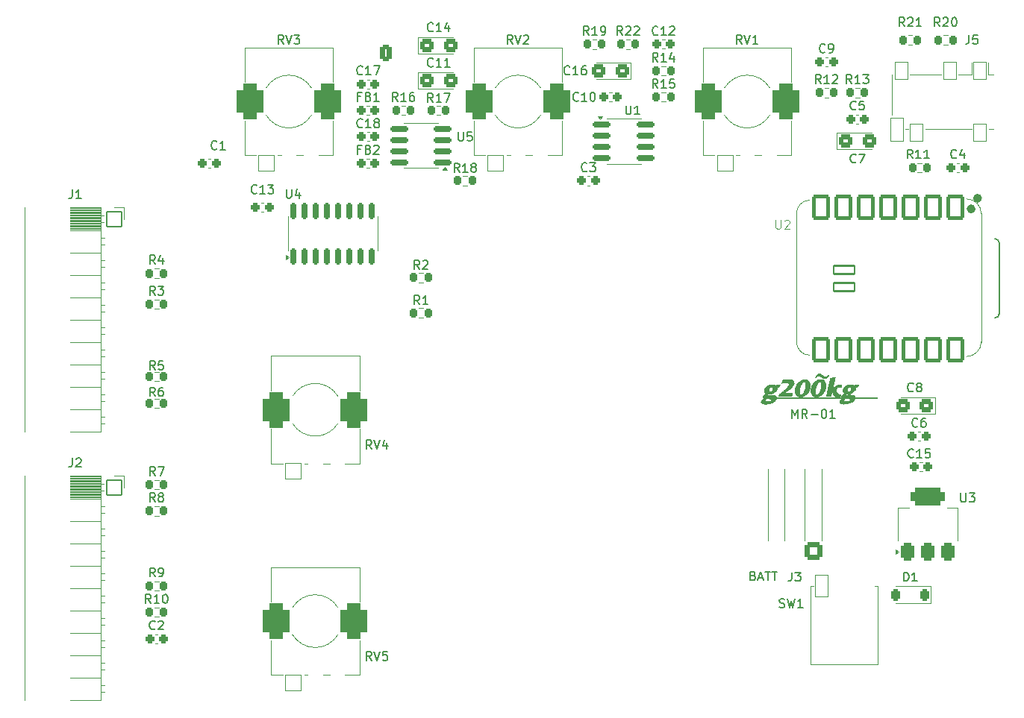
<source format=gto>
G04 #@! TF.GenerationSoftware,KiCad,Pcbnew,8.0.6*
G04 #@! TF.CreationDate,2025-05-06T17:06:54+09:00*
G04 #@! TF.ProjectId,PCB,5043422e-6b69-4636-9164-5f7063625858,rev?*
G04 #@! TF.SameCoordinates,Original*
G04 #@! TF.FileFunction,Legend,Top*
G04 #@! TF.FilePolarity,Positive*
%FSLAX46Y46*%
G04 Gerber Fmt 4.6, Leading zero omitted, Abs format (unit mm)*
G04 Created by KiCad (PCBNEW 8.0.6) date 2025-05-06 17:06:54*
%MOMM*%
%LPD*%
G01*
G04 APERTURE LIST*
G04 Aperture macros list*
%AMRoundRect*
0 Rectangle with rounded corners*
0 $1 Rounding radius*
0 $2 $3 $4 $5 $6 $7 $8 $9 X,Y pos of 4 corners*
0 Add a 4 corners polygon primitive as box body*
4,1,4,$2,$3,$4,$5,$6,$7,$8,$9,$2,$3,0*
0 Add four circle primitives for the rounded corners*
1,1,$1+$1,$2,$3*
1,1,$1+$1,$4,$5*
1,1,$1+$1,$6,$7*
1,1,$1+$1,$8,$9*
0 Add four rect primitives between the rounded corners*
20,1,$1+$1,$2,$3,$4,$5,0*
20,1,$1+$1,$4,$5,$6,$7,0*
20,1,$1+$1,$6,$7,$8,$9,0*
20,1,$1+$1,$8,$9,$2,$3,0*%
G04 Aperture macros list end*
%ADD10C,0.150000*%
%ADD11C,0.125000*%
%ADD12C,0.120000*%
%ADD13C,0.010000*%
%ADD14C,0.100000*%
%ADD15C,0.127000*%
%ADD16C,0.504000*%
%ADD17RoundRect,0.250500X0.250500X0.400500X-0.250500X0.400500X-0.250500X-0.400500X0.250500X-0.400500X0*%
%ADD18RoundRect,0.271250X0.379750X0.654750X-0.379750X0.654750X-0.379750X-0.654750X0.379750X-0.654750X0*%
%ADD19O,1.302000X1.852000*%
%ADD20RoundRect,0.250500X0.250500X0.275500X-0.250500X0.275500X-0.250500X-0.275500X0.250500X-0.275500X0*%
%ADD21RoundRect,0.225500X0.225500X0.300500X-0.225500X0.300500X-0.225500X-0.300500X0.225500X-0.300500X0*%
%ADD22C,5.702000*%
%ADD23RoundRect,0.225500X-0.225500X-0.300500X0.225500X-0.300500X0.225500X0.300500X-0.225500X0.300500X0*%
%ADD24RoundRect,0.244250X0.244250X0.281750X-0.244250X0.281750X-0.244250X-0.281750X0.244250X-0.281750X0*%
%ADD25RoundRect,0.051000X0.900000X-0.900000X0.900000X0.900000X-0.900000X0.900000X-0.900000X-0.900000X0*%
%ADD26C,1.902000*%
%ADD27RoundRect,0.775500X0.775500X-1.275500X0.775500X1.275500X-0.775500X1.275500X-0.775500X-1.275500X0*%
%ADD28RoundRect,0.250500X-0.250500X-0.275500X0.250500X-0.275500X0.250500X0.275500X-0.250500X0.275500X0*%
%ADD29O,1.802000X1.802000*%
%ADD30RoundRect,0.051000X-0.850000X-0.850000X0.850000X-0.850000X0.850000X0.850000X-0.850000X0.850000X0*%
%ADD31RoundRect,0.175500X0.850500X0.175500X-0.850500X0.175500X-0.850500X-0.175500X0.850500X-0.175500X0*%
%ADD32C,2.302000*%
%ADD33RoundRect,0.263784X0.712216X0.712216X-0.712216X0.712216X-0.712216X-0.712216X0.712216X-0.712216X0*%
%ADD34C,1.952000*%
%ADD35RoundRect,0.051000X-0.750000X-1.250000X0.750000X-1.250000X0.750000X1.250000X-0.750000X1.250000X0*%
%ADD36O,1.602000X2.602000*%
%ADD37O,2.102000X2.102000*%
%ADD38RoundRect,0.268889X-0.482111X-0.457111X0.482111X-0.457111X0.482111X0.457111X-0.482111X0.457111X0*%
%ADD39RoundRect,0.268889X0.482111X0.457111X-0.482111X0.457111X-0.482111X-0.457111X0.482111X-0.457111X0*%
%ADD40RoundRect,0.210200X0.840800X-1.215800X0.840800X1.215800X-0.840800X1.215800X-0.840800X-1.215800X0*%
%ADD41RoundRect,0.210200X-0.840800X1.215800X-0.840800X-1.215800X0.840800X-1.215800X0.840800X1.215800X0*%
%ADD42C,1.802000*%
%ADD43RoundRect,0.120200X1.180800X0.480800X-1.180800X0.480800X-1.180800X-0.480800X1.180800X-0.480800X0*%
%ADD44RoundRect,0.175500X0.175500X-0.750500X0.175500X0.750500X-0.175500X0.750500X-0.175500X-0.750500X0*%
%ADD45C,1.602000*%
%ADD46RoundRect,0.051000X-0.750000X1.000000X-0.750000X-1.000000X0.750000X-1.000000X0.750000X1.000000X0*%
%ADD47RoundRect,0.051000X-0.750000X1.300000X-0.750000X-1.300000X0.750000X-1.300000X0.750000X1.300000X0*%
%ADD48RoundRect,0.175500X-0.850500X-0.175500X0.850500X-0.175500X0.850500X0.175500X-0.850500X0.175500X0*%
%ADD49RoundRect,0.400500X0.400500X-0.650500X0.400500X0.650500X-0.400500X0.650500X-0.400500X-0.650500X0*%
%ADD50RoundRect,0.525500X1.425500X-0.525500X1.425500X0.525500X-1.425500X0.525500X-1.425500X-0.525500X0*%
G04 APERTURE END LIST*
D10*
X226145238Y-149354819D02*
X226145238Y-148354819D01*
X226145238Y-148354819D02*
X226478571Y-149069104D01*
X226478571Y-149069104D02*
X226811904Y-148354819D01*
X226811904Y-148354819D02*
X226811904Y-149354819D01*
X227859523Y-149354819D02*
X227526190Y-148878628D01*
X227288095Y-149354819D02*
X227288095Y-148354819D01*
X227288095Y-148354819D02*
X227669047Y-148354819D01*
X227669047Y-148354819D02*
X227764285Y-148402438D01*
X227764285Y-148402438D02*
X227811904Y-148450057D01*
X227811904Y-148450057D02*
X227859523Y-148545295D01*
X227859523Y-148545295D02*
X227859523Y-148688152D01*
X227859523Y-148688152D02*
X227811904Y-148783390D01*
X227811904Y-148783390D02*
X227764285Y-148831009D01*
X227764285Y-148831009D02*
X227669047Y-148878628D01*
X227669047Y-148878628D02*
X227288095Y-148878628D01*
X228288095Y-148973866D02*
X229050000Y-148973866D01*
X229716666Y-148354819D02*
X229811904Y-148354819D01*
X229811904Y-148354819D02*
X229907142Y-148402438D01*
X229907142Y-148402438D02*
X229954761Y-148450057D01*
X229954761Y-148450057D02*
X230002380Y-148545295D01*
X230002380Y-148545295D02*
X230049999Y-148735771D01*
X230049999Y-148735771D02*
X230049999Y-148973866D01*
X230049999Y-148973866D02*
X230002380Y-149164342D01*
X230002380Y-149164342D02*
X229954761Y-149259580D01*
X229954761Y-149259580D02*
X229907142Y-149307200D01*
X229907142Y-149307200D02*
X229811904Y-149354819D01*
X229811904Y-149354819D02*
X229716666Y-149354819D01*
X229716666Y-149354819D02*
X229621428Y-149307200D01*
X229621428Y-149307200D02*
X229573809Y-149259580D01*
X229573809Y-149259580D02*
X229526190Y-149164342D01*
X229526190Y-149164342D02*
X229478571Y-148973866D01*
X229478571Y-148973866D02*
X229478571Y-148735771D01*
X229478571Y-148735771D02*
X229526190Y-148545295D01*
X229526190Y-148545295D02*
X229573809Y-148450057D01*
X229573809Y-148450057D02*
X229621428Y-148402438D01*
X229621428Y-148402438D02*
X229716666Y-148354819D01*
X231002380Y-149354819D02*
X230430952Y-149354819D01*
X230716666Y-149354819D02*
X230716666Y-148354819D01*
X230716666Y-148354819D02*
X230621428Y-148497676D01*
X230621428Y-148497676D02*
X230526190Y-148592914D01*
X230526190Y-148592914D02*
X230430952Y-148640533D01*
X221720112Y-167246009D02*
X221862969Y-167293628D01*
X221862969Y-167293628D02*
X221910588Y-167341247D01*
X221910588Y-167341247D02*
X221958207Y-167436485D01*
X221958207Y-167436485D02*
X221958207Y-167579342D01*
X221958207Y-167579342D02*
X221910588Y-167674580D01*
X221910588Y-167674580D02*
X221862969Y-167722200D01*
X221862969Y-167722200D02*
X221767731Y-167769819D01*
X221767731Y-167769819D02*
X221386779Y-167769819D01*
X221386779Y-167769819D02*
X221386779Y-166769819D01*
X221386779Y-166769819D02*
X221720112Y-166769819D01*
X221720112Y-166769819D02*
X221815350Y-166817438D01*
X221815350Y-166817438D02*
X221862969Y-166865057D01*
X221862969Y-166865057D02*
X221910588Y-166960295D01*
X221910588Y-166960295D02*
X221910588Y-167055533D01*
X221910588Y-167055533D02*
X221862969Y-167150771D01*
X221862969Y-167150771D02*
X221815350Y-167198390D01*
X221815350Y-167198390D02*
X221720112Y-167246009D01*
X221720112Y-167246009D02*
X221386779Y-167246009D01*
X222339160Y-167484104D02*
X222815350Y-167484104D01*
X222243922Y-167769819D02*
X222577255Y-166769819D01*
X222577255Y-166769819D02*
X222910588Y-167769819D01*
X223101065Y-166769819D02*
X223672493Y-166769819D01*
X223386779Y-167769819D02*
X223386779Y-166769819D01*
X223862970Y-166769819D02*
X224434398Y-166769819D01*
X224148684Y-167769819D02*
X224148684Y-166769819D01*
X238811905Y-167854819D02*
X238811905Y-166854819D01*
X238811905Y-166854819D02*
X239050000Y-166854819D01*
X239050000Y-166854819D02*
X239192857Y-166902438D01*
X239192857Y-166902438D02*
X239288095Y-166997676D01*
X239288095Y-166997676D02*
X239335714Y-167092914D01*
X239335714Y-167092914D02*
X239383333Y-167283390D01*
X239383333Y-167283390D02*
X239383333Y-167426247D01*
X239383333Y-167426247D02*
X239335714Y-167616723D01*
X239335714Y-167616723D02*
X239288095Y-167711961D01*
X239288095Y-167711961D02*
X239192857Y-167807200D01*
X239192857Y-167807200D02*
X239050000Y-167854819D01*
X239050000Y-167854819D02*
X238811905Y-167854819D01*
X240335714Y-167854819D02*
X239764286Y-167854819D01*
X240050000Y-167854819D02*
X240050000Y-166854819D01*
X240050000Y-166854819D02*
X239954762Y-166997676D01*
X239954762Y-166997676D02*
X239859524Y-167092914D01*
X239859524Y-167092914D02*
X239764286Y-167140533D01*
X202883333Y-121259580D02*
X202835714Y-121307200D01*
X202835714Y-121307200D02*
X202692857Y-121354819D01*
X202692857Y-121354819D02*
X202597619Y-121354819D01*
X202597619Y-121354819D02*
X202454762Y-121307200D01*
X202454762Y-121307200D02*
X202359524Y-121211961D01*
X202359524Y-121211961D02*
X202311905Y-121116723D01*
X202311905Y-121116723D02*
X202264286Y-120926247D01*
X202264286Y-120926247D02*
X202264286Y-120783390D01*
X202264286Y-120783390D02*
X202311905Y-120592914D01*
X202311905Y-120592914D02*
X202359524Y-120497676D01*
X202359524Y-120497676D02*
X202454762Y-120402438D01*
X202454762Y-120402438D02*
X202597619Y-120354819D01*
X202597619Y-120354819D02*
X202692857Y-120354819D01*
X202692857Y-120354819D02*
X202835714Y-120402438D01*
X202835714Y-120402438D02*
X202883333Y-120450057D01*
X203216667Y-120354819D02*
X203835714Y-120354819D01*
X203835714Y-120354819D02*
X203502381Y-120735771D01*
X203502381Y-120735771D02*
X203645238Y-120735771D01*
X203645238Y-120735771D02*
X203740476Y-120783390D01*
X203740476Y-120783390D02*
X203788095Y-120831009D01*
X203788095Y-120831009D02*
X203835714Y-120926247D01*
X203835714Y-120926247D02*
X203835714Y-121164342D01*
X203835714Y-121164342D02*
X203788095Y-121259580D01*
X203788095Y-121259580D02*
X203740476Y-121307200D01*
X203740476Y-121307200D02*
X203645238Y-121354819D01*
X203645238Y-121354819D02*
X203359524Y-121354819D01*
X203359524Y-121354819D02*
X203264286Y-121307200D01*
X203264286Y-121307200D02*
X203216667Y-121259580D01*
X153883333Y-131854819D02*
X153550000Y-131378628D01*
X153311905Y-131854819D02*
X153311905Y-130854819D01*
X153311905Y-130854819D02*
X153692857Y-130854819D01*
X153692857Y-130854819D02*
X153788095Y-130902438D01*
X153788095Y-130902438D02*
X153835714Y-130950057D01*
X153835714Y-130950057D02*
X153883333Y-131045295D01*
X153883333Y-131045295D02*
X153883333Y-131188152D01*
X153883333Y-131188152D02*
X153835714Y-131283390D01*
X153835714Y-131283390D02*
X153788095Y-131331009D01*
X153788095Y-131331009D02*
X153692857Y-131378628D01*
X153692857Y-131378628D02*
X153311905Y-131378628D01*
X154740476Y-131188152D02*
X154740476Y-131854819D01*
X154502381Y-130807200D02*
X154264286Y-131521485D01*
X154264286Y-131521485D02*
X154883333Y-131521485D01*
X153883333Y-135354819D02*
X153550000Y-134878628D01*
X153311905Y-135354819D02*
X153311905Y-134354819D01*
X153311905Y-134354819D02*
X153692857Y-134354819D01*
X153692857Y-134354819D02*
X153788095Y-134402438D01*
X153788095Y-134402438D02*
X153835714Y-134450057D01*
X153835714Y-134450057D02*
X153883333Y-134545295D01*
X153883333Y-134545295D02*
X153883333Y-134688152D01*
X153883333Y-134688152D02*
X153835714Y-134783390D01*
X153835714Y-134783390D02*
X153788095Y-134831009D01*
X153788095Y-134831009D02*
X153692857Y-134878628D01*
X153692857Y-134878628D02*
X153311905Y-134878628D01*
X154216667Y-134354819D02*
X154835714Y-134354819D01*
X154835714Y-134354819D02*
X154502381Y-134735771D01*
X154502381Y-134735771D02*
X154645238Y-134735771D01*
X154645238Y-134735771D02*
X154740476Y-134783390D01*
X154740476Y-134783390D02*
X154788095Y-134831009D01*
X154788095Y-134831009D02*
X154835714Y-134926247D01*
X154835714Y-134926247D02*
X154835714Y-135164342D01*
X154835714Y-135164342D02*
X154788095Y-135259580D01*
X154788095Y-135259580D02*
X154740476Y-135307200D01*
X154740476Y-135307200D02*
X154645238Y-135354819D01*
X154645238Y-135354819D02*
X154359524Y-135354819D01*
X154359524Y-135354819D02*
X154264286Y-135307200D01*
X154264286Y-135307200D02*
X154216667Y-135259580D01*
X153883333Y-146854819D02*
X153550000Y-146378628D01*
X153311905Y-146854819D02*
X153311905Y-145854819D01*
X153311905Y-145854819D02*
X153692857Y-145854819D01*
X153692857Y-145854819D02*
X153788095Y-145902438D01*
X153788095Y-145902438D02*
X153835714Y-145950057D01*
X153835714Y-145950057D02*
X153883333Y-146045295D01*
X153883333Y-146045295D02*
X153883333Y-146188152D01*
X153883333Y-146188152D02*
X153835714Y-146283390D01*
X153835714Y-146283390D02*
X153788095Y-146331009D01*
X153788095Y-146331009D02*
X153692857Y-146378628D01*
X153692857Y-146378628D02*
X153311905Y-146378628D01*
X154740476Y-145854819D02*
X154550000Y-145854819D01*
X154550000Y-145854819D02*
X154454762Y-145902438D01*
X154454762Y-145902438D02*
X154407143Y-145950057D01*
X154407143Y-145950057D02*
X154311905Y-146092914D01*
X154311905Y-146092914D02*
X154264286Y-146283390D01*
X154264286Y-146283390D02*
X154264286Y-146664342D01*
X154264286Y-146664342D02*
X154311905Y-146759580D01*
X154311905Y-146759580D02*
X154359524Y-146807200D01*
X154359524Y-146807200D02*
X154454762Y-146854819D01*
X154454762Y-146854819D02*
X154645238Y-146854819D01*
X154645238Y-146854819D02*
X154740476Y-146807200D01*
X154740476Y-146807200D02*
X154788095Y-146759580D01*
X154788095Y-146759580D02*
X154835714Y-146664342D01*
X154835714Y-146664342D02*
X154835714Y-146426247D01*
X154835714Y-146426247D02*
X154788095Y-146331009D01*
X154788095Y-146331009D02*
X154740476Y-146283390D01*
X154740476Y-146283390D02*
X154645238Y-146235771D01*
X154645238Y-146235771D02*
X154454762Y-146235771D01*
X154454762Y-146235771D02*
X154359524Y-146283390D01*
X154359524Y-146283390D02*
X154311905Y-146331009D01*
X154311905Y-146331009D02*
X154264286Y-146426247D01*
X153883333Y-158854819D02*
X153550000Y-158378628D01*
X153311905Y-158854819D02*
X153311905Y-157854819D01*
X153311905Y-157854819D02*
X153692857Y-157854819D01*
X153692857Y-157854819D02*
X153788095Y-157902438D01*
X153788095Y-157902438D02*
X153835714Y-157950057D01*
X153835714Y-157950057D02*
X153883333Y-158045295D01*
X153883333Y-158045295D02*
X153883333Y-158188152D01*
X153883333Y-158188152D02*
X153835714Y-158283390D01*
X153835714Y-158283390D02*
X153788095Y-158331009D01*
X153788095Y-158331009D02*
X153692857Y-158378628D01*
X153692857Y-158378628D02*
X153311905Y-158378628D01*
X154454762Y-158283390D02*
X154359524Y-158235771D01*
X154359524Y-158235771D02*
X154311905Y-158188152D01*
X154311905Y-158188152D02*
X154264286Y-158092914D01*
X154264286Y-158092914D02*
X154264286Y-158045295D01*
X154264286Y-158045295D02*
X154311905Y-157950057D01*
X154311905Y-157950057D02*
X154359524Y-157902438D01*
X154359524Y-157902438D02*
X154454762Y-157854819D01*
X154454762Y-157854819D02*
X154645238Y-157854819D01*
X154645238Y-157854819D02*
X154740476Y-157902438D01*
X154740476Y-157902438D02*
X154788095Y-157950057D01*
X154788095Y-157950057D02*
X154835714Y-158045295D01*
X154835714Y-158045295D02*
X154835714Y-158092914D01*
X154835714Y-158092914D02*
X154788095Y-158188152D01*
X154788095Y-158188152D02*
X154740476Y-158235771D01*
X154740476Y-158235771D02*
X154645238Y-158283390D01*
X154645238Y-158283390D02*
X154454762Y-158283390D01*
X154454762Y-158283390D02*
X154359524Y-158331009D01*
X154359524Y-158331009D02*
X154311905Y-158378628D01*
X154311905Y-158378628D02*
X154264286Y-158473866D01*
X154264286Y-158473866D02*
X154264286Y-158664342D01*
X154264286Y-158664342D02*
X154311905Y-158759580D01*
X154311905Y-158759580D02*
X154359524Y-158807200D01*
X154359524Y-158807200D02*
X154454762Y-158854819D01*
X154454762Y-158854819D02*
X154645238Y-158854819D01*
X154645238Y-158854819D02*
X154740476Y-158807200D01*
X154740476Y-158807200D02*
X154788095Y-158759580D01*
X154788095Y-158759580D02*
X154835714Y-158664342D01*
X154835714Y-158664342D02*
X154835714Y-158473866D01*
X154835714Y-158473866D02*
X154788095Y-158378628D01*
X154788095Y-158378628D02*
X154740476Y-158331009D01*
X154740476Y-158331009D02*
X154645238Y-158283390D01*
X153407142Y-170354819D02*
X153073809Y-169878628D01*
X152835714Y-170354819D02*
X152835714Y-169354819D01*
X152835714Y-169354819D02*
X153216666Y-169354819D01*
X153216666Y-169354819D02*
X153311904Y-169402438D01*
X153311904Y-169402438D02*
X153359523Y-169450057D01*
X153359523Y-169450057D02*
X153407142Y-169545295D01*
X153407142Y-169545295D02*
X153407142Y-169688152D01*
X153407142Y-169688152D02*
X153359523Y-169783390D01*
X153359523Y-169783390D02*
X153311904Y-169831009D01*
X153311904Y-169831009D02*
X153216666Y-169878628D01*
X153216666Y-169878628D02*
X152835714Y-169878628D01*
X154359523Y-170354819D02*
X153788095Y-170354819D01*
X154073809Y-170354819D02*
X154073809Y-169354819D01*
X154073809Y-169354819D02*
X153978571Y-169497676D01*
X153978571Y-169497676D02*
X153883333Y-169592914D01*
X153883333Y-169592914D02*
X153788095Y-169640533D01*
X154978571Y-169354819D02*
X155073809Y-169354819D01*
X155073809Y-169354819D02*
X155169047Y-169402438D01*
X155169047Y-169402438D02*
X155216666Y-169450057D01*
X155216666Y-169450057D02*
X155264285Y-169545295D01*
X155264285Y-169545295D02*
X155311904Y-169735771D01*
X155311904Y-169735771D02*
X155311904Y-169973866D01*
X155311904Y-169973866D02*
X155264285Y-170164342D01*
X155264285Y-170164342D02*
X155216666Y-170259580D01*
X155216666Y-170259580D02*
X155169047Y-170307200D01*
X155169047Y-170307200D02*
X155073809Y-170354819D01*
X155073809Y-170354819D02*
X154978571Y-170354819D01*
X154978571Y-170354819D02*
X154883333Y-170307200D01*
X154883333Y-170307200D02*
X154835714Y-170259580D01*
X154835714Y-170259580D02*
X154788095Y-170164342D01*
X154788095Y-170164342D02*
X154740476Y-169973866D01*
X154740476Y-169973866D02*
X154740476Y-169735771D01*
X154740476Y-169735771D02*
X154788095Y-169545295D01*
X154788095Y-169545295D02*
X154835714Y-169450057D01*
X154835714Y-169450057D02*
X154883333Y-169402438D01*
X154883333Y-169402438D02*
X154978571Y-169354819D01*
X153883333Y-143854819D02*
X153550000Y-143378628D01*
X153311905Y-143854819D02*
X153311905Y-142854819D01*
X153311905Y-142854819D02*
X153692857Y-142854819D01*
X153692857Y-142854819D02*
X153788095Y-142902438D01*
X153788095Y-142902438D02*
X153835714Y-142950057D01*
X153835714Y-142950057D02*
X153883333Y-143045295D01*
X153883333Y-143045295D02*
X153883333Y-143188152D01*
X153883333Y-143188152D02*
X153835714Y-143283390D01*
X153835714Y-143283390D02*
X153788095Y-143331009D01*
X153788095Y-143331009D02*
X153692857Y-143378628D01*
X153692857Y-143378628D02*
X153311905Y-143378628D01*
X154788095Y-142854819D02*
X154311905Y-142854819D01*
X154311905Y-142854819D02*
X154264286Y-143331009D01*
X154264286Y-143331009D02*
X154311905Y-143283390D01*
X154311905Y-143283390D02*
X154407143Y-143235771D01*
X154407143Y-143235771D02*
X154645238Y-143235771D01*
X154645238Y-143235771D02*
X154740476Y-143283390D01*
X154740476Y-143283390D02*
X154788095Y-143331009D01*
X154788095Y-143331009D02*
X154835714Y-143426247D01*
X154835714Y-143426247D02*
X154835714Y-143664342D01*
X154835714Y-143664342D02*
X154788095Y-143759580D01*
X154788095Y-143759580D02*
X154740476Y-143807200D01*
X154740476Y-143807200D02*
X154645238Y-143854819D01*
X154645238Y-143854819D02*
X154407143Y-143854819D01*
X154407143Y-143854819D02*
X154311905Y-143807200D01*
X154311905Y-143807200D02*
X154264286Y-143759580D01*
X153883333Y-155854819D02*
X153550000Y-155378628D01*
X153311905Y-155854819D02*
X153311905Y-154854819D01*
X153311905Y-154854819D02*
X153692857Y-154854819D01*
X153692857Y-154854819D02*
X153788095Y-154902438D01*
X153788095Y-154902438D02*
X153835714Y-154950057D01*
X153835714Y-154950057D02*
X153883333Y-155045295D01*
X153883333Y-155045295D02*
X153883333Y-155188152D01*
X153883333Y-155188152D02*
X153835714Y-155283390D01*
X153835714Y-155283390D02*
X153788095Y-155331009D01*
X153788095Y-155331009D02*
X153692857Y-155378628D01*
X153692857Y-155378628D02*
X153311905Y-155378628D01*
X154216667Y-154854819D02*
X154883333Y-154854819D01*
X154883333Y-154854819D02*
X154454762Y-155854819D01*
X153883333Y-167354819D02*
X153550000Y-166878628D01*
X153311905Y-167354819D02*
X153311905Y-166354819D01*
X153311905Y-166354819D02*
X153692857Y-166354819D01*
X153692857Y-166354819D02*
X153788095Y-166402438D01*
X153788095Y-166402438D02*
X153835714Y-166450057D01*
X153835714Y-166450057D02*
X153883333Y-166545295D01*
X153883333Y-166545295D02*
X153883333Y-166688152D01*
X153883333Y-166688152D02*
X153835714Y-166783390D01*
X153835714Y-166783390D02*
X153788095Y-166831009D01*
X153788095Y-166831009D02*
X153692857Y-166878628D01*
X153692857Y-166878628D02*
X153311905Y-166878628D01*
X154359524Y-167354819D02*
X154550000Y-167354819D01*
X154550000Y-167354819D02*
X154645238Y-167307200D01*
X154645238Y-167307200D02*
X154692857Y-167259580D01*
X154692857Y-167259580D02*
X154788095Y-167116723D01*
X154788095Y-167116723D02*
X154835714Y-166926247D01*
X154835714Y-166926247D02*
X154835714Y-166545295D01*
X154835714Y-166545295D02*
X154788095Y-166450057D01*
X154788095Y-166450057D02*
X154740476Y-166402438D01*
X154740476Y-166402438D02*
X154645238Y-166354819D01*
X154645238Y-166354819D02*
X154454762Y-166354819D01*
X154454762Y-166354819D02*
X154359524Y-166402438D01*
X154359524Y-166402438D02*
X154311905Y-166450057D01*
X154311905Y-166450057D02*
X154264286Y-166545295D01*
X154264286Y-166545295D02*
X154264286Y-166783390D01*
X154264286Y-166783390D02*
X154311905Y-166878628D01*
X154311905Y-166878628D02*
X154359524Y-166926247D01*
X154359524Y-166926247D02*
X154454762Y-166973866D01*
X154454762Y-166973866D02*
X154645238Y-166973866D01*
X154645238Y-166973866D02*
X154740476Y-166926247D01*
X154740476Y-166926247D02*
X154788095Y-166878628D01*
X154788095Y-166878628D02*
X154835714Y-166783390D01*
X240383333Y-150259580D02*
X240335714Y-150307200D01*
X240335714Y-150307200D02*
X240192857Y-150354819D01*
X240192857Y-150354819D02*
X240097619Y-150354819D01*
X240097619Y-150354819D02*
X239954762Y-150307200D01*
X239954762Y-150307200D02*
X239859524Y-150211961D01*
X239859524Y-150211961D02*
X239811905Y-150116723D01*
X239811905Y-150116723D02*
X239764286Y-149926247D01*
X239764286Y-149926247D02*
X239764286Y-149783390D01*
X239764286Y-149783390D02*
X239811905Y-149592914D01*
X239811905Y-149592914D02*
X239859524Y-149497676D01*
X239859524Y-149497676D02*
X239954762Y-149402438D01*
X239954762Y-149402438D02*
X240097619Y-149354819D01*
X240097619Y-149354819D02*
X240192857Y-149354819D01*
X240192857Y-149354819D02*
X240335714Y-149402438D01*
X240335714Y-149402438D02*
X240383333Y-149450057D01*
X241240476Y-149354819D02*
X241050000Y-149354819D01*
X241050000Y-149354819D02*
X240954762Y-149402438D01*
X240954762Y-149402438D02*
X240907143Y-149450057D01*
X240907143Y-149450057D02*
X240811905Y-149592914D01*
X240811905Y-149592914D02*
X240764286Y-149783390D01*
X240764286Y-149783390D02*
X240764286Y-150164342D01*
X240764286Y-150164342D02*
X240811905Y-150259580D01*
X240811905Y-150259580D02*
X240859524Y-150307200D01*
X240859524Y-150307200D02*
X240954762Y-150354819D01*
X240954762Y-150354819D02*
X241145238Y-150354819D01*
X241145238Y-150354819D02*
X241240476Y-150307200D01*
X241240476Y-150307200D02*
X241288095Y-150259580D01*
X241288095Y-150259580D02*
X241335714Y-150164342D01*
X241335714Y-150164342D02*
X241335714Y-149926247D01*
X241335714Y-149926247D02*
X241288095Y-149831009D01*
X241288095Y-149831009D02*
X241240476Y-149783390D01*
X241240476Y-149783390D02*
X241145238Y-149735771D01*
X241145238Y-149735771D02*
X240954762Y-149735771D01*
X240954762Y-149735771D02*
X240859524Y-149783390D01*
X240859524Y-149783390D02*
X240811905Y-149831009D01*
X240811905Y-149831009D02*
X240764286Y-149926247D01*
X232907142Y-111354819D02*
X232573809Y-110878628D01*
X232335714Y-111354819D02*
X232335714Y-110354819D01*
X232335714Y-110354819D02*
X232716666Y-110354819D01*
X232716666Y-110354819D02*
X232811904Y-110402438D01*
X232811904Y-110402438D02*
X232859523Y-110450057D01*
X232859523Y-110450057D02*
X232907142Y-110545295D01*
X232907142Y-110545295D02*
X232907142Y-110688152D01*
X232907142Y-110688152D02*
X232859523Y-110783390D01*
X232859523Y-110783390D02*
X232811904Y-110831009D01*
X232811904Y-110831009D02*
X232716666Y-110878628D01*
X232716666Y-110878628D02*
X232335714Y-110878628D01*
X233859523Y-111354819D02*
X233288095Y-111354819D01*
X233573809Y-111354819D02*
X233573809Y-110354819D01*
X233573809Y-110354819D02*
X233478571Y-110497676D01*
X233478571Y-110497676D02*
X233383333Y-110592914D01*
X233383333Y-110592914D02*
X233288095Y-110640533D01*
X234192857Y-110354819D02*
X234811904Y-110354819D01*
X234811904Y-110354819D02*
X234478571Y-110735771D01*
X234478571Y-110735771D02*
X234621428Y-110735771D01*
X234621428Y-110735771D02*
X234716666Y-110783390D01*
X234716666Y-110783390D02*
X234764285Y-110831009D01*
X234764285Y-110831009D02*
X234811904Y-110926247D01*
X234811904Y-110926247D02*
X234811904Y-111164342D01*
X234811904Y-111164342D02*
X234764285Y-111259580D01*
X234764285Y-111259580D02*
X234716666Y-111307200D01*
X234716666Y-111307200D02*
X234621428Y-111354819D01*
X234621428Y-111354819D02*
X234335714Y-111354819D01*
X234335714Y-111354819D02*
X234240476Y-111307200D01*
X234240476Y-111307200D02*
X234192857Y-111259580D01*
X177216666Y-118831009D02*
X176883333Y-118831009D01*
X176883333Y-119354819D02*
X176883333Y-118354819D01*
X176883333Y-118354819D02*
X177359523Y-118354819D01*
X178073809Y-118831009D02*
X178216666Y-118878628D01*
X178216666Y-118878628D02*
X178264285Y-118926247D01*
X178264285Y-118926247D02*
X178311904Y-119021485D01*
X178311904Y-119021485D02*
X178311904Y-119164342D01*
X178311904Y-119164342D02*
X178264285Y-119259580D01*
X178264285Y-119259580D02*
X178216666Y-119307200D01*
X178216666Y-119307200D02*
X178121428Y-119354819D01*
X178121428Y-119354819D02*
X177740476Y-119354819D01*
X177740476Y-119354819D02*
X177740476Y-118354819D01*
X177740476Y-118354819D02*
X178073809Y-118354819D01*
X178073809Y-118354819D02*
X178169047Y-118402438D01*
X178169047Y-118402438D02*
X178216666Y-118450057D01*
X178216666Y-118450057D02*
X178264285Y-118545295D01*
X178264285Y-118545295D02*
X178264285Y-118640533D01*
X178264285Y-118640533D02*
X178216666Y-118735771D01*
X178216666Y-118735771D02*
X178169047Y-118783390D01*
X178169047Y-118783390D02*
X178073809Y-118831009D01*
X178073809Y-118831009D02*
X177740476Y-118831009D01*
X178692857Y-118450057D02*
X178740476Y-118402438D01*
X178740476Y-118402438D02*
X178835714Y-118354819D01*
X178835714Y-118354819D02*
X179073809Y-118354819D01*
X179073809Y-118354819D02*
X179169047Y-118402438D01*
X179169047Y-118402438D02*
X179216666Y-118450057D01*
X179216666Y-118450057D02*
X179264285Y-118545295D01*
X179264285Y-118545295D02*
X179264285Y-118640533D01*
X179264285Y-118640533D02*
X179216666Y-118783390D01*
X179216666Y-118783390D02*
X178645238Y-119354819D01*
X178645238Y-119354819D02*
X179264285Y-119354819D01*
X168454761Y-106854819D02*
X168121428Y-106378628D01*
X167883333Y-106854819D02*
X167883333Y-105854819D01*
X167883333Y-105854819D02*
X168264285Y-105854819D01*
X168264285Y-105854819D02*
X168359523Y-105902438D01*
X168359523Y-105902438D02*
X168407142Y-105950057D01*
X168407142Y-105950057D02*
X168454761Y-106045295D01*
X168454761Y-106045295D02*
X168454761Y-106188152D01*
X168454761Y-106188152D02*
X168407142Y-106283390D01*
X168407142Y-106283390D02*
X168359523Y-106331009D01*
X168359523Y-106331009D02*
X168264285Y-106378628D01*
X168264285Y-106378628D02*
X167883333Y-106378628D01*
X168740476Y-105854819D02*
X169073809Y-106854819D01*
X169073809Y-106854819D02*
X169407142Y-105854819D01*
X169645238Y-105854819D02*
X170264285Y-105854819D01*
X170264285Y-105854819D02*
X169930952Y-106235771D01*
X169930952Y-106235771D02*
X170073809Y-106235771D01*
X170073809Y-106235771D02*
X170169047Y-106283390D01*
X170169047Y-106283390D02*
X170216666Y-106331009D01*
X170216666Y-106331009D02*
X170264285Y-106426247D01*
X170264285Y-106426247D02*
X170264285Y-106664342D01*
X170264285Y-106664342D02*
X170216666Y-106759580D01*
X170216666Y-106759580D02*
X170169047Y-106807200D01*
X170169047Y-106807200D02*
X170073809Y-106854819D01*
X170073809Y-106854819D02*
X169788095Y-106854819D01*
X169788095Y-106854819D02*
X169692857Y-106807200D01*
X169692857Y-106807200D02*
X169645238Y-106759580D01*
X220454761Y-106854819D02*
X220121428Y-106378628D01*
X219883333Y-106854819D02*
X219883333Y-105854819D01*
X219883333Y-105854819D02*
X220264285Y-105854819D01*
X220264285Y-105854819D02*
X220359523Y-105902438D01*
X220359523Y-105902438D02*
X220407142Y-105950057D01*
X220407142Y-105950057D02*
X220454761Y-106045295D01*
X220454761Y-106045295D02*
X220454761Y-106188152D01*
X220454761Y-106188152D02*
X220407142Y-106283390D01*
X220407142Y-106283390D02*
X220359523Y-106331009D01*
X220359523Y-106331009D02*
X220264285Y-106378628D01*
X220264285Y-106378628D02*
X219883333Y-106378628D01*
X220740476Y-105854819D02*
X221073809Y-106854819D01*
X221073809Y-106854819D02*
X221407142Y-105854819D01*
X222264285Y-106854819D02*
X221692857Y-106854819D01*
X221978571Y-106854819D02*
X221978571Y-105854819D01*
X221978571Y-105854819D02*
X221883333Y-105997676D01*
X221883333Y-105997676D02*
X221788095Y-106092914D01*
X221788095Y-106092914D02*
X221692857Y-106140533D01*
X177407142Y-116259580D02*
X177359523Y-116307200D01*
X177359523Y-116307200D02*
X177216666Y-116354819D01*
X177216666Y-116354819D02*
X177121428Y-116354819D01*
X177121428Y-116354819D02*
X176978571Y-116307200D01*
X176978571Y-116307200D02*
X176883333Y-116211961D01*
X176883333Y-116211961D02*
X176835714Y-116116723D01*
X176835714Y-116116723D02*
X176788095Y-115926247D01*
X176788095Y-115926247D02*
X176788095Y-115783390D01*
X176788095Y-115783390D02*
X176835714Y-115592914D01*
X176835714Y-115592914D02*
X176883333Y-115497676D01*
X176883333Y-115497676D02*
X176978571Y-115402438D01*
X176978571Y-115402438D02*
X177121428Y-115354819D01*
X177121428Y-115354819D02*
X177216666Y-115354819D01*
X177216666Y-115354819D02*
X177359523Y-115402438D01*
X177359523Y-115402438D02*
X177407142Y-115450057D01*
X178359523Y-116354819D02*
X177788095Y-116354819D01*
X178073809Y-116354819D02*
X178073809Y-115354819D01*
X178073809Y-115354819D02*
X177978571Y-115497676D01*
X177978571Y-115497676D02*
X177883333Y-115592914D01*
X177883333Y-115592914D02*
X177788095Y-115640533D01*
X178930952Y-115783390D02*
X178835714Y-115735771D01*
X178835714Y-115735771D02*
X178788095Y-115688152D01*
X178788095Y-115688152D02*
X178740476Y-115592914D01*
X178740476Y-115592914D02*
X178740476Y-115545295D01*
X178740476Y-115545295D02*
X178788095Y-115450057D01*
X178788095Y-115450057D02*
X178835714Y-115402438D01*
X178835714Y-115402438D02*
X178930952Y-115354819D01*
X178930952Y-115354819D02*
X179121428Y-115354819D01*
X179121428Y-115354819D02*
X179216666Y-115402438D01*
X179216666Y-115402438D02*
X179264285Y-115450057D01*
X179264285Y-115450057D02*
X179311904Y-115545295D01*
X179311904Y-115545295D02*
X179311904Y-115592914D01*
X179311904Y-115592914D02*
X179264285Y-115688152D01*
X179264285Y-115688152D02*
X179216666Y-115735771D01*
X179216666Y-115735771D02*
X179121428Y-115783390D01*
X179121428Y-115783390D02*
X178930952Y-115783390D01*
X178930952Y-115783390D02*
X178835714Y-115831009D01*
X178835714Y-115831009D02*
X178788095Y-115878628D01*
X178788095Y-115878628D02*
X178740476Y-115973866D01*
X178740476Y-115973866D02*
X178740476Y-116164342D01*
X178740476Y-116164342D02*
X178788095Y-116259580D01*
X178788095Y-116259580D02*
X178835714Y-116307200D01*
X178835714Y-116307200D02*
X178930952Y-116354819D01*
X178930952Y-116354819D02*
X179121428Y-116354819D01*
X179121428Y-116354819D02*
X179216666Y-116307200D01*
X179216666Y-116307200D02*
X179264285Y-116259580D01*
X179264285Y-116259580D02*
X179311904Y-116164342D01*
X179311904Y-116164342D02*
X179311904Y-115973866D01*
X179311904Y-115973866D02*
X179264285Y-115878628D01*
X179264285Y-115878628D02*
X179216666Y-115831009D01*
X179216666Y-115831009D02*
X179121428Y-115783390D01*
X177407142Y-110259580D02*
X177359523Y-110307200D01*
X177359523Y-110307200D02*
X177216666Y-110354819D01*
X177216666Y-110354819D02*
X177121428Y-110354819D01*
X177121428Y-110354819D02*
X176978571Y-110307200D01*
X176978571Y-110307200D02*
X176883333Y-110211961D01*
X176883333Y-110211961D02*
X176835714Y-110116723D01*
X176835714Y-110116723D02*
X176788095Y-109926247D01*
X176788095Y-109926247D02*
X176788095Y-109783390D01*
X176788095Y-109783390D02*
X176835714Y-109592914D01*
X176835714Y-109592914D02*
X176883333Y-109497676D01*
X176883333Y-109497676D02*
X176978571Y-109402438D01*
X176978571Y-109402438D02*
X177121428Y-109354819D01*
X177121428Y-109354819D02*
X177216666Y-109354819D01*
X177216666Y-109354819D02*
X177359523Y-109402438D01*
X177359523Y-109402438D02*
X177407142Y-109450057D01*
X178359523Y-110354819D02*
X177788095Y-110354819D01*
X178073809Y-110354819D02*
X178073809Y-109354819D01*
X178073809Y-109354819D02*
X177978571Y-109497676D01*
X177978571Y-109497676D02*
X177883333Y-109592914D01*
X177883333Y-109592914D02*
X177788095Y-109640533D01*
X178692857Y-109354819D02*
X179359523Y-109354819D01*
X179359523Y-109354819D02*
X178930952Y-110354819D01*
X144496666Y-123414819D02*
X144496666Y-124129104D01*
X144496666Y-124129104D02*
X144449047Y-124271961D01*
X144449047Y-124271961D02*
X144353809Y-124367200D01*
X144353809Y-124367200D02*
X144210952Y-124414819D01*
X144210952Y-124414819D02*
X144115714Y-124414819D01*
X145496666Y-124414819D02*
X144925238Y-124414819D01*
X145210952Y-124414819D02*
X145210952Y-123414819D01*
X145210952Y-123414819D02*
X145115714Y-123557676D01*
X145115714Y-123557676D02*
X145020476Y-123652914D01*
X145020476Y-123652914D02*
X144925238Y-123700533D01*
X188288095Y-116854819D02*
X188288095Y-117664342D01*
X188288095Y-117664342D02*
X188335714Y-117759580D01*
X188335714Y-117759580D02*
X188383333Y-117807200D01*
X188383333Y-117807200D02*
X188478571Y-117854819D01*
X188478571Y-117854819D02*
X188669047Y-117854819D01*
X188669047Y-117854819D02*
X188764285Y-117807200D01*
X188764285Y-117807200D02*
X188811904Y-117759580D01*
X188811904Y-117759580D02*
X188859523Y-117664342D01*
X188859523Y-117664342D02*
X188859523Y-116854819D01*
X189811904Y-116854819D02*
X189335714Y-116854819D01*
X189335714Y-116854819D02*
X189288095Y-117331009D01*
X189288095Y-117331009D02*
X189335714Y-117283390D01*
X189335714Y-117283390D02*
X189430952Y-117235771D01*
X189430952Y-117235771D02*
X189669047Y-117235771D01*
X189669047Y-117235771D02*
X189764285Y-117283390D01*
X189764285Y-117283390D02*
X189811904Y-117331009D01*
X189811904Y-117331009D02*
X189859523Y-117426247D01*
X189859523Y-117426247D02*
X189859523Y-117664342D01*
X189859523Y-117664342D02*
X189811904Y-117759580D01*
X189811904Y-117759580D02*
X189764285Y-117807200D01*
X189764285Y-117807200D02*
X189669047Y-117854819D01*
X189669047Y-117854819D02*
X189430952Y-117854819D01*
X189430952Y-117854819D02*
X189335714Y-117807200D01*
X189335714Y-117807200D02*
X189288095Y-117759580D01*
X229407142Y-111354819D02*
X229073809Y-110878628D01*
X228835714Y-111354819D02*
X228835714Y-110354819D01*
X228835714Y-110354819D02*
X229216666Y-110354819D01*
X229216666Y-110354819D02*
X229311904Y-110402438D01*
X229311904Y-110402438D02*
X229359523Y-110450057D01*
X229359523Y-110450057D02*
X229407142Y-110545295D01*
X229407142Y-110545295D02*
X229407142Y-110688152D01*
X229407142Y-110688152D02*
X229359523Y-110783390D01*
X229359523Y-110783390D02*
X229311904Y-110831009D01*
X229311904Y-110831009D02*
X229216666Y-110878628D01*
X229216666Y-110878628D02*
X228835714Y-110878628D01*
X230359523Y-111354819D02*
X229788095Y-111354819D01*
X230073809Y-111354819D02*
X230073809Y-110354819D01*
X230073809Y-110354819D02*
X229978571Y-110497676D01*
X229978571Y-110497676D02*
X229883333Y-110592914D01*
X229883333Y-110592914D02*
X229788095Y-110640533D01*
X230740476Y-110450057D02*
X230788095Y-110402438D01*
X230788095Y-110402438D02*
X230883333Y-110354819D01*
X230883333Y-110354819D02*
X231121428Y-110354819D01*
X231121428Y-110354819D02*
X231216666Y-110402438D01*
X231216666Y-110402438D02*
X231264285Y-110450057D01*
X231264285Y-110450057D02*
X231311904Y-110545295D01*
X231311904Y-110545295D02*
X231311904Y-110640533D01*
X231311904Y-110640533D02*
X231264285Y-110783390D01*
X231264285Y-110783390D02*
X230692857Y-111354819D01*
X230692857Y-111354819D02*
X231311904Y-111354819D01*
X226116666Y-166854819D02*
X226116666Y-167569104D01*
X226116666Y-167569104D02*
X226069047Y-167711961D01*
X226069047Y-167711961D02*
X225973809Y-167807200D01*
X225973809Y-167807200D02*
X225830952Y-167854819D01*
X225830952Y-167854819D02*
X225735714Y-167854819D01*
X226497619Y-166854819D02*
X227116666Y-166854819D01*
X227116666Y-166854819D02*
X226783333Y-167235771D01*
X226783333Y-167235771D02*
X226926190Y-167235771D01*
X226926190Y-167235771D02*
X227021428Y-167283390D01*
X227021428Y-167283390D02*
X227069047Y-167331009D01*
X227069047Y-167331009D02*
X227116666Y-167426247D01*
X227116666Y-167426247D02*
X227116666Y-167664342D01*
X227116666Y-167664342D02*
X227069047Y-167759580D01*
X227069047Y-167759580D02*
X227021428Y-167807200D01*
X227021428Y-167807200D02*
X226926190Y-167854819D01*
X226926190Y-167854819D02*
X226640476Y-167854819D01*
X226640476Y-167854819D02*
X226545238Y-167807200D01*
X226545238Y-167807200D02*
X226497619Y-167759580D01*
X210907142Y-105759580D02*
X210859523Y-105807200D01*
X210859523Y-105807200D02*
X210716666Y-105854819D01*
X210716666Y-105854819D02*
X210621428Y-105854819D01*
X210621428Y-105854819D02*
X210478571Y-105807200D01*
X210478571Y-105807200D02*
X210383333Y-105711961D01*
X210383333Y-105711961D02*
X210335714Y-105616723D01*
X210335714Y-105616723D02*
X210288095Y-105426247D01*
X210288095Y-105426247D02*
X210288095Y-105283390D01*
X210288095Y-105283390D02*
X210335714Y-105092914D01*
X210335714Y-105092914D02*
X210383333Y-104997676D01*
X210383333Y-104997676D02*
X210478571Y-104902438D01*
X210478571Y-104902438D02*
X210621428Y-104854819D01*
X210621428Y-104854819D02*
X210716666Y-104854819D01*
X210716666Y-104854819D02*
X210859523Y-104902438D01*
X210859523Y-104902438D02*
X210907142Y-104950057D01*
X211859523Y-105854819D02*
X211288095Y-105854819D01*
X211573809Y-105854819D02*
X211573809Y-104854819D01*
X211573809Y-104854819D02*
X211478571Y-104997676D01*
X211478571Y-104997676D02*
X211383333Y-105092914D01*
X211383333Y-105092914D02*
X211288095Y-105140533D01*
X212240476Y-104950057D02*
X212288095Y-104902438D01*
X212288095Y-104902438D02*
X212383333Y-104854819D01*
X212383333Y-104854819D02*
X212621428Y-104854819D01*
X212621428Y-104854819D02*
X212716666Y-104902438D01*
X212716666Y-104902438D02*
X212764285Y-104950057D01*
X212764285Y-104950057D02*
X212811904Y-105045295D01*
X212811904Y-105045295D02*
X212811904Y-105140533D01*
X212811904Y-105140533D02*
X212764285Y-105283390D01*
X212764285Y-105283390D02*
X212192857Y-105854819D01*
X212192857Y-105854819D02*
X212811904Y-105854819D01*
X210907142Y-108854819D02*
X210573809Y-108378628D01*
X210335714Y-108854819D02*
X210335714Y-107854819D01*
X210335714Y-107854819D02*
X210716666Y-107854819D01*
X210716666Y-107854819D02*
X210811904Y-107902438D01*
X210811904Y-107902438D02*
X210859523Y-107950057D01*
X210859523Y-107950057D02*
X210907142Y-108045295D01*
X210907142Y-108045295D02*
X210907142Y-108188152D01*
X210907142Y-108188152D02*
X210859523Y-108283390D01*
X210859523Y-108283390D02*
X210811904Y-108331009D01*
X210811904Y-108331009D02*
X210716666Y-108378628D01*
X210716666Y-108378628D02*
X210335714Y-108378628D01*
X211859523Y-108854819D02*
X211288095Y-108854819D01*
X211573809Y-108854819D02*
X211573809Y-107854819D01*
X211573809Y-107854819D02*
X211478571Y-107997676D01*
X211478571Y-107997676D02*
X211383333Y-108092914D01*
X211383333Y-108092914D02*
X211288095Y-108140533D01*
X212716666Y-108188152D02*
X212716666Y-108854819D01*
X212478571Y-107807200D02*
X212240476Y-108521485D01*
X212240476Y-108521485D02*
X212859523Y-108521485D01*
X144496666Y-153894819D02*
X144496666Y-154609104D01*
X144496666Y-154609104D02*
X144449047Y-154751961D01*
X144449047Y-154751961D02*
X144353809Y-154847200D01*
X144353809Y-154847200D02*
X144210952Y-154894819D01*
X144210952Y-154894819D02*
X144115714Y-154894819D01*
X144925238Y-153990057D02*
X144972857Y-153942438D01*
X144972857Y-153942438D02*
X145068095Y-153894819D01*
X145068095Y-153894819D02*
X145306190Y-153894819D01*
X145306190Y-153894819D02*
X145401428Y-153942438D01*
X145401428Y-153942438D02*
X145449047Y-153990057D01*
X145449047Y-153990057D02*
X145496666Y-154085295D01*
X145496666Y-154085295D02*
X145496666Y-154180533D01*
X145496666Y-154180533D02*
X145449047Y-154323390D01*
X145449047Y-154323390D02*
X144877619Y-154894819D01*
X144877619Y-154894819D02*
X145496666Y-154894819D01*
X224716667Y-170807200D02*
X224859524Y-170854819D01*
X224859524Y-170854819D02*
X225097619Y-170854819D01*
X225097619Y-170854819D02*
X225192857Y-170807200D01*
X225192857Y-170807200D02*
X225240476Y-170759580D01*
X225240476Y-170759580D02*
X225288095Y-170664342D01*
X225288095Y-170664342D02*
X225288095Y-170569104D01*
X225288095Y-170569104D02*
X225240476Y-170473866D01*
X225240476Y-170473866D02*
X225192857Y-170426247D01*
X225192857Y-170426247D02*
X225097619Y-170378628D01*
X225097619Y-170378628D02*
X224907143Y-170331009D01*
X224907143Y-170331009D02*
X224811905Y-170283390D01*
X224811905Y-170283390D02*
X224764286Y-170235771D01*
X224764286Y-170235771D02*
X224716667Y-170140533D01*
X224716667Y-170140533D02*
X224716667Y-170045295D01*
X224716667Y-170045295D02*
X224764286Y-169950057D01*
X224764286Y-169950057D02*
X224811905Y-169902438D01*
X224811905Y-169902438D02*
X224907143Y-169854819D01*
X224907143Y-169854819D02*
X225145238Y-169854819D01*
X225145238Y-169854819D02*
X225288095Y-169902438D01*
X225621429Y-169854819D02*
X225859524Y-170854819D01*
X225859524Y-170854819D02*
X226050000Y-170140533D01*
X226050000Y-170140533D02*
X226240476Y-170854819D01*
X226240476Y-170854819D02*
X226478572Y-169854819D01*
X227383333Y-170854819D02*
X226811905Y-170854819D01*
X227097619Y-170854819D02*
X227097619Y-169854819D01*
X227097619Y-169854819D02*
X227002381Y-169997676D01*
X227002381Y-169997676D02*
X226907143Y-170092914D01*
X226907143Y-170092914D02*
X226811905Y-170140533D01*
X160883333Y-118759580D02*
X160835714Y-118807200D01*
X160835714Y-118807200D02*
X160692857Y-118854819D01*
X160692857Y-118854819D02*
X160597619Y-118854819D01*
X160597619Y-118854819D02*
X160454762Y-118807200D01*
X160454762Y-118807200D02*
X160359524Y-118711961D01*
X160359524Y-118711961D02*
X160311905Y-118616723D01*
X160311905Y-118616723D02*
X160264286Y-118426247D01*
X160264286Y-118426247D02*
X160264286Y-118283390D01*
X160264286Y-118283390D02*
X160311905Y-118092914D01*
X160311905Y-118092914D02*
X160359524Y-117997676D01*
X160359524Y-117997676D02*
X160454762Y-117902438D01*
X160454762Y-117902438D02*
X160597619Y-117854819D01*
X160597619Y-117854819D02*
X160692857Y-117854819D01*
X160692857Y-117854819D02*
X160835714Y-117902438D01*
X160835714Y-117902438D02*
X160883333Y-117950057D01*
X161835714Y-118854819D02*
X161264286Y-118854819D01*
X161550000Y-118854819D02*
X161550000Y-117854819D01*
X161550000Y-117854819D02*
X161454762Y-117997676D01*
X161454762Y-117997676D02*
X161359524Y-118092914D01*
X161359524Y-118092914D02*
X161264286Y-118140533D01*
X185407142Y-109354580D02*
X185359523Y-109402200D01*
X185359523Y-109402200D02*
X185216666Y-109449819D01*
X185216666Y-109449819D02*
X185121428Y-109449819D01*
X185121428Y-109449819D02*
X184978571Y-109402200D01*
X184978571Y-109402200D02*
X184883333Y-109306961D01*
X184883333Y-109306961D02*
X184835714Y-109211723D01*
X184835714Y-109211723D02*
X184788095Y-109021247D01*
X184788095Y-109021247D02*
X184788095Y-108878390D01*
X184788095Y-108878390D02*
X184835714Y-108687914D01*
X184835714Y-108687914D02*
X184883333Y-108592676D01*
X184883333Y-108592676D02*
X184978571Y-108497438D01*
X184978571Y-108497438D02*
X185121428Y-108449819D01*
X185121428Y-108449819D02*
X185216666Y-108449819D01*
X185216666Y-108449819D02*
X185359523Y-108497438D01*
X185359523Y-108497438D02*
X185407142Y-108545057D01*
X186359523Y-109449819D02*
X185788095Y-109449819D01*
X186073809Y-109449819D02*
X186073809Y-108449819D01*
X186073809Y-108449819D02*
X185978571Y-108592676D01*
X185978571Y-108592676D02*
X185883333Y-108687914D01*
X185883333Y-108687914D02*
X185788095Y-108735533D01*
X187311904Y-109449819D02*
X186740476Y-109449819D01*
X187026190Y-109449819D02*
X187026190Y-108449819D01*
X187026190Y-108449819D02*
X186930952Y-108592676D01*
X186930952Y-108592676D02*
X186835714Y-108687914D01*
X186835714Y-108687914D02*
X186740476Y-108735533D01*
X239907142Y-153759580D02*
X239859523Y-153807200D01*
X239859523Y-153807200D02*
X239716666Y-153854819D01*
X239716666Y-153854819D02*
X239621428Y-153854819D01*
X239621428Y-153854819D02*
X239478571Y-153807200D01*
X239478571Y-153807200D02*
X239383333Y-153711961D01*
X239383333Y-153711961D02*
X239335714Y-153616723D01*
X239335714Y-153616723D02*
X239288095Y-153426247D01*
X239288095Y-153426247D02*
X239288095Y-153283390D01*
X239288095Y-153283390D02*
X239335714Y-153092914D01*
X239335714Y-153092914D02*
X239383333Y-152997676D01*
X239383333Y-152997676D02*
X239478571Y-152902438D01*
X239478571Y-152902438D02*
X239621428Y-152854819D01*
X239621428Y-152854819D02*
X239716666Y-152854819D01*
X239716666Y-152854819D02*
X239859523Y-152902438D01*
X239859523Y-152902438D02*
X239907142Y-152950057D01*
X240859523Y-153854819D02*
X240288095Y-153854819D01*
X240573809Y-153854819D02*
X240573809Y-152854819D01*
X240573809Y-152854819D02*
X240478571Y-152997676D01*
X240478571Y-152997676D02*
X240383333Y-153092914D01*
X240383333Y-153092914D02*
X240288095Y-153140533D01*
X241764285Y-152854819D02*
X241288095Y-152854819D01*
X241288095Y-152854819D02*
X241240476Y-153331009D01*
X241240476Y-153331009D02*
X241288095Y-153283390D01*
X241288095Y-153283390D02*
X241383333Y-153235771D01*
X241383333Y-153235771D02*
X241621428Y-153235771D01*
X241621428Y-153235771D02*
X241716666Y-153283390D01*
X241716666Y-153283390D02*
X241764285Y-153331009D01*
X241764285Y-153331009D02*
X241811904Y-153426247D01*
X241811904Y-153426247D02*
X241811904Y-153664342D01*
X241811904Y-153664342D02*
X241764285Y-153759580D01*
X241764285Y-153759580D02*
X241716666Y-153807200D01*
X241716666Y-153807200D02*
X241621428Y-153854819D01*
X241621428Y-153854819D02*
X241383333Y-153854819D01*
X241383333Y-153854819D02*
X241288095Y-153807200D01*
X241288095Y-153807200D02*
X241240476Y-153759580D01*
X239883333Y-146259580D02*
X239835714Y-146307200D01*
X239835714Y-146307200D02*
X239692857Y-146354819D01*
X239692857Y-146354819D02*
X239597619Y-146354819D01*
X239597619Y-146354819D02*
X239454762Y-146307200D01*
X239454762Y-146307200D02*
X239359524Y-146211961D01*
X239359524Y-146211961D02*
X239311905Y-146116723D01*
X239311905Y-146116723D02*
X239264286Y-145926247D01*
X239264286Y-145926247D02*
X239264286Y-145783390D01*
X239264286Y-145783390D02*
X239311905Y-145592914D01*
X239311905Y-145592914D02*
X239359524Y-145497676D01*
X239359524Y-145497676D02*
X239454762Y-145402438D01*
X239454762Y-145402438D02*
X239597619Y-145354819D01*
X239597619Y-145354819D02*
X239692857Y-145354819D01*
X239692857Y-145354819D02*
X239835714Y-145402438D01*
X239835714Y-145402438D02*
X239883333Y-145450057D01*
X240454762Y-145783390D02*
X240359524Y-145735771D01*
X240359524Y-145735771D02*
X240311905Y-145688152D01*
X240311905Y-145688152D02*
X240264286Y-145592914D01*
X240264286Y-145592914D02*
X240264286Y-145545295D01*
X240264286Y-145545295D02*
X240311905Y-145450057D01*
X240311905Y-145450057D02*
X240359524Y-145402438D01*
X240359524Y-145402438D02*
X240454762Y-145354819D01*
X240454762Y-145354819D02*
X240645238Y-145354819D01*
X240645238Y-145354819D02*
X240740476Y-145402438D01*
X240740476Y-145402438D02*
X240788095Y-145450057D01*
X240788095Y-145450057D02*
X240835714Y-145545295D01*
X240835714Y-145545295D02*
X240835714Y-145592914D01*
X240835714Y-145592914D02*
X240788095Y-145688152D01*
X240788095Y-145688152D02*
X240740476Y-145735771D01*
X240740476Y-145735771D02*
X240645238Y-145783390D01*
X240645238Y-145783390D02*
X240454762Y-145783390D01*
X240454762Y-145783390D02*
X240359524Y-145831009D01*
X240359524Y-145831009D02*
X240311905Y-145878628D01*
X240311905Y-145878628D02*
X240264286Y-145973866D01*
X240264286Y-145973866D02*
X240264286Y-146164342D01*
X240264286Y-146164342D02*
X240311905Y-146259580D01*
X240311905Y-146259580D02*
X240359524Y-146307200D01*
X240359524Y-146307200D02*
X240454762Y-146354819D01*
X240454762Y-146354819D02*
X240645238Y-146354819D01*
X240645238Y-146354819D02*
X240740476Y-146307200D01*
X240740476Y-146307200D02*
X240788095Y-146259580D01*
X240788095Y-146259580D02*
X240835714Y-146164342D01*
X240835714Y-146164342D02*
X240835714Y-145973866D01*
X240835714Y-145973866D02*
X240788095Y-145878628D01*
X240788095Y-145878628D02*
X240740476Y-145831009D01*
X240740476Y-145831009D02*
X240645238Y-145783390D01*
X239807142Y-119854819D02*
X239473809Y-119378628D01*
X239235714Y-119854819D02*
X239235714Y-118854819D01*
X239235714Y-118854819D02*
X239616666Y-118854819D01*
X239616666Y-118854819D02*
X239711904Y-118902438D01*
X239711904Y-118902438D02*
X239759523Y-118950057D01*
X239759523Y-118950057D02*
X239807142Y-119045295D01*
X239807142Y-119045295D02*
X239807142Y-119188152D01*
X239807142Y-119188152D02*
X239759523Y-119283390D01*
X239759523Y-119283390D02*
X239711904Y-119331009D01*
X239711904Y-119331009D02*
X239616666Y-119378628D01*
X239616666Y-119378628D02*
X239235714Y-119378628D01*
X240759523Y-119854819D02*
X240188095Y-119854819D01*
X240473809Y-119854819D02*
X240473809Y-118854819D01*
X240473809Y-118854819D02*
X240378571Y-118997676D01*
X240378571Y-118997676D02*
X240283333Y-119092914D01*
X240283333Y-119092914D02*
X240188095Y-119140533D01*
X241711904Y-119854819D02*
X241140476Y-119854819D01*
X241426190Y-119854819D02*
X241426190Y-118854819D01*
X241426190Y-118854819D02*
X241330952Y-118997676D01*
X241330952Y-118997676D02*
X241235714Y-119092914D01*
X241235714Y-119092914D02*
X241140476Y-119140533D01*
X177216666Y-112831009D02*
X176883333Y-112831009D01*
X176883333Y-113354819D02*
X176883333Y-112354819D01*
X176883333Y-112354819D02*
X177359523Y-112354819D01*
X178073809Y-112831009D02*
X178216666Y-112878628D01*
X178216666Y-112878628D02*
X178264285Y-112926247D01*
X178264285Y-112926247D02*
X178311904Y-113021485D01*
X178311904Y-113021485D02*
X178311904Y-113164342D01*
X178311904Y-113164342D02*
X178264285Y-113259580D01*
X178264285Y-113259580D02*
X178216666Y-113307200D01*
X178216666Y-113307200D02*
X178121428Y-113354819D01*
X178121428Y-113354819D02*
X177740476Y-113354819D01*
X177740476Y-113354819D02*
X177740476Y-112354819D01*
X177740476Y-112354819D02*
X178073809Y-112354819D01*
X178073809Y-112354819D02*
X178169047Y-112402438D01*
X178169047Y-112402438D02*
X178216666Y-112450057D01*
X178216666Y-112450057D02*
X178264285Y-112545295D01*
X178264285Y-112545295D02*
X178264285Y-112640533D01*
X178264285Y-112640533D02*
X178216666Y-112735771D01*
X178216666Y-112735771D02*
X178169047Y-112783390D01*
X178169047Y-112783390D02*
X178073809Y-112831009D01*
X178073809Y-112831009D02*
X177740476Y-112831009D01*
X179264285Y-113354819D02*
X178692857Y-113354819D01*
X178978571Y-113354819D02*
X178978571Y-112354819D01*
X178978571Y-112354819D02*
X178883333Y-112497676D01*
X178883333Y-112497676D02*
X178788095Y-112592914D01*
X178788095Y-112592914D02*
X178692857Y-112640533D01*
X242907142Y-104854819D02*
X242573809Y-104378628D01*
X242335714Y-104854819D02*
X242335714Y-103854819D01*
X242335714Y-103854819D02*
X242716666Y-103854819D01*
X242716666Y-103854819D02*
X242811904Y-103902438D01*
X242811904Y-103902438D02*
X242859523Y-103950057D01*
X242859523Y-103950057D02*
X242907142Y-104045295D01*
X242907142Y-104045295D02*
X242907142Y-104188152D01*
X242907142Y-104188152D02*
X242859523Y-104283390D01*
X242859523Y-104283390D02*
X242811904Y-104331009D01*
X242811904Y-104331009D02*
X242716666Y-104378628D01*
X242716666Y-104378628D02*
X242335714Y-104378628D01*
X243288095Y-103950057D02*
X243335714Y-103902438D01*
X243335714Y-103902438D02*
X243430952Y-103854819D01*
X243430952Y-103854819D02*
X243669047Y-103854819D01*
X243669047Y-103854819D02*
X243764285Y-103902438D01*
X243764285Y-103902438D02*
X243811904Y-103950057D01*
X243811904Y-103950057D02*
X243859523Y-104045295D01*
X243859523Y-104045295D02*
X243859523Y-104140533D01*
X243859523Y-104140533D02*
X243811904Y-104283390D01*
X243811904Y-104283390D02*
X243240476Y-104854819D01*
X243240476Y-104854819D02*
X243859523Y-104854819D01*
X244478571Y-103854819D02*
X244573809Y-103854819D01*
X244573809Y-103854819D02*
X244669047Y-103902438D01*
X244669047Y-103902438D02*
X244716666Y-103950057D01*
X244716666Y-103950057D02*
X244764285Y-104045295D01*
X244764285Y-104045295D02*
X244811904Y-104235771D01*
X244811904Y-104235771D02*
X244811904Y-104473866D01*
X244811904Y-104473866D02*
X244764285Y-104664342D01*
X244764285Y-104664342D02*
X244716666Y-104759580D01*
X244716666Y-104759580D02*
X244669047Y-104807200D01*
X244669047Y-104807200D02*
X244573809Y-104854819D01*
X244573809Y-104854819D02*
X244478571Y-104854819D01*
X244478571Y-104854819D02*
X244383333Y-104807200D01*
X244383333Y-104807200D02*
X244335714Y-104759580D01*
X244335714Y-104759580D02*
X244288095Y-104664342D01*
X244288095Y-104664342D02*
X244240476Y-104473866D01*
X244240476Y-104473866D02*
X244240476Y-104235771D01*
X244240476Y-104235771D02*
X244288095Y-104045295D01*
X244288095Y-104045295D02*
X244335714Y-103950057D01*
X244335714Y-103950057D02*
X244383333Y-103902438D01*
X244383333Y-103902438D02*
X244478571Y-103854819D01*
X153883333Y-173259580D02*
X153835714Y-173307200D01*
X153835714Y-173307200D02*
X153692857Y-173354819D01*
X153692857Y-173354819D02*
X153597619Y-173354819D01*
X153597619Y-173354819D02*
X153454762Y-173307200D01*
X153454762Y-173307200D02*
X153359524Y-173211961D01*
X153359524Y-173211961D02*
X153311905Y-173116723D01*
X153311905Y-173116723D02*
X153264286Y-172926247D01*
X153264286Y-172926247D02*
X153264286Y-172783390D01*
X153264286Y-172783390D02*
X153311905Y-172592914D01*
X153311905Y-172592914D02*
X153359524Y-172497676D01*
X153359524Y-172497676D02*
X153454762Y-172402438D01*
X153454762Y-172402438D02*
X153597619Y-172354819D01*
X153597619Y-172354819D02*
X153692857Y-172354819D01*
X153692857Y-172354819D02*
X153835714Y-172402438D01*
X153835714Y-172402438D02*
X153883333Y-172450057D01*
X154264286Y-172450057D02*
X154311905Y-172402438D01*
X154311905Y-172402438D02*
X154407143Y-172354819D01*
X154407143Y-172354819D02*
X154645238Y-172354819D01*
X154645238Y-172354819D02*
X154740476Y-172402438D01*
X154740476Y-172402438D02*
X154788095Y-172450057D01*
X154788095Y-172450057D02*
X154835714Y-172545295D01*
X154835714Y-172545295D02*
X154835714Y-172640533D01*
X154835714Y-172640533D02*
X154788095Y-172783390D01*
X154788095Y-172783390D02*
X154216667Y-173354819D01*
X154216667Y-173354819D02*
X154835714Y-173354819D01*
X183883333Y-132424819D02*
X183550000Y-131948628D01*
X183311905Y-132424819D02*
X183311905Y-131424819D01*
X183311905Y-131424819D02*
X183692857Y-131424819D01*
X183692857Y-131424819D02*
X183788095Y-131472438D01*
X183788095Y-131472438D02*
X183835714Y-131520057D01*
X183835714Y-131520057D02*
X183883333Y-131615295D01*
X183883333Y-131615295D02*
X183883333Y-131758152D01*
X183883333Y-131758152D02*
X183835714Y-131853390D01*
X183835714Y-131853390D02*
X183788095Y-131901009D01*
X183788095Y-131901009D02*
X183692857Y-131948628D01*
X183692857Y-131948628D02*
X183311905Y-131948628D01*
X184264286Y-131520057D02*
X184311905Y-131472438D01*
X184311905Y-131472438D02*
X184407143Y-131424819D01*
X184407143Y-131424819D02*
X184645238Y-131424819D01*
X184645238Y-131424819D02*
X184740476Y-131472438D01*
X184740476Y-131472438D02*
X184788095Y-131520057D01*
X184788095Y-131520057D02*
X184835714Y-131615295D01*
X184835714Y-131615295D02*
X184835714Y-131710533D01*
X184835714Y-131710533D02*
X184788095Y-131853390D01*
X184788095Y-131853390D02*
X184216667Y-132424819D01*
X184216667Y-132424819D02*
X184835714Y-132424819D01*
X178454761Y-176854819D02*
X178121428Y-176378628D01*
X177883333Y-176854819D02*
X177883333Y-175854819D01*
X177883333Y-175854819D02*
X178264285Y-175854819D01*
X178264285Y-175854819D02*
X178359523Y-175902438D01*
X178359523Y-175902438D02*
X178407142Y-175950057D01*
X178407142Y-175950057D02*
X178454761Y-176045295D01*
X178454761Y-176045295D02*
X178454761Y-176188152D01*
X178454761Y-176188152D02*
X178407142Y-176283390D01*
X178407142Y-176283390D02*
X178359523Y-176331009D01*
X178359523Y-176331009D02*
X178264285Y-176378628D01*
X178264285Y-176378628D02*
X177883333Y-176378628D01*
X178740476Y-175854819D02*
X179073809Y-176854819D01*
X179073809Y-176854819D02*
X179407142Y-175854819D01*
X180216666Y-175854819D02*
X179740476Y-175854819D01*
X179740476Y-175854819D02*
X179692857Y-176331009D01*
X179692857Y-176331009D02*
X179740476Y-176283390D01*
X179740476Y-176283390D02*
X179835714Y-176235771D01*
X179835714Y-176235771D02*
X180073809Y-176235771D01*
X180073809Y-176235771D02*
X180169047Y-176283390D01*
X180169047Y-176283390D02*
X180216666Y-176331009D01*
X180216666Y-176331009D02*
X180264285Y-176426247D01*
X180264285Y-176426247D02*
X180264285Y-176664342D01*
X180264285Y-176664342D02*
X180216666Y-176759580D01*
X180216666Y-176759580D02*
X180169047Y-176807200D01*
X180169047Y-176807200D02*
X180073809Y-176854819D01*
X180073809Y-176854819D02*
X179835714Y-176854819D01*
X179835714Y-176854819D02*
X179740476Y-176807200D01*
X179740476Y-176807200D02*
X179692857Y-176759580D01*
X233383333Y-114259580D02*
X233335714Y-114307200D01*
X233335714Y-114307200D02*
X233192857Y-114354819D01*
X233192857Y-114354819D02*
X233097619Y-114354819D01*
X233097619Y-114354819D02*
X232954762Y-114307200D01*
X232954762Y-114307200D02*
X232859524Y-114211961D01*
X232859524Y-114211961D02*
X232811905Y-114116723D01*
X232811905Y-114116723D02*
X232764286Y-113926247D01*
X232764286Y-113926247D02*
X232764286Y-113783390D01*
X232764286Y-113783390D02*
X232811905Y-113592914D01*
X232811905Y-113592914D02*
X232859524Y-113497676D01*
X232859524Y-113497676D02*
X232954762Y-113402438D01*
X232954762Y-113402438D02*
X233097619Y-113354819D01*
X233097619Y-113354819D02*
X233192857Y-113354819D01*
X233192857Y-113354819D02*
X233335714Y-113402438D01*
X233335714Y-113402438D02*
X233383333Y-113450057D01*
X234288095Y-113354819D02*
X233811905Y-113354819D01*
X233811905Y-113354819D02*
X233764286Y-113831009D01*
X233764286Y-113831009D02*
X233811905Y-113783390D01*
X233811905Y-113783390D02*
X233907143Y-113735771D01*
X233907143Y-113735771D02*
X234145238Y-113735771D01*
X234145238Y-113735771D02*
X234240476Y-113783390D01*
X234240476Y-113783390D02*
X234288095Y-113831009D01*
X234288095Y-113831009D02*
X234335714Y-113926247D01*
X234335714Y-113926247D02*
X234335714Y-114164342D01*
X234335714Y-114164342D02*
X234288095Y-114259580D01*
X234288095Y-114259580D02*
X234240476Y-114307200D01*
X234240476Y-114307200D02*
X234145238Y-114354819D01*
X234145238Y-114354819D02*
X233907143Y-114354819D01*
X233907143Y-114354819D02*
X233811905Y-114307200D01*
X233811905Y-114307200D02*
X233764286Y-114259580D01*
X229883333Y-107759580D02*
X229835714Y-107807200D01*
X229835714Y-107807200D02*
X229692857Y-107854819D01*
X229692857Y-107854819D02*
X229597619Y-107854819D01*
X229597619Y-107854819D02*
X229454762Y-107807200D01*
X229454762Y-107807200D02*
X229359524Y-107711961D01*
X229359524Y-107711961D02*
X229311905Y-107616723D01*
X229311905Y-107616723D02*
X229264286Y-107426247D01*
X229264286Y-107426247D02*
X229264286Y-107283390D01*
X229264286Y-107283390D02*
X229311905Y-107092914D01*
X229311905Y-107092914D02*
X229359524Y-106997676D01*
X229359524Y-106997676D02*
X229454762Y-106902438D01*
X229454762Y-106902438D02*
X229597619Y-106854819D01*
X229597619Y-106854819D02*
X229692857Y-106854819D01*
X229692857Y-106854819D02*
X229835714Y-106902438D01*
X229835714Y-106902438D02*
X229883333Y-106950057D01*
X230359524Y-107854819D02*
X230550000Y-107854819D01*
X230550000Y-107854819D02*
X230645238Y-107807200D01*
X230645238Y-107807200D02*
X230692857Y-107759580D01*
X230692857Y-107759580D02*
X230788095Y-107616723D01*
X230788095Y-107616723D02*
X230835714Y-107426247D01*
X230835714Y-107426247D02*
X230835714Y-107045295D01*
X230835714Y-107045295D02*
X230788095Y-106950057D01*
X230788095Y-106950057D02*
X230740476Y-106902438D01*
X230740476Y-106902438D02*
X230645238Y-106854819D01*
X230645238Y-106854819D02*
X230454762Y-106854819D01*
X230454762Y-106854819D02*
X230359524Y-106902438D01*
X230359524Y-106902438D02*
X230311905Y-106950057D01*
X230311905Y-106950057D02*
X230264286Y-107045295D01*
X230264286Y-107045295D02*
X230264286Y-107283390D01*
X230264286Y-107283390D02*
X230311905Y-107378628D01*
X230311905Y-107378628D02*
X230359524Y-107426247D01*
X230359524Y-107426247D02*
X230454762Y-107473866D01*
X230454762Y-107473866D02*
X230645238Y-107473866D01*
X230645238Y-107473866D02*
X230740476Y-107426247D01*
X230740476Y-107426247D02*
X230788095Y-107378628D01*
X230788095Y-107378628D02*
X230835714Y-107283390D01*
X210907142Y-111854819D02*
X210573809Y-111378628D01*
X210335714Y-111854819D02*
X210335714Y-110854819D01*
X210335714Y-110854819D02*
X210716666Y-110854819D01*
X210716666Y-110854819D02*
X210811904Y-110902438D01*
X210811904Y-110902438D02*
X210859523Y-110950057D01*
X210859523Y-110950057D02*
X210907142Y-111045295D01*
X210907142Y-111045295D02*
X210907142Y-111188152D01*
X210907142Y-111188152D02*
X210859523Y-111283390D01*
X210859523Y-111283390D02*
X210811904Y-111331009D01*
X210811904Y-111331009D02*
X210716666Y-111378628D01*
X210716666Y-111378628D02*
X210335714Y-111378628D01*
X211859523Y-111854819D02*
X211288095Y-111854819D01*
X211573809Y-111854819D02*
X211573809Y-110854819D01*
X211573809Y-110854819D02*
X211478571Y-110997676D01*
X211478571Y-110997676D02*
X211383333Y-111092914D01*
X211383333Y-111092914D02*
X211288095Y-111140533D01*
X212764285Y-110854819D02*
X212288095Y-110854819D01*
X212288095Y-110854819D02*
X212240476Y-111331009D01*
X212240476Y-111331009D02*
X212288095Y-111283390D01*
X212288095Y-111283390D02*
X212383333Y-111235771D01*
X212383333Y-111235771D02*
X212621428Y-111235771D01*
X212621428Y-111235771D02*
X212716666Y-111283390D01*
X212716666Y-111283390D02*
X212764285Y-111331009D01*
X212764285Y-111331009D02*
X212811904Y-111426247D01*
X212811904Y-111426247D02*
X212811904Y-111664342D01*
X212811904Y-111664342D02*
X212764285Y-111759580D01*
X212764285Y-111759580D02*
X212716666Y-111807200D01*
X212716666Y-111807200D02*
X212621428Y-111854819D01*
X212621428Y-111854819D02*
X212383333Y-111854819D01*
X212383333Y-111854819D02*
X212288095Y-111807200D01*
X212288095Y-111807200D02*
X212240476Y-111759580D01*
D11*
X224288095Y-126856119D02*
X224288095Y-127665642D01*
X224288095Y-127665642D02*
X224335714Y-127760880D01*
X224335714Y-127760880D02*
X224383333Y-127808500D01*
X224383333Y-127808500D02*
X224478571Y-127856119D01*
X224478571Y-127856119D02*
X224669047Y-127856119D01*
X224669047Y-127856119D02*
X224764285Y-127808500D01*
X224764285Y-127808500D02*
X224811904Y-127760880D01*
X224811904Y-127760880D02*
X224859523Y-127665642D01*
X224859523Y-127665642D02*
X224859523Y-126856119D01*
X225288095Y-126951357D02*
X225335714Y-126903738D01*
X225335714Y-126903738D02*
X225430952Y-126856119D01*
X225430952Y-126856119D02*
X225669047Y-126856119D01*
X225669047Y-126856119D02*
X225764285Y-126903738D01*
X225764285Y-126903738D02*
X225811904Y-126951357D01*
X225811904Y-126951357D02*
X225859523Y-127046595D01*
X225859523Y-127046595D02*
X225859523Y-127141833D01*
X225859523Y-127141833D02*
X225811904Y-127284690D01*
X225811904Y-127284690D02*
X225240476Y-127856119D01*
X225240476Y-127856119D02*
X225859523Y-127856119D01*
D10*
X168788095Y-123354819D02*
X168788095Y-124164342D01*
X168788095Y-124164342D02*
X168835714Y-124259580D01*
X168835714Y-124259580D02*
X168883333Y-124307200D01*
X168883333Y-124307200D02*
X168978571Y-124354819D01*
X168978571Y-124354819D02*
X169169047Y-124354819D01*
X169169047Y-124354819D02*
X169264285Y-124307200D01*
X169264285Y-124307200D02*
X169311904Y-124259580D01*
X169311904Y-124259580D02*
X169359523Y-124164342D01*
X169359523Y-124164342D02*
X169359523Y-123354819D01*
X170264285Y-123688152D02*
X170264285Y-124354819D01*
X170026190Y-123307200D02*
X169788095Y-124021485D01*
X169788095Y-124021485D02*
X170407142Y-124021485D01*
X246216666Y-105854819D02*
X246216666Y-106569104D01*
X246216666Y-106569104D02*
X246169047Y-106711961D01*
X246169047Y-106711961D02*
X246073809Y-106807200D01*
X246073809Y-106807200D02*
X245930952Y-106854819D01*
X245930952Y-106854819D02*
X245835714Y-106854819D01*
X247169047Y-105854819D02*
X246692857Y-105854819D01*
X246692857Y-105854819D02*
X246645238Y-106331009D01*
X246645238Y-106331009D02*
X246692857Y-106283390D01*
X246692857Y-106283390D02*
X246788095Y-106235771D01*
X246788095Y-106235771D02*
X247026190Y-106235771D01*
X247026190Y-106235771D02*
X247121428Y-106283390D01*
X247121428Y-106283390D02*
X247169047Y-106331009D01*
X247169047Y-106331009D02*
X247216666Y-106426247D01*
X247216666Y-106426247D02*
X247216666Y-106664342D01*
X247216666Y-106664342D02*
X247169047Y-106759580D01*
X247169047Y-106759580D02*
X247121428Y-106807200D01*
X247121428Y-106807200D02*
X247026190Y-106854819D01*
X247026190Y-106854819D02*
X246788095Y-106854819D01*
X246788095Y-106854819D02*
X246692857Y-106807200D01*
X246692857Y-106807200D02*
X246645238Y-106759580D01*
X207288095Y-113854819D02*
X207288095Y-114664342D01*
X207288095Y-114664342D02*
X207335714Y-114759580D01*
X207335714Y-114759580D02*
X207383333Y-114807200D01*
X207383333Y-114807200D02*
X207478571Y-114854819D01*
X207478571Y-114854819D02*
X207669047Y-114854819D01*
X207669047Y-114854819D02*
X207764285Y-114807200D01*
X207764285Y-114807200D02*
X207811904Y-114759580D01*
X207811904Y-114759580D02*
X207859523Y-114664342D01*
X207859523Y-114664342D02*
X207859523Y-113854819D01*
X208859523Y-114854819D02*
X208288095Y-114854819D01*
X208573809Y-114854819D02*
X208573809Y-113854819D01*
X208573809Y-113854819D02*
X208478571Y-113997676D01*
X208478571Y-113997676D02*
X208383333Y-114092914D01*
X208383333Y-114092914D02*
X208288095Y-114140533D01*
X203082142Y-105854819D02*
X202748809Y-105378628D01*
X202510714Y-105854819D02*
X202510714Y-104854819D01*
X202510714Y-104854819D02*
X202891666Y-104854819D01*
X202891666Y-104854819D02*
X202986904Y-104902438D01*
X202986904Y-104902438D02*
X203034523Y-104950057D01*
X203034523Y-104950057D02*
X203082142Y-105045295D01*
X203082142Y-105045295D02*
X203082142Y-105188152D01*
X203082142Y-105188152D02*
X203034523Y-105283390D01*
X203034523Y-105283390D02*
X202986904Y-105331009D01*
X202986904Y-105331009D02*
X202891666Y-105378628D01*
X202891666Y-105378628D02*
X202510714Y-105378628D01*
X204034523Y-105854819D02*
X203463095Y-105854819D01*
X203748809Y-105854819D02*
X203748809Y-104854819D01*
X203748809Y-104854819D02*
X203653571Y-104997676D01*
X203653571Y-104997676D02*
X203558333Y-105092914D01*
X203558333Y-105092914D02*
X203463095Y-105140533D01*
X204510714Y-105854819D02*
X204701190Y-105854819D01*
X204701190Y-105854819D02*
X204796428Y-105807200D01*
X204796428Y-105807200D02*
X204844047Y-105759580D01*
X204844047Y-105759580D02*
X204939285Y-105616723D01*
X204939285Y-105616723D02*
X204986904Y-105426247D01*
X204986904Y-105426247D02*
X204986904Y-105045295D01*
X204986904Y-105045295D02*
X204939285Y-104950057D01*
X204939285Y-104950057D02*
X204891666Y-104902438D01*
X204891666Y-104902438D02*
X204796428Y-104854819D01*
X204796428Y-104854819D02*
X204605952Y-104854819D01*
X204605952Y-104854819D02*
X204510714Y-104902438D01*
X204510714Y-104902438D02*
X204463095Y-104950057D01*
X204463095Y-104950057D02*
X204415476Y-105045295D01*
X204415476Y-105045295D02*
X204415476Y-105283390D01*
X204415476Y-105283390D02*
X204463095Y-105378628D01*
X204463095Y-105378628D02*
X204510714Y-105426247D01*
X204510714Y-105426247D02*
X204605952Y-105473866D01*
X204605952Y-105473866D02*
X204796428Y-105473866D01*
X204796428Y-105473866D02*
X204891666Y-105426247D01*
X204891666Y-105426247D02*
X204939285Y-105378628D01*
X204939285Y-105378628D02*
X204986904Y-105283390D01*
X244783333Y-119759580D02*
X244735714Y-119807200D01*
X244735714Y-119807200D02*
X244592857Y-119854819D01*
X244592857Y-119854819D02*
X244497619Y-119854819D01*
X244497619Y-119854819D02*
X244354762Y-119807200D01*
X244354762Y-119807200D02*
X244259524Y-119711961D01*
X244259524Y-119711961D02*
X244211905Y-119616723D01*
X244211905Y-119616723D02*
X244164286Y-119426247D01*
X244164286Y-119426247D02*
X244164286Y-119283390D01*
X244164286Y-119283390D02*
X244211905Y-119092914D01*
X244211905Y-119092914D02*
X244259524Y-118997676D01*
X244259524Y-118997676D02*
X244354762Y-118902438D01*
X244354762Y-118902438D02*
X244497619Y-118854819D01*
X244497619Y-118854819D02*
X244592857Y-118854819D01*
X244592857Y-118854819D02*
X244735714Y-118902438D01*
X244735714Y-118902438D02*
X244783333Y-118950057D01*
X245640476Y-119188152D02*
X245640476Y-119854819D01*
X245402381Y-118807200D02*
X245164286Y-119521485D01*
X245164286Y-119521485D02*
X245783333Y-119521485D01*
X183883333Y-136424819D02*
X183550000Y-135948628D01*
X183311905Y-136424819D02*
X183311905Y-135424819D01*
X183311905Y-135424819D02*
X183692857Y-135424819D01*
X183692857Y-135424819D02*
X183788095Y-135472438D01*
X183788095Y-135472438D02*
X183835714Y-135520057D01*
X183835714Y-135520057D02*
X183883333Y-135615295D01*
X183883333Y-135615295D02*
X183883333Y-135758152D01*
X183883333Y-135758152D02*
X183835714Y-135853390D01*
X183835714Y-135853390D02*
X183788095Y-135901009D01*
X183788095Y-135901009D02*
X183692857Y-135948628D01*
X183692857Y-135948628D02*
X183311905Y-135948628D01*
X184835714Y-136424819D02*
X184264286Y-136424819D01*
X184550000Y-136424819D02*
X184550000Y-135424819D01*
X184550000Y-135424819D02*
X184454762Y-135567676D01*
X184454762Y-135567676D02*
X184359524Y-135662914D01*
X184359524Y-135662914D02*
X184264286Y-135710533D01*
X194454761Y-106854819D02*
X194121428Y-106378628D01*
X193883333Y-106854819D02*
X193883333Y-105854819D01*
X193883333Y-105854819D02*
X194264285Y-105854819D01*
X194264285Y-105854819D02*
X194359523Y-105902438D01*
X194359523Y-105902438D02*
X194407142Y-105950057D01*
X194407142Y-105950057D02*
X194454761Y-106045295D01*
X194454761Y-106045295D02*
X194454761Y-106188152D01*
X194454761Y-106188152D02*
X194407142Y-106283390D01*
X194407142Y-106283390D02*
X194359523Y-106331009D01*
X194359523Y-106331009D02*
X194264285Y-106378628D01*
X194264285Y-106378628D02*
X193883333Y-106378628D01*
X194740476Y-105854819D02*
X195073809Y-106854819D01*
X195073809Y-106854819D02*
X195407142Y-105854819D01*
X195692857Y-105950057D02*
X195740476Y-105902438D01*
X195740476Y-105902438D02*
X195835714Y-105854819D01*
X195835714Y-105854819D02*
X196073809Y-105854819D01*
X196073809Y-105854819D02*
X196169047Y-105902438D01*
X196169047Y-105902438D02*
X196216666Y-105950057D01*
X196216666Y-105950057D02*
X196264285Y-106045295D01*
X196264285Y-106045295D02*
X196264285Y-106140533D01*
X196264285Y-106140533D02*
X196216666Y-106283390D01*
X196216666Y-106283390D02*
X195645238Y-106854819D01*
X195645238Y-106854819D02*
X196264285Y-106854819D01*
X165407142Y-123759580D02*
X165359523Y-123807200D01*
X165359523Y-123807200D02*
X165216666Y-123854819D01*
X165216666Y-123854819D02*
X165121428Y-123854819D01*
X165121428Y-123854819D02*
X164978571Y-123807200D01*
X164978571Y-123807200D02*
X164883333Y-123711961D01*
X164883333Y-123711961D02*
X164835714Y-123616723D01*
X164835714Y-123616723D02*
X164788095Y-123426247D01*
X164788095Y-123426247D02*
X164788095Y-123283390D01*
X164788095Y-123283390D02*
X164835714Y-123092914D01*
X164835714Y-123092914D02*
X164883333Y-122997676D01*
X164883333Y-122997676D02*
X164978571Y-122902438D01*
X164978571Y-122902438D02*
X165121428Y-122854819D01*
X165121428Y-122854819D02*
X165216666Y-122854819D01*
X165216666Y-122854819D02*
X165359523Y-122902438D01*
X165359523Y-122902438D02*
X165407142Y-122950057D01*
X166359523Y-123854819D02*
X165788095Y-123854819D01*
X166073809Y-123854819D02*
X166073809Y-122854819D01*
X166073809Y-122854819D02*
X165978571Y-122997676D01*
X165978571Y-122997676D02*
X165883333Y-123092914D01*
X165883333Y-123092914D02*
X165788095Y-123140533D01*
X166692857Y-122854819D02*
X167311904Y-122854819D01*
X167311904Y-122854819D02*
X166978571Y-123235771D01*
X166978571Y-123235771D02*
X167121428Y-123235771D01*
X167121428Y-123235771D02*
X167216666Y-123283390D01*
X167216666Y-123283390D02*
X167264285Y-123331009D01*
X167264285Y-123331009D02*
X167311904Y-123426247D01*
X167311904Y-123426247D02*
X167311904Y-123664342D01*
X167311904Y-123664342D02*
X167264285Y-123759580D01*
X167264285Y-123759580D02*
X167216666Y-123807200D01*
X167216666Y-123807200D02*
X167121428Y-123854819D01*
X167121428Y-123854819D02*
X166835714Y-123854819D01*
X166835714Y-123854819D02*
X166740476Y-123807200D01*
X166740476Y-123807200D02*
X166692857Y-123759580D01*
X233383333Y-120259580D02*
X233335714Y-120307200D01*
X233335714Y-120307200D02*
X233192857Y-120354819D01*
X233192857Y-120354819D02*
X233097619Y-120354819D01*
X233097619Y-120354819D02*
X232954762Y-120307200D01*
X232954762Y-120307200D02*
X232859524Y-120211961D01*
X232859524Y-120211961D02*
X232811905Y-120116723D01*
X232811905Y-120116723D02*
X232764286Y-119926247D01*
X232764286Y-119926247D02*
X232764286Y-119783390D01*
X232764286Y-119783390D02*
X232811905Y-119592914D01*
X232811905Y-119592914D02*
X232859524Y-119497676D01*
X232859524Y-119497676D02*
X232954762Y-119402438D01*
X232954762Y-119402438D02*
X233097619Y-119354819D01*
X233097619Y-119354819D02*
X233192857Y-119354819D01*
X233192857Y-119354819D02*
X233335714Y-119402438D01*
X233335714Y-119402438D02*
X233383333Y-119450057D01*
X233716667Y-119354819D02*
X234383333Y-119354819D01*
X234383333Y-119354819D02*
X233954762Y-120354819D01*
X200907142Y-110259580D02*
X200859523Y-110307200D01*
X200859523Y-110307200D02*
X200716666Y-110354819D01*
X200716666Y-110354819D02*
X200621428Y-110354819D01*
X200621428Y-110354819D02*
X200478571Y-110307200D01*
X200478571Y-110307200D02*
X200383333Y-110211961D01*
X200383333Y-110211961D02*
X200335714Y-110116723D01*
X200335714Y-110116723D02*
X200288095Y-109926247D01*
X200288095Y-109926247D02*
X200288095Y-109783390D01*
X200288095Y-109783390D02*
X200335714Y-109592914D01*
X200335714Y-109592914D02*
X200383333Y-109497676D01*
X200383333Y-109497676D02*
X200478571Y-109402438D01*
X200478571Y-109402438D02*
X200621428Y-109354819D01*
X200621428Y-109354819D02*
X200716666Y-109354819D01*
X200716666Y-109354819D02*
X200859523Y-109402438D01*
X200859523Y-109402438D02*
X200907142Y-109450057D01*
X201859523Y-110354819D02*
X201288095Y-110354819D01*
X201573809Y-110354819D02*
X201573809Y-109354819D01*
X201573809Y-109354819D02*
X201478571Y-109497676D01*
X201478571Y-109497676D02*
X201383333Y-109592914D01*
X201383333Y-109592914D02*
X201288095Y-109640533D01*
X202716666Y-109354819D02*
X202526190Y-109354819D01*
X202526190Y-109354819D02*
X202430952Y-109402438D01*
X202430952Y-109402438D02*
X202383333Y-109450057D01*
X202383333Y-109450057D02*
X202288095Y-109592914D01*
X202288095Y-109592914D02*
X202240476Y-109783390D01*
X202240476Y-109783390D02*
X202240476Y-110164342D01*
X202240476Y-110164342D02*
X202288095Y-110259580D01*
X202288095Y-110259580D02*
X202335714Y-110307200D01*
X202335714Y-110307200D02*
X202430952Y-110354819D01*
X202430952Y-110354819D02*
X202621428Y-110354819D01*
X202621428Y-110354819D02*
X202716666Y-110307200D01*
X202716666Y-110307200D02*
X202764285Y-110259580D01*
X202764285Y-110259580D02*
X202811904Y-110164342D01*
X202811904Y-110164342D02*
X202811904Y-109926247D01*
X202811904Y-109926247D02*
X202764285Y-109831009D01*
X202764285Y-109831009D02*
X202716666Y-109783390D01*
X202716666Y-109783390D02*
X202621428Y-109735771D01*
X202621428Y-109735771D02*
X202430952Y-109735771D01*
X202430952Y-109735771D02*
X202335714Y-109783390D01*
X202335714Y-109783390D02*
X202288095Y-109831009D01*
X202288095Y-109831009D02*
X202240476Y-109926247D01*
X238907142Y-104854819D02*
X238573809Y-104378628D01*
X238335714Y-104854819D02*
X238335714Y-103854819D01*
X238335714Y-103854819D02*
X238716666Y-103854819D01*
X238716666Y-103854819D02*
X238811904Y-103902438D01*
X238811904Y-103902438D02*
X238859523Y-103950057D01*
X238859523Y-103950057D02*
X238907142Y-104045295D01*
X238907142Y-104045295D02*
X238907142Y-104188152D01*
X238907142Y-104188152D02*
X238859523Y-104283390D01*
X238859523Y-104283390D02*
X238811904Y-104331009D01*
X238811904Y-104331009D02*
X238716666Y-104378628D01*
X238716666Y-104378628D02*
X238335714Y-104378628D01*
X239288095Y-103950057D02*
X239335714Y-103902438D01*
X239335714Y-103902438D02*
X239430952Y-103854819D01*
X239430952Y-103854819D02*
X239669047Y-103854819D01*
X239669047Y-103854819D02*
X239764285Y-103902438D01*
X239764285Y-103902438D02*
X239811904Y-103950057D01*
X239811904Y-103950057D02*
X239859523Y-104045295D01*
X239859523Y-104045295D02*
X239859523Y-104140533D01*
X239859523Y-104140533D02*
X239811904Y-104283390D01*
X239811904Y-104283390D02*
X239240476Y-104854819D01*
X239240476Y-104854819D02*
X239859523Y-104854819D01*
X240811904Y-104854819D02*
X240240476Y-104854819D01*
X240526190Y-104854819D02*
X240526190Y-103854819D01*
X240526190Y-103854819D02*
X240430952Y-103997676D01*
X240430952Y-103997676D02*
X240335714Y-104092914D01*
X240335714Y-104092914D02*
X240240476Y-104140533D01*
X206907142Y-105854819D02*
X206573809Y-105378628D01*
X206335714Y-105854819D02*
X206335714Y-104854819D01*
X206335714Y-104854819D02*
X206716666Y-104854819D01*
X206716666Y-104854819D02*
X206811904Y-104902438D01*
X206811904Y-104902438D02*
X206859523Y-104950057D01*
X206859523Y-104950057D02*
X206907142Y-105045295D01*
X206907142Y-105045295D02*
X206907142Y-105188152D01*
X206907142Y-105188152D02*
X206859523Y-105283390D01*
X206859523Y-105283390D02*
X206811904Y-105331009D01*
X206811904Y-105331009D02*
X206716666Y-105378628D01*
X206716666Y-105378628D02*
X206335714Y-105378628D01*
X207288095Y-104950057D02*
X207335714Y-104902438D01*
X207335714Y-104902438D02*
X207430952Y-104854819D01*
X207430952Y-104854819D02*
X207669047Y-104854819D01*
X207669047Y-104854819D02*
X207764285Y-104902438D01*
X207764285Y-104902438D02*
X207811904Y-104950057D01*
X207811904Y-104950057D02*
X207859523Y-105045295D01*
X207859523Y-105045295D02*
X207859523Y-105140533D01*
X207859523Y-105140533D02*
X207811904Y-105283390D01*
X207811904Y-105283390D02*
X207240476Y-105854819D01*
X207240476Y-105854819D02*
X207859523Y-105854819D01*
X208240476Y-104950057D02*
X208288095Y-104902438D01*
X208288095Y-104902438D02*
X208383333Y-104854819D01*
X208383333Y-104854819D02*
X208621428Y-104854819D01*
X208621428Y-104854819D02*
X208716666Y-104902438D01*
X208716666Y-104902438D02*
X208764285Y-104950057D01*
X208764285Y-104950057D02*
X208811904Y-105045295D01*
X208811904Y-105045295D02*
X208811904Y-105140533D01*
X208811904Y-105140533D02*
X208764285Y-105283390D01*
X208764285Y-105283390D02*
X208192857Y-105854819D01*
X208192857Y-105854819D02*
X208811904Y-105854819D01*
X185407142Y-113449819D02*
X185073809Y-112973628D01*
X184835714Y-113449819D02*
X184835714Y-112449819D01*
X184835714Y-112449819D02*
X185216666Y-112449819D01*
X185216666Y-112449819D02*
X185311904Y-112497438D01*
X185311904Y-112497438D02*
X185359523Y-112545057D01*
X185359523Y-112545057D02*
X185407142Y-112640295D01*
X185407142Y-112640295D02*
X185407142Y-112783152D01*
X185407142Y-112783152D02*
X185359523Y-112878390D01*
X185359523Y-112878390D02*
X185311904Y-112926009D01*
X185311904Y-112926009D02*
X185216666Y-112973628D01*
X185216666Y-112973628D02*
X184835714Y-112973628D01*
X186359523Y-113449819D02*
X185788095Y-113449819D01*
X186073809Y-113449819D02*
X186073809Y-112449819D01*
X186073809Y-112449819D02*
X185978571Y-112592676D01*
X185978571Y-112592676D02*
X185883333Y-112687914D01*
X185883333Y-112687914D02*
X185788095Y-112735533D01*
X186692857Y-112449819D02*
X187359523Y-112449819D01*
X187359523Y-112449819D02*
X186930952Y-113449819D01*
X188407142Y-121424819D02*
X188073809Y-120948628D01*
X187835714Y-121424819D02*
X187835714Y-120424819D01*
X187835714Y-120424819D02*
X188216666Y-120424819D01*
X188216666Y-120424819D02*
X188311904Y-120472438D01*
X188311904Y-120472438D02*
X188359523Y-120520057D01*
X188359523Y-120520057D02*
X188407142Y-120615295D01*
X188407142Y-120615295D02*
X188407142Y-120758152D01*
X188407142Y-120758152D02*
X188359523Y-120853390D01*
X188359523Y-120853390D02*
X188311904Y-120901009D01*
X188311904Y-120901009D02*
X188216666Y-120948628D01*
X188216666Y-120948628D02*
X187835714Y-120948628D01*
X189359523Y-121424819D02*
X188788095Y-121424819D01*
X189073809Y-121424819D02*
X189073809Y-120424819D01*
X189073809Y-120424819D02*
X188978571Y-120567676D01*
X188978571Y-120567676D02*
X188883333Y-120662914D01*
X188883333Y-120662914D02*
X188788095Y-120710533D01*
X189930952Y-120853390D02*
X189835714Y-120805771D01*
X189835714Y-120805771D02*
X189788095Y-120758152D01*
X189788095Y-120758152D02*
X189740476Y-120662914D01*
X189740476Y-120662914D02*
X189740476Y-120615295D01*
X189740476Y-120615295D02*
X189788095Y-120520057D01*
X189788095Y-120520057D02*
X189835714Y-120472438D01*
X189835714Y-120472438D02*
X189930952Y-120424819D01*
X189930952Y-120424819D02*
X190121428Y-120424819D01*
X190121428Y-120424819D02*
X190216666Y-120472438D01*
X190216666Y-120472438D02*
X190264285Y-120520057D01*
X190264285Y-120520057D02*
X190311904Y-120615295D01*
X190311904Y-120615295D02*
X190311904Y-120662914D01*
X190311904Y-120662914D02*
X190264285Y-120758152D01*
X190264285Y-120758152D02*
X190216666Y-120805771D01*
X190216666Y-120805771D02*
X190121428Y-120853390D01*
X190121428Y-120853390D02*
X189930952Y-120853390D01*
X189930952Y-120853390D02*
X189835714Y-120901009D01*
X189835714Y-120901009D02*
X189788095Y-120948628D01*
X189788095Y-120948628D02*
X189740476Y-121043866D01*
X189740476Y-121043866D02*
X189740476Y-121234342D01*
X189740476Y-121234342D02*
X189788095Y-121329580D01*
X189788095Y-121329580D02*
X189835714Y-121377200D01*
X189835714Y-121377200D02*
X189930952Y-121424819D01*
X189930952Y-121424819D02*
X190121428Y-121424819D01*
X190121428Y-121424819D02*
X190216666Y-121377200D01*
X190216666Y-121377200D02*
X190264285Y-121329580D01*
X190264285Y-121329580D02*
X190311904Y-121234342D01*
X190311904Y-121234342D02*
X190311904Y-121043866D01*
X190311904Y-121043866D02*
X190264285Y-120948628D01*
X190264285Y-120948628D02*
X190216666Y-120901009D01*
X190216666Y-120901009D02*
X190121428Y-120853390D01*
X201907142Y-113259580D02*
X201859523Y-113307200D01*
X201859523Y-113307200D02*
X201716666Y-113354819D01*
X201716666Y-113354819D02*
X201621428Y-113354819D01*
X201621428Y-113354819D02*
X201478571Y-113307200D01*
X201478571Y-113307200D02*
X201383333Y-113211961D01*
X201383333Y-113211961D02*
X201335714Y-113116723D01*
X201335714Y-113116723D02*
X201288095Y-112926247D01*
X201288095Y-112926247D02*
X201288095Y-112783390D01*
X201288095Y-112783390D02*
X201335714Y-112592914D01*
X201335714Y-112592914D02*
X201383333Y-112497676D01*
X201383333Y-112497676D02*
X201478571Y-112402438D01*
X201478571Y-112402438D02*
X201621428Y-112354819D01*
X201621428Y-112354819D02*
X201716666Y-112354819D01*
X201716666Y-112354819D02*
X201859523Y-112402438D01*
X201859523Y-112402438D02*
X201907142Y-112450057D01*
X202859523Y-113354819D02*
X202288095Y-113354819D01*
X202573809Y-113354819D02*
X202573809Y-112354819D01*
X202573809Y-112354819D02*
X202478571Y-112497676D01*
X202478571Y-112497676D02*
X202383333Y-112592914D01*
X202383333Y-112592914D02*
X202288095Y-112640533D01*
X203478571Y-112354819D02*
X203573809Y-112354819D01*
X203573809Y-112354819D02*
X203669047Y-112402438D01*
X203669047Y-112402438D02*
X203716666Y-112450057D01*
X203716666Y-112450057D02*
X203764285Y-112545295D01*
X203764285Y-112545295D02*
X203811904Y-112735771D01*
X203811904Y-112735771D02*
X203811904Y-112973866D01*
X203811904Y-112973866D02*
X203764285Y-113164342D01*
X203764285Y-113164342D02*
X203716666Y-113259580D01*
X203716666Y-113259580D02*
X203669047Y-113307200D01*
X203669047Y-113307200D02*
X203573809Y-113354819D01*
X203573809Y-113354819D02*
X203478571Y-113354819D01*
X203478571Y-113354819D02*
X203383333Y-113307200D01*
X203383333Y-113307200D02*
X203335714Y-113259580D01*
X203335714Y-113259580D02*
X203288095Y-113164342D01*
X203288095Y-113164342D02*
X203240476Y-112973866D01*
X203240476Y-112973866D02*
X203240476Y-112735771D01*
X203240476Y-112735771D02*
X203288095Y-112545295D01*
X203288095Y-112545295D02*
X203335714Y-112450057D01*
X203335714Y-112450057D02*
X203383333Y-112402438D01*
X203383333Y-112402438D02*
X203478571Y-112354819D01*
X185407142Y-105354580D02*
X185359523Y-105402200D01*
X185359523Y-105402200D02*
X185216666Y-105449819D01*
X185216666Y-105449819D02*
X185121428Y-105449819D01*
X185121428Y-105449819D02*
X184978571Y-105402200D01*
X184978571Y-105402200D02*
X184883333Y-105306961D01*
X184883333Y-105306961D02*
X184835714Y-105211723D01*
X184835714Y-105211723D02*
X184788095Y-105021247D01*
X184788095Y-105021247D02*
X184788095Y-104878390D01*
X184788095Y-104878390D02*
X184835714Y-104687914D01*
X184835714Y-104687914D02*
X184883333Y-104592676D01*
X184883333Y-104592676D02*
X184978571Y-104497438D01*
X184978571Y-104497438D02*
X185121428Y-104449819D01*
X185121428Y-104449819D02*
X185216666Y-104449819D01*
X185216666Y-104449819D02*
X185359523Y-104497438D01*
X185359523Y-104497438D02*
X185407142Y-104545057D01*
X186359523Y-105449819D02*
X185788095Y-105449819D01*
X186073809Y-105449819D02*
X186073809Y-104449819D01*
X186073809Y-104449819D02*
X185978571Y-104592676D01*
X185978571Y-104592676D02*
X185883333Y-104687914D01*
X185883333Y-104687914D02*
X185788095Y-104735533D01*
X187216666Y-104783152D02*
X187216666Y-105449819D01*
X186978571Y-104402200D02*
X186740476Y-105116485D01*
X186740476Y-105116485D02*
X187359523Y-105116485D01*
X181407142Y-113354819D02*
X181073809Y-112878628D01*
X180835714Y-113354819D02*
X180835714Y-112354819D01*
X180835714Y-112354819D02*
X181216666Y-112354819D01*
X181216666Y-112354819D02*
X181311904Y-112402438D01*
X181311904Y-112402438D02*
X181359523Y-112450057D01*
X181359523Y-112450057D02*
X181407142Y-112545295D01*
X181407142Y-112545295D02*
X181407142Y-112688152D01*
X181407142Y-112688152D02*
X181359523Y-112783390D01*
X181359523Y-112783390D02*
X181311904Y-112831009D01*
X181311904Y-112831009D02*
X181216666Y-112878628D01*
X181216666Y-112878628D02*
X180835714Y-112878628D01*
X182359523Y-113354819D02*
X181788095Y-113354819D01*
X182073809Y-113354819D02*
X182073809Y-112354819D01*
X182073809Y-112354819D02*
X181978571Y-112497676D01*
X181978571Y-112497676D02*
X181883333Y-112592914D01*
X181883333Y-112592914D02*
X181788095Y-112640533D01*
X183216666Y-112354819D02*
X183026190Y-112354819D01*
X183026190Y-112354819D02*
X182930952Y-112402438D01*
X182930952Y-112402438D02*
X182883333Y-112450057D01*
X182883333Y-112450057D02*
X182788095Y-112592914D01*
X182788095Y-112592914D02*
X182740476Y-112783390D01*
X182740476Y-112783390D02*
X182740476Y-113164342D01*
X182740476Y-113164342D02*
X182788095Y-113259580D01*
X182788095Y-113259580D02*
X182835714Y-113307200D01*
X182835714Y-113307200D02*
X182930952Y-113354819D01*
X182930952Y-113354819D02*
X183121428Y-113354819D01*
X183121428Y-113354819D02*
X183216666Y-113307200D01*
X183216666Y-113307200D02*
X183264285Y-113259580D01*
X183264285Y-113259580D02*
X183311904Y-113164342D01*
X183311904Y-113164342D02*
X183311904Y-112926247D01*
X183311904Y-112926247D02*
X183264285Y-112831009D01*
X183264285Y-112831009D02*
X183216666Y-112783390D01*
X183216666Y-112783390D02*
X183121428Y-112735771D01*
X183121428Y-112735771D02*
X182930952Y-112735771D01*
X182930952Y-112735771D02*
X182835714Y-112783390D01*
X182835714Y-112783390D02*
X182788095Y-112831009D01*
X182788095Y-112831009D02*
X182740476Y-112926247D01*
X178454761Y-152854819D02*
X178121428Y-152378628D01*
X177883333Y-152854819D02*
X177883333Y-151854819D01*
X177883333Y-151854819D02*
X178264285Y-151854819D01*
X178264285Y-151854819D02*
X178359523Y-151902438D01*
X178359523Y-151902438D02*
X178407142Y-151950057D01*
X178407142Y-151950057D02*
X178454761Y-152045295D01*
X178454761Y-152045295D02*
X178454761Y-152188152D01*
X178454761Y-152188152D02*
X178407142Y-152283390D01*
X178407142Y-152283390D02*
X178359523Y-152331009D01*
X178359523Y-152331009D02*
X178264285Y-152378628D01*
X178264285Y-152378628D02*
X177883333Y-152378628D01*
X178740476Y-151854819D02*
X179073809Y-152854819D01*
X179073809Y-152854819D02*
X179407142Y-151854819D01*
X180169047Y-152188152D02*
X180169047Y-152854819D01*
X179930952Y-151807200D02*
X179692857Y-152521485D01*
X179692857Y-152521485D02*
X180311904Y-152521485D01*
X245288095Y-157854819D02*
X245288095Y-158664342D01*
X245288095Y-158664342D02*
X245335714Y-158759580D01*
X245335714Y-158759580D02*
X245383333Y-158807200D01*
X245383333Y-158807200D02*
X245478571Y-158854819D01*
X245478571Y-158854819D02*
X245669047Y-158854819D01*
X245669047Y-158854819D02*
X245764285Y-158807200D01*
X245764285Y-158807200D02*
X245811904Y-158759580D01*
X245811904Y-158759580D02*
X245859523Y-158664342D01*
X245859523Y-158664342D02*
X245859523Y-157854819D01*
X246240476Y-157854819D02*
X246859523Y-157854819D01*
X246859523Y-157854819D02*
X246526190Y-158235771D01*
X246526190Y-158235771D02*
X246669047Y-158235771D01*
X246669047Y-158235771D02*
X246764285Y-158283390D01*
X246764285Y-158283390D02*
X246811904Y-158331009D01*
X246811904Y-158331009D02*
X246859523Y-158426247D01*
X246859523Y-158426247D02*
X246859523Y-158664342D01*
X246859523Y-158664342D02*
X246811904Y-158759580D01*
X246811904Y-158759580D02*
X246764285Y-158807200D01*
X246764285Y-158807200D02*
X246669047Y-158854819D01*
X246669047Y-158854819D02*
X246383333Y-158854819D01*
X246383333Y-158854819D02*
X246288095Y-158807200D01*
X246288095Y-158807200D02*
X246240476Y-158759580D01*
D12*
X241910000Y-170400000D02*
X241910000Y-168400000D01*
X241910000Y-170400000D02*
X237900000Y-170400000D01*
X241910000Y-168400000D02*
X237900000Y-168400000D01*
X203190580Y-121890000D02*
X202909420Y-121890000D01*
X203190580Y-122910000D02*
X202909420Y-122910000D01*
X154287258Y-133422500D02*
X153812742Y-133422500D01*
X154287258Y-132377500D02*
X153812742Y-132377500D01*
X154287258Y-136922500D02*
X153812742Y-136922500D01*
X154287258Y-135877500D02*
X153812742Y-135877500D01*
X154287258Y-148172500D02*
X153812742Y-148172500D01*
X154287258Y-147127500D02*
X153812742Y-147127500D01*
X153812742Y-160422500D02*
X154287258Y-160422500D01*
X153812742Y-159377500D02*
X154287258Y-159377500D01*
X154287258Y-171922500D02*
X153812742Y-171922500D01*
X154287258Y-170877500D02*
X153812742Y-170877500D01*
X154287258Y-145172500D02*
X153812742Y-145172500D01*
X154287258Y-144127500D02*
X153812742Y-144127500D01*
X154287258Y-157422500D02*
X153812742Y-157422500D01*
X154287258Y-156377500D02*
X153812742Y-156377500D01*
X154287258Y-168922500D02*
X153812742Y-168922500D01*
X154287258Y-167877500D02*
X153812742Y-167877500D01*
X240690580Y-150890000D02*
X240409420Y-150890000D01*
X240690580Y-151910000D02*
X240409420Y-151910000D01*
X233787258Y-111877500D02*
X233312742Y-111877500D01*
X233787258Y-112922500D02*
X233312742Y-112922500D01*
X178212779Y-119890000D02*
X177887221Y-119890000D01*
X178212779Y-120910000D02*
X177887221Y-120910000D01*
X164029000Y-107280000D02*
X174070000Y-107280000D01*
X164029000Y-111216000D02*
X164029000Y-107280000D01*
X164029000Y-119520000D02*
X164029000Y-115583000D01*
X164029000Y-119520000D02*
X165350000Y-119520000D01*
X167800000Y-119520000D02*
X168180000Y-119520000D01*
X169921000Y-119520000D02*
X170680000Y-119520000D01*
X172420000Y-119520000D02*
X174070000Y-119520000D01*
X174070000Y-111216000D02*
X174070000Y-107280000D01*
X174070000Y-119520000D02*
X174070000Y-115583000D01*
X166477521Y-111856513D02*
G75*
G02*
X169050000Y-110400000I2572479J-1543487D01*
G01*
X169050000Y-110400000D02*
G75*
G02*
X171622479Y-111856513I2J-2999997D01*
G01*
X169050000Y-116400000D02*
G75*
G02*
X166477521Y-114943487I-2J2999997D01*
G01*
X171622479Y-114943487D02*
G75*
G02*
X169050000Y-116400000I-2572477J1543484D01*
G01*
X223622479Y-114943487D02*
G75*
G02*
X221050000Y-116400000I-2572477J1543484D01*
G01*
X221050000Y-116400000D02*
G75*
G02*
X218477521Y-114943487I-2J2999997D01*
G01*
X221050000Y-110400000D02*
G75*
G02*
X223622479Y-111856513I2J-2999997D01*
G01*
X218477521Y-111856513D02*
G75*
G02*
X221050000Y-110400000I2572479J-1543487D01*
G01*
X226070000Y-119520000D02*
X226070000Y-115583000D01*
X226070000Y-111216000D02*
X226070000Y-107280000D01*
X224420000Y-119520000D02*
X226070000Y-119520000D01*
X221921000Y-119520000D02*
X222680000Y-119520000D01*
X219800000Y-119520000D02*
X220180000Y-119520000D01*
X216029000Y-119520000D02*
X217350000Y-119520000D01*
X216029000Y-119520000D02*
X216029000Y-115583000D01*
X216029000Y-111216000D02*
X216029000Y-107280000D01*
X216029000Y-107280000D02*
X226070000Y-107280000D01*
X178190580Y-117910000D02*
X177909420Y-117910000D01*
X178190580Y-116890000D02*
X177909420Y-116890000D01*
X177909420Y-110890000D02*
X178190580Y-110890000D01*
X177909420Y-111910000D02*
X178190580Y-111910000D01*
X150320000Y-125400000D02*
X150320000Y-126730000D01*
X149210000Y-125400000D02*
X150320000Y-125400000D01*
X147750000Y-149950000D02*
X148160000Y-149950000D01*
X147750000Y-149230000D02*
X148160000Y-149230000D01*
X147750000Y-147410000D02*
X148160000Y-147410000D01*
X147750000Y-146690000D02*
X148160000Y-146690000D01*
X147750000Y-144870000D02*
X148160000Y-144870000D01*
X147750000Y-144150000D02*
X148160000Y-144150000D01*
X147750000Y-142330000D02*
X148160000Y-142330000D01*
X147750000Y-141610000D02*
X148160000Y-141610000D01*
X147750000Y-139790000D02*
X148160000Y-139790000D01*
X147750000Y-139070000D02*
X148160000Y-139070000D01*
X147750000Y-137250000D02*
X148160000Y-137250000D01*
X147750000Y-136530000D02*
X148160000Y-136530000D01*
X147750000Y-134710000D02*
X148160000Y-134710000D01*
X147750000Y-133990000D02*
X148160000Y-133990000D01*
X147750000Y-132170000D02*
X148160000Y-132170000D01*
X147750000Y-131450000D02*
X148160000Y-131450000D01*
X147750000Y-129630000D02*
X148160000Y-129630000D01*
X147750000Y-128910000D02*
X148160000Y-128910000D01*
X147750000Y-127090000D02*
X148100000Y-127090000D01*
X147750000Y-126370000D02*
X148100000Y-126370000D01*
X147750000Y-125400000D02*
X147750000Y-150920000D01*
X144210000Y-150920000D02*
X147750000Y-150920000D01*
X144210000Y-148320000D02*
X147750000Y-148320000D01*
X144210000Y-145780000D02*
X147750000Y-145780000D01*
X144210000Y-143240000D02*
X147750000Y-143240000D01*
X144210000Y-140700000D02*
X147750000Y-140700000D01*
X144210000Y-138160000D02*
X147750000Y-138160000D01*
X144210000Y-135620000D02*
X147750000Y-135620000D01*
X144210000Y-133080000D02*
X147750000Y-133080000D01*
X144210000Y-130540000D02*
X147750000Y-130540000D01*
X144210000Y-128000000D02*
X147750000Y-128000000D01*
X144210000Y-127881900D02*
X147750000Y-127881900D01*
X144210000Y-127763805D02*
X147750000Y-127763805D01*
X144210000Y-127645710D02*
X147750000Y-127645710D01*
X144210000Y-127527615D02*
X147750000Y-127527615D01*
X144210000Y-127409520D02*
X147750000Y-127409520D01*
X144210000Y-127291425D02*
X147750000Y-127291425D01*
X144210000Y-127173330D02*
X147750000Y-127173330D01*
X144210000Y-127055235D02*
X147750000Y-127055235D01*
X144210000Y-126937140D02*
X147750000Y-126937140D01*
X144210000Y-126819045D02*
X147750000Y-126819045D01*
X144210000Y-126700950D02*
X147750000Y-126700950D01*
X144210000Y-126582855D02*
X147750000Y-126582855D01*
X144210000Y-126464760D02*
X147750000Y-126464760D01*
X144210000Y-126346665D02*
X147750000Y-126346665D01*
X144210000Y-126228570D02*
X147750000Y-126228570D01*
X144210000Y-126110475D02*
X147750000Y-126110475D01*
X144210000Y-125992380D02*
X147750000Y-125992380D01*
X144210000Y-125874285D02*
X147750000Y-125874285D01*
X144210000Y-125756190D02*
X147750000Y-125756190D01*
X144210000Y-125638095D02*
X147750000Y-125638095D01*
X144210000Y-125520000D02*
X147750000Y-125520000D01*
X144210000Y-125400000D02*
X147750000Y-125400000D01*
X139120000Y-125400000D02*
X139120000Y-150920000D01*
X184050000Y-115840000D02*
X182100000Y-115840000D01*
X184050000Y-115840000D02*
X186000000Y-115840000D01*
X184050000Y-120960000D02*
X182100000Y-120960000D01*
X184050000Y-120960000D02*
X186000000Y-120960000D01*
X186990000Y-121195000D02*
X186510000Y-121195000D01*
X186750000Y-120865000D01*
X186990000Y-121195000D01*
G36*
X186990000Y-121195000D02*
G01*
X186510000Y-121195000D01*
X186750000Y-120865000D01*
X186990000Y-121195000D01*
G37*
X230287258Y-111877500D02*
X229812742Y-111877500D01*
X230287258Y-112922500D02*
X229812742Y-112922500D01*
X223390000Y-163215000D02*
X223390000Y-155160000D01*
X225310000Y-163215000D02*
X225310000Y-155160000D01*
X227590000Y-163215000D02*
X227590000Y-155160000D01*
X229510000Y-163215000D02*
X229510000Y-155160000D01*
X211690580Y-106390000D02*
X211409420Y-106390000D01*
X211690580Y-107410000D02*
X211409420Y-107410000D01*
X211312742Y-109377500D02*
X211787258Y-109377500D01*
X211312742Y-110422500D02*
X211787258Y-110422500D01*
X150320000Y-155880000D02*
X150320000Y-157210000D01*
X149210000Y-155880000D02*
X150320000Y-155880000D01*
X147750000Y-180430000D02*
X148160000Y-180430000D01*
X147750000Y-179710000D02*
X148160000Y-179710000D01*
X147750000Y-177890000D02*
X148160000Y-177890000D01*
X147750000Y-177170000D02*
X148160000Y-177170000D01*
X147750000Y-175350000D02*
X148160000Y-175350000D01*
X147750000Y-174630000D02*
X148160000Y-174630000D01*
X147750000Y-172810000D02*
X148160000Y-172810000D01*
X147750000Y-172090000D02*
X148160000Y-172090000D01*
X147750000Y-170270000D02*
X148160000Y-170270000D01*
X147750000Y-169550000D02*
X148160000Y-169550000D01*
X147750000Y-167730000D02*
X148160000Y-167730000D01*
X147750000Y-167010000D02*
X148160000Y-167010000D01*
X147750000Y-165190000D02*
X148160000Y-165190000D01*
X147750000Y-164470000D02*
X148160000Y-164470000D01*
X147750000Y-162650000D02*
X148160000Y-162650000D01*
X147750000Y-161930000D02*
X148160000Y-161930000D01*
X147750000Y-160110000D02*
X148160000Y-160110000D01*
X147750000Y-159390000D02*
X148160000Y-159390000D01*
X147750000Y-157570000D02*
X148100000Y-157570000D01*
X147750000Y-156850000D02*
X148100000Y-156850000D01*
X147750000Y-155880000D02*
X147750000Y-181400000D01*
X144210000Y-181400000D02*
X147750000Y-181400000D01*
X144210000Y-178800000D02*
X147750000Y-178800000D01*
X144210000Y-176260000D02*
X147750000Y-176260000D01*
X144210000Y-173720000D02*
X147750000Y-173720000D01*
X144210000Y-171180000D02*
X147750000Y-171180000D01*
X144210000Y-168640000D02*
X147750000Y-168640000D01*
X144210000Y-166100000D02*
X147750000Y-166100000D01*
X144210000Y-163560000D02*
X147750000Y-163560000D01*
X144210000Y-161020000D02*
X147750000Y-161020000D01*
X144210000Y-158480000D02*
X147750000Y-158480000D01*
X144210000Y-158361900D02*
X147750000Y-158361900D01*
X144210000Y-158243805D02*
X147750000Y-158243805D01*
X144210000Y-158125710D02*
X147750000Y-158125710D01*
X144210000Y-158007615D02*
X147750000Y-158007615D01*
X144210000Y-157889520D02*
X147750000Y-157889520D01*
X144210000Y-157771425D02*
X147750000Y-157771425D01*
X144210000Y-157653330D02*
X147750000Y-157653330D01*
X144210000Y-157535235D02*
X147750000Y-157535235D01*
X144210000Y-157417140D02*
X147750000Y-157417140D01*
X144210000Y-157299045D02*
X147750000Y-157299045D01*
X144210000Y-157180950D02*
X147750000Y-157180950D01*
X144210000Y-157062855D02*
X147750000Y-157062855D01*
X144210000Y-156944760D02*
X147750000Y-156944760D01*
X144210000Y-156826665D02*
X147750000Y-156826665D01*
X144210000Y-156708570D02*
X147750000Y-156708570D01*
X144210000Y-156590475D02*
X147750000Y-156590475D01*
X144210000Y-156472380D02*
X147750000Y-156472380D01*
X144210000Y-156354285D02*
X147750000Y-156354285D01*
X144210000Y-156236190D02*
X147750000Y-156236190D01*
X144210000Y-156118095D02*
X147750000Y-156118095D01*
X144210000Y-156000000D02*
X147750000Y-156000000D01*
X144210000Y-155880000D02*
X147750000Y-155880000D01*
X139120000Y-155880000D02*
X139120000Y-181400000D01*
X228240000Y-168400000D02*
X228240000Y-177290000D01*
X228240000Y-168400000D02*
X228550000Y-168400000D01*
X235860000Y-168400000D02*
X235550000Y-168400000D01*
X235860000Y-168400000D02*
X235860000Y-177290000D01*
X235860000Y-177290000D02*
X228240000Y-177290000D01*
X159909420Y-120910000D02*
X160190580Y-120910000D01*
X159909420Y-119890000D02*
X160190580Y-119890000D01*
X187650000Y-110060000D02*
X183740000Y-110060000D01*
X183740000Y-111930000D02*
X187650000Y-111930000D01*
X183740000Y-110060000D02*
X183740000Y-111930000D01*
X240915580Y-154390000D02*
X240634420Y-154390000D01*
X240915580Y-155410000D02*
X240634420Y-155410000D01*
X238450000Y-148835000D02*
X242360000Y-148835000D01*
X242360000Y-146965000D02*
X238450000Y-146965000D01*
X242360000Y-148835000D02*
X242360000Y-146965000D01*
X240862258Y-120377500D02*
X240387742Y-120377500D01*
X240862258Y-121422500D02*
X240387742Y-121422500D01*
X178212779Y-113890000D02*
X177887221Y-113890000D01*
X178212779Y-114910000D02*
X177887221Y-114910000D01*
X243787258Y-105877500D02*
X243312742Y-105877500D01*
X243787258Y-106922500D02*
X243312742Y-106922500D01*
X153909420Y-174910000D02*
X154190580Y-174910000D01*
X153909420Y-173890000D02*
X154190580Y-173890000D01*
X183812742Y-132877500D02*
X184287258Y-132877500D01*
X183812742Y-133922500D02*
X184287258Y-133922500D01*
X167029000Y-166280000D02*
X177070000Y-166280000D01*
X167029000Y-170216000D02*
X167029000Y-166280000D01*
X167029000Y-178520000D02*
X167029000Y-174583000D01*
X167029000Y-178520000D02*
X168350000Y-178520000D01*
X170800000Y-178520000D02*
X171180000Y-178520000D01*
X172921000Y-178520000D02*
X173680000Y-178520000D01*
X175420000Y-178520000D02*
X177070000Y-178520000D01*
X177070000Y-170216000D02*
X177070000Y-166280000D01*
X177070000Y-178520000D02*
X177070000Y-174583000D01*
X169477521Y-170856513D02*
G75*
G02*
X172050000Y-169400000I2572479J-1543487D01*
G01*
X172050000Y-169400000D02*
G75*
G02*
X174622479Y-170856513I2J-2999997D01*
G01*
X172050000Y-175400000D02*
G75*
G02*
X169477521Y-173943487I-2J2999997D01*
G01*
X174622479Y-173943487D02*
G75*
G02*
X172050000Y-175400000I-2572477J1543484D01*
G01*
X233409420Y-114890000D02*
X233690580Y-114890000D01*
X233409420Y-115910000D02*
X233690580Y-115910000D01*
D13*
X229281829Y-144311035D02*
X229315654Y-144315405D01*
X229347864Y-144325253D01*
X229387375Y-144342635D01*
X229395440Y-144346477D01*
X229446185Y-144375142D01*
X229508657Y-144417867D01*
X229581151Y-144473458D01*
X229608800Y-144495918D01*
X229675932Y-144550093D01*
X229731096Y-144591715D01*
X229777017Y-144622261D01*
X229816421Y-144643213D01*
X229852035Y-144656048D01*
X229886585Y-144662247D01*
X229917466Y-144663399D01*
X229994648Y-144652390D01*
X230067521Y-144621565D01*
X230135979Y-144570990D01*
X230199911Y-144500729D01*
X230210267Y-144486907D01*
X230240949Y-144447837D01*
X230263424Y-144425841D01*
X230276705Y-144421245D01*
X230292136Y-144426244D01*
X230295430Y-144426800D01*
X230298800Y-144435409D01*
X230299680Y-144448721D01*
X230291964Y-144473725D01*
X230270590Y-144508187D01*
X230238213Y-144549452D01*
X230197488Y-144594865D01*
X230151073Y-144641773D01*
X230101623Y-144687521D01*
X230051795Y-144729453D01*
X230004244Y-144764917D01*
X229961628Y-144791256D01*
X229952105Y-144796080D01*
X229891871Y-144821666D01*
X229841008Y-144834844D01*
X229793521Y-144836498D01*
X229743413Y-144827515D01*
X229741919Y-144827121D01*
X229706346Y-144815497D01*
X229668376Y-144798318D01*
X229625351Y-144773970D01*
X229574611Y-144740841D01*
X229513498Y-144697318D01*
X229451320Y-144650878D01*
X229377637Y-144596774D01*
X229316153Y-144555752D01*
X229264606Y-144526616D01*
X229220734Y-144508172D01*
X229182276Y-144499227D01*
X229161653Y-144497919D01*
X229092644Y-144507501D01*
X229022056Y-144536409D01*
X228949445Y-144584892D01*
X228874365Y-144653197D01*
X228864548Y-144663389D01*
X228831199Y-144697375D01*
X228808352Y-144717562D01*
X228793531Y-144725785D01*
X228784257Y-144723879D01*
X228783634Y-144723298D01*
X228778055Y-144704057D01*
X228785264Y-144673106D01*
X228803705Y-144633127D01*
X228831822Y-144586803D01*
X228868060Y-144536817D01*
X228910862Y-144485851D01*
X228938240Y-144456738D01*
X229003385Y-144396567D01*
X229064968Y-144353645D01*
X229126591Y-144326207D01*
X229191857Y-144312488D01*
X229237477Y-144310092D01*
X229281829Y-144311035D01*
G36*
X229281829Y-144311035D02*
G01*
X229315654Y-144315405D01*
X229347864Y-144325253D01*
X229387375Y-144342635D01*
X229395440Y-144346477D01*
X229446185Y-144375142D01*
X229508657Y-144417867D01*
X229581151Y-144473458D01*
X229608800Y-144495918D01*
X229675932Y-144550093D01*
X229731096Y-144591715D01*
X229777017Y-144622261D01*
X229816421Y-144643213D01*
X229852035Y-144656048D01*
X229886585Y-144662247D01*
X229917466Y-144663399D01*
X229994648Y-144652390D01*
X230067521Y-144621565D01*
X230135979Y-144570990D01*
X230199911Y-144500729D01*
X230210267Y-144486907D01*
X230240949Y-144447837D01*
X230263424Y-144425841D01*
X230276705Y-144421245D01*
X230292136Y-144426244D01*
X230295430Y-144426800D01*
X230298800Y-144435409D01*
X230299680Y-144448721D01*
X230291964Y-144473725D01*
X230270590Y-144508187D01*
X230238213Y-144549452D01*
X230197488Y-144594865D01*
X230151073Y-144641773D01*
X230101623Y-144687521D01*
X230051795Y-144729453D01*
X230004244Y-144764917D01*
X229961628Y-144791256D01*
X229952105Y-144796080D01*
X229891871Y-144821666D01*
X229841008Y-144834844D01*
X229793521Y-144836498D01*
X229743413Y-144827515D01*
X229741919Y-144827121D01*
X229706346Y-144815497D01*
X229668376Y-144798318D01*
X229625351Y-144773970D01*
X229574611Y-144740841D01*
X229513498Y-144697318D01*
X229451320Y-144650878D01*
X229377637Y-144596774D01*
X229316153Y-144555752D01*
X229264606Y-144526616D01*
X229220734Y-144508172D01*
X229182276Y-144499227D01*
X229161653Y-144497919D01*
X229092644Y-144507501D01*
X229022056Y-144536409D01*
X228949445Y-144584892D01*
X228874365Y-144653197D01*
X228864548Y-144663389D01*
X228831199Y-144697375D01*
X228808352Y-144717562D01*
X228793531Y-144725785D01*
X228784257Y-144723879D01*
X228783634Y-144723298D01*
X228778055Y-144704057D01*
X228785264Y-144673106D01*
X228803705Y-144633127D01*
X228831822Y-144586803D01*
X228868060Y-144536817D01*
X228910862Y-144485851D01*
X228938240Y-144456738D01*
X229003385Y-144396567D01*
X229064968Y-144353645D01*
X229126591Y-144326207D01*
X229191857Y-144312488D01*
X229237477Y-144310092D01*
X229281829Y-144311035D01*
G37*
X229459210Y-144933407D02*
X229562185Y-144959330D01*
X229655174Y-145001842D01*
X229736758Y-145060375D01*
X229771806Y-145094374D01*
X229837164Y-145178866D01*
X229888048Y-145276176D01*
X229924353Y-145384752D01*
X229945977Y-145503048D01*
X229952816Y-145629513D01*
X229944767Y-145762599D01*
X229921727Y-145900757D01*
X229883591Y-146042438D01*
X229842655Y-146156010D01*
X229774815Y-146300536D01*
X229691738Y-146435284D01*
X229595198Y-146557892D01*
X229486969Y-146665999D01*
X229416261Y-146723594D01*
X229358000Y-146761918D01*
X229287088Y-146800333D01*
X229210879Y-146835348D01*
X229136724Y-146863474D01*
X229095720Y-146875737D01*
X229021437Y-146890319D01*
X228937079Y-146899149D01*
X228850396Y-146901916D01*
X228769139Y-146898308D01*
X228715490Y-146891053D01*
X228613642Y-146862289D01*
X228523439Y-146817596D01*
X228445322Y-146758000D01*
X228379733Y-146684525D01*
X228327112Y-146598194D01*
X228287900Y-146500033D01*
X228262539Y-146391065D01*
X228254640Y-146306317D01*
X228718126Y-146306317D01*
X228720994Y-146395062D01*
X228728172Y-146443560D01*
X228750536Y-146518576D01*
X228782924Y-146576125D01*
X228825013Y-146616003D01*
X228876486Y-146638006D01*
X228937021Y-146641930D01*
X229006298Y-146627571D01*
X229013346Y-146625240D01*
X229066702Y-146598118D01*
X229122116Y-146553545D01*
X229177455Y-146493957D01*
X229230583Y-146421787D01*
X229279365Y-146339469D01*
X229299936Y-146298492D01*
X229367685Y-146133638D01*
X229418199Y-145962150D01*
X229450779Y-145787329D01*
X229464725Y-145612473D01*
X229464362Y-145522040D01*
X229458263Y-145430293D01*
X229446293Y-145356147D01*
X229427649Y-145297526D01*
X229401525Y-145252352D01*
X229367118Y-145218549D01*
X229340416Y-145201943D01*
X229294668Y-145188936D01*
X229245362Y-145194480D01*
X229193439Y-145217308D01*
X229139841Y-145256156D01*
X229085507Y-145309758D01*
X229031380Y-145376849D01*
X228978400Y-145456162D01*
X228927508Y-145546434D01*
X228879646Y-145646398D01*
X228835755Y-145754788D01*
X228796775Y-145870341D01*
X228768929Y-145970376D01*
X228742311Y-146091441D01*
X228725304Y-146204266D01*
X228718126Y-146306317D01*
X228254640Y-146306317D01*
X228251470Y-146272314D01*
X228255133Y-146144805D01*
X228273969Y-146009561D01*
X228295270Y-145915240D01*
X228347544Y-145748788D01*
X228414949Y-145595255D01*
X228498400Y-145453040D01*
X228598812Y-145320546D01*
X228693178Y-145219280D01*
X228800928Y-145123176D01*
X228909580Y-145046753D01*
X229020541Y-144989378D01*
X229135218Y-144950417D01*
X229255015Y-144929237D01*
X229347666Y-144924639D01*
X229459210Y-144933407D01*
G36*
X229459210Y-144933407D02*
G01*
X229562185Y-144959330D01*
X229655174Y-145001842D01*
X229736758Y-145060375D01*
X229771806Y-145094374D01*
X229837164Y-145178866D01*
X229888048Y-145276176D01*
X229924353Y-145384752D01*
X229945977Y-145503048D01*
X229952816Y-145629513D01*
X229944767Y-145762599D01*
X229921727Y-145900757D01*
X229883591Y-146042438D01*
X229842655Y-146156010D01*
X229774815Y-146300536D01*
X229691738Y-146435284D01*
X229595198Y-146557892D01*
X229486969Y-146665999D01*
X229416261Y-146723594D01*
X229358000Y-146761918D01*
X229287088Y-146800333D01*
X229210879Y-146835348D01*
X229136724Y-146863474D01*
X229095720Y-146875737D01*
X229021437Y-146890319D01*
X228937079Y-146899149D01*
X228850396Y-146901916D01*
X228769139Y-146898308D01*
X228715490Y-146891053D01*
X228613642Y-146862289D01*
X228523439Y-146817596D01*
X228445322Y-146758000D01*
X228379733Y-146684525D01*
X228327112Y-146598194D01*
X228287900Y-146500033D01*
X228262539Y-146391065D01*
X228254640Y-146306317D01*
X228718126Y-146306317D01*
X228720994Y-146395062D01*
X228728172Y-146443560D01*
X228750536Y-146518576D01*
X228782924Y-146576125D01*
X228825013Y-146616003D01*
X228876486Y-146638006D01*
X228937021Y-146641930D01*
X229006298Y-146627571D01*
X229013346Y-146625240D01*
X229066702Y-146598118D01*
X229122116Y-146553545D01*
X229177455Y-146493957D01*
X229230583Y-146421787D01*
X229279365Y-146339469D01*
X229299936Y-146298492D01*
X229367685Y-146133638D01*
X229418199Y-145962150D01*
X229450779Y-145787329D01*
X229464725Y-145612473D01*
X229464362Y-145522040D01*
X229458263Y-145430293D01*
X229446293Y-145356147D01*
X229427649Y-145297526D01*
X229401525Y-145252352D01*
X229367118Y-145218549D01*
X229340416Y-145201943D01*
X229294668Y-145188936D01*
X229245362Y-145194480D01*
X229193439Y-145217308D01*
X229139841Y-145256156D01*
X229085507Y-145309758D01*
X229031380Y-145376849D01*
X228978400Y-145456162D01*
X228927508Y-145546434D01*
X228879646Y-145646398D01*
X228835755Y-145754788D01*
X228796775Y-145870341D01*
X228768929Y-145970376D01*
X228742311Y-146091441D01*
X228725304Y-146204266D01*
X228718126Y-146306317D01*
X228254640Y-146306317D01*
X228251470Y-146272314D01*
X228255133Y-146144805D01*
X228273969Y-146009561D01*
X228295270Y-145915240D01*
X228347544Y-145748788D01*
X228414949Y-145595255D01*
X228498400Y-145453040D01*
X228598812Y-145320546D01*
X228693178Y-145219280D01*
X228800928Y-145123176D01*
X228909580Y-145046753D01*
X229020541Y-144989378D01*
X229135218Y-144950417D01*
X229255015Y-144929237D01*
X229347666Y-144924639D01*
X229459210Y-144933407D01*
G37*
X227628144Y-144929164D02*
X227735646Y-144947974D01*
X227832728Y-144984039D01*
X227918848Y-145036962D01*
X227993467Y-145106348D01*
X228056044Y-145191802D01*
X228106040Y-145292927D01*
X228137176Y-145386920D01*
X228150127Y-145453262D01*
X228158049Y-145533542D01*
X228160951Y-145622011D01*
X228158843Y-145712920D01*
X228151734Y-145800520D01*
X228139634Y-145879065D01*
X228136352Y-145894344D01*
X228091936Y-146053355D01*
X228033862Y-146202753D01*
X227963147Y-146341258D01*
X227880810Y-146467589D01*
X227787867Y-146580469D01*
X227685336Y-146678616D01*
X227574235Y-146760750D01*
X227455581Y-146825593D01*
X227368520Y-146860028D01*
X227274208Y-146885064D01*
X227173171Y-146900237D01*
X227071512Y-146905214D01*
X226975338Y-146899660D01*
X226899866Y-146885735D01*
X226795783Y-146848870D01*
X226704767Y-146796573D01*
X226627396Y-146729438D01*
X226564247Y-146648060D01*
X226515894Y-146553036D01*
X226486091Y-146458800D01*
X226465976Y-146333822D01*
X226465038Y-146294823D01*
X226933046Y-146294823D01*
X226933075Y-146357340D01*
X226935235Y-146414029D01*
X226939539Y-146459769D01*
X226944586Y-146485205D01*
X226972510Y-146550418D01*
X227011655Y-146599075D01*
X227060585Y-146630517D01*
X227117864Y-146644083D01*
X227182058Y-146639114D01*
X227239269Y-146620566D01*
X227291660Y-146589559D01*
X227346249Y-146541823D01*
X227400503Y-146480391D01*
X227451888Y-146408296D01*
X227497869Y-146328571D01*
X227517877Y-146287156D01*
X227585642Y-146114767D01*
X227635326Y-145938149D01*
X227666339Y-145759964D01*
X227678088Y-145582878D01*
X227678181Y-145564720D01*
X227675787Y-145477380D01*
X227668300Y-145406105D01*
X227655040Y-145347125D01*
X227635325Y-145296671D01*
X227626810Y-145280394D01*
X227595698Y-145235328D01*
X227560714Y-145207886D01*
X227517630Y-145195377D01*
X227490930Y-145193880D01*
X227458108Y-145195695D01*
X227430993Y-145203080D01*
X227401444Y-145218941D01*
X227378955Y-145233878D01*
X227320815Y-145283271D01*
X227262414Y-145350442D01*
X227204963Y-145432905D01*
X227149673Y-145528172D01*
X227097756Y-145633755D01*
X227050424Y-145747167D01*
X227008889Y-145865921D01*
X226974362Y-145987528D01*
X226948055Y-146109502D01*
X226945598Y-146123520D01*
X226939322Y-146172791D01*
X226935133Y-146231599D01*
X226933046Y-146294823D01*
X226465038Y-146294823D01*
X226462788Y-146201394D01*
X226475735Y-146064017D01*
X226504027Y-145924188D01*
X226546871Y-145784408D01*
X226603477Y-145647177D01*
X226673055Y-145514992D01*
X226754811Y-145390355D01*
X226847957Y-145275764D01*
X226867107Y-145255091D01*
X226945857Y-145177387D01*
X227022551Y-145114031D01*
X227103029Y-145060651D01*
X227185640Y-145016489D01*
X227269961Y-144979001D01*
X227347156Y-144953168D01*
X227425032Y-144936863D01*
X227510760Y-144928004D01*
X227628144Y-144929164D01*
G36*
X227628144Y-144929164D02*
G01*
X227735646Y-144947974D01*
X227832728Y-144984039D01*
X227918848Y-145036962D01*
X227993467Y-145106348D01*
X228056044Y-145191802D01*
X228106040Y-145292927D01*
X228137176Y-145386920D01*
X228150127Y-145453262D01*
X228158049Y-145533542D01*
X228160951Y-145622011D01*
X228158843Y-145712920D01*
X228151734Y-145800520D01*
X228139634Y-145879065D01*
X228136352Y-145894344D01*
X228091936Y-146053355D01*
X228033862Y-146202753D01*
X227963147Y-146341258D01*
X227880810Y-146467589D01*
X227787867Y-146580469D01*
X227685336Y-146678616D01*
X227574235Y-146760750D01*
X227455581Y-146825593D01*
X227368520Y-146860028D01*
X227274208Y-146885064D01*
X227173171Y-146900237D01*
X227071512Y-146905214D01*
X226975338Y-146899660D01*
X226899866Y-146885735D01*
X226795783Y-146848870D01*
X226704767Y-146796573D01*
X226627396Y-146729438D01*
X226564247Y-146648060D01*
X226515894Y-146553036D01*
X226486091Y-146458800D01*
X226465976Y-146333822D01*
X226465038Y-146294823D01*
X226933046Y-146294823D01*
X226933075Y-146357340D01*
X226935235Y-146414029D01*
X226939539Y-146459769D01*
X226944586Y-146485205D01*
X226972510Y-146550418D01*
X227011655Y-146599075D01*
X227060585Y-146630517D01*
X227117864Y-146644083D01*
X227182058Y-146639114D01*
X227239269Y-146620566D01*
X227291660Y-146589559D01*
X227346249Y-146541823D01*
X227400503Y-146480391D01*
X227451888Y-146408296D01*
X227497869Y-146328571D01*
X227517877Y-146287156D01*
X227585642Y-146114767D01*
X227635326Y-145938149D01*
X227666339Y-145759964D01*
X227678088Y-145582878D01*
X227678181Y-145564720D01*
X227675787Y-145477380D01*
X227668300Y-145406105D01*
X227655040Y-145347125D01*
X227635325Y-145296671D01*
X227626810Y-145280394D01*
X227595698Y-145235328D01*
X227560714Y-145207886D01*
X227517630Y-145195377D01*
X227490930Y-145193880D01*
X227458108Y-145195695D01*
X227430993Y-145203080D01*
X227401444Y-145218941D01*
X227378955Y-145233878D01*
X227320815Y-145283271D01*
X227262414Y-145350442D01*
X227204963Y-145432905D01*
X227149673Y-145528172D01*
X227097756Y-145633755D01*
X227050424Y-145747167D01*
X227008889Y-145865921D01*
X226974362Y-145987528D01*
X226948055Y-146109502D01*
X226945598Y-146123520D01*
X226939322Y-146172791D01*
X226935133Y-146231599D01*
X226933046Y-146294823D01*
X226465038Y-146294823D01*
X226462788Y-146201394D01*
X226475735Y-146064017D01*
X226504027Y-145924188D01*
X226546871Y-145784408D01*
X226603477Y-145647177D01*
X226673055Y-145514992D01*
X226754811Y-145390355D01*
X226847957Y-145275764D01*
X226867107Y-145255091D01*
X226945857Y-145177387D01*
X227022551Y-145114031D01*
X227103029Y-145060651D01*
X227185640Y-145016489D01*
X227269961Y-144979001D01*
X227347156Y-144953168D01*
X227425032Y-144936863D01*
X227510760Y-144928004D01*
X227628144Y-144929164D01*
G37*
X225717520Y-144926734D02*
X225804786Y-144929012D01*
X225875316Y-144932677D01*
X225932682Y-144938554D01*
X225980460Y-144947466D01*
X226022225Y-144960236D01*
X226061550Y-144977688D01*
X226102011Y-145000647D01*
X226137589Y-145023524D01*
X226214126Y-145084589D01*
X226272618Y-145153812D01*
X226312652Y-145230482D01*
X226333813Y-145313888D01*
X226337280Y-145366599D01*
X226331190Y-145438402D01*
X226312107Y-145507927D01*
X226278810Y-145577431D01*
X226230077Y-145649167D01*
X226164687Y-145725391D01*
X226115942Y-145775207D01*
X226029542Y-145856308D01*
X225928060Y-145945062D01*
X225814212Y-146039322D01*
X225690714Y-146136940D01*
X225560284Y-146235768D01*
X225425638Y-146333657D01*
X225291696Y-146426959D01*
X225155432Y-146519760D01*
X225210416Y-146519942D01*
X225232207Y-146519704D01*
X225271883Y-146518949D01*
X225327019Y-146517736D01*
X225395188Y-146516123D01*
X225473963Y-146514167D01*
X225560919Y-146511928D01*
X225653629Y-146509463D01*
X225704801Y-146508070D01*
X225797305Y-146505656D01*
X225883431Y-146503647D01*
X225961079Y-146502075D01*
X226028149Y-146500971D01*
X226082539Y-146500366D01*
X226122148Y-146500293D01*
X226144875Y-146500782D01*
X226149583Y-146501397D01*
X226147780Y-146512107D01*
X226139510Y-146538627D01*
X226125840Y-146577893D01*
X226107835Y-146626842D01*
X226087144Y-146680908D01*
X226019325Y-146855040D01*
X225535682Y-146855063D01*
X225427927Y-146855213D01*
X225317698Y-146855631D01*
X225208464Y-146856288D01*
X225103691Y-146857151D01*
X225006847Y-146858191D01*
X224921398Y-146859375D01*
X224850812Y-146860674D01*
X224818360Y-146861459D01*
X224751366Y-146862940D01*
X224691210Y-146863610D01*
X224640848Y-146863489D01*
X224603240Y-146862600D01*
X224581343Y-146860963D01*
X224577060Y-146859742D01*
X224573155Y-146846079D01*
X224570408Y-146818290D01*
X224569445Y-146784766D01*
X224569450Y-146717880D01*
X224663348Y-146646760D01*
X224720732Y-146602365D01*
X224789617Y-146547570D01*
X224866294Y-146485444D01*
X224947052Y-146419057D01*
X225028179Y-146351479D01*
X225105966Y-146285780D01*
X225176701Y-146225030D01*
X225234920Y-146173868D01*
X225297459Y-146116635D01*
X225363851Y-146053418D01*
X225431328Y-145987059D01*
X225497120Y-145920399D01*
X225558462Y-145856280D01*
X225612584Y-145797542D01*
X225656719Y-145747028D01*
X225684795Y-145712040D01*
X225739246Y-145631993D01*
X225775612Y-145560922D01*
X225793918Y-145498591D01*
X225794193Y-145444764D01*
X225776461Y-145399205D01*
X225740750Y-145361676D01*
X225725232Y-145351142D01*
X225670624Y-145326798D01*
X225598876Y-145309619D01*
X225511885Y-145299663D01*
X225411547Y-145296989D01*
X225299760Y-145301656D01*
X225178420Y-145313721D01*
X225063947Y-145330727D01*
X225018616Y-145338110D01*
X224981270Y-145343528D01*
X224956061Y-145346422D01*
X224947192Y-145346418D01*
X224948633Y-145335342D01*
X224956663Y-145309070D01*
X224969906Y-145271101D01*
X224986982Y-145224931D01*
X225006514Y-145174060D01*
X225027123Y-145121984D01*
X225047431Y-145072200D01*
X225066061Y-145028207D01*
X225081635Y-144993502D01*
X225092774Y-144971583D01*
X225097186Y-144965724D01*
X225118476Y-144959541D01*
X225157074Y-144953365D01*
X225209967Y-144947386D01*
X225274146Y-144941794D01*
X225346598Y-144936777D01*
X225424312Y-144932524D01*
X225504276Y-144929226D01*
X225583479Y-144927071D01*
X225658910Y-144926249D01*
X225717520Y-144926734D01*
G36*
X225717520Y-144926734D02*
G01*
X225804786Y-144929012D01*
X225875316Y-144932677D01*
X225932682Y-144938554D01*
X225980460Y-144947466D01*
X226022225Y-144960236D01*
X226061550Y-144977688D01*
X226102011Y-145000647D01*
X226137589Y-145023524D01*
X226214126Y-145084589D01*
X226272618Y-145153812D01*
X226312652Y-145230482D01*
X226333813Y-145313888D01*
X226337280Y-145366599D01*
X226331190Y-145438402D01*
X226312107Y-145507927D01*
X226278810Y-145577431D01*
X226230077Y-145649167D01*
X226164687Y-145725391D01*
X226115942Y-145775207D01*
X226029542Y-145856308D01*
X225928060Y-145945062D01*
X225814212Y-146039322D01*
X225690714Y-146136940D01*
X225560284Y-146235768D01*
X225425638Y-146333657D01*
X225291696Y-146426959D01*
X225155432Y-146519760D01*
X225210416Y-146519942D01*
X225232207Y-146519704D01*
X225271883Y-146518949D01*
X225327019Y-146517736D01*
X225395188Y-146516123D01*
X225473963Y-146514167D01*
X225560919Y-146511928D01*
X225653629Y-146509463D01*
X225704801Y-146508070D01*
X225797305Y-146505656D01*
X225883431Y-146503647D01*
X225961079Y-146502075D01*
X226028149Y-146500971D01*
X226082539Y-146500366D01*
X226122148Y-146500293D01*
X226144875Y-146500782D01*
X226149583Y-146501397D01*
X226147780Y-146512107D01*
X226139510Y-146538627D01*
X226125840Y-146577893D01*
X226107835Y-146626842D01*
X226087144Y-146680908D01*
X226019325Y-146855040D01*
X225535682Y-146855063D01*
X225427927Y-146855213D01*
X225317698Y-146855631D01*
X225208464Y-146856288D01*
X225103691Y-146857151D01*
X225006847Y-146858191D01*
X224921398Y-146859375D01*
X224850812Y-146860674D01*
X224818360Y-146861459D01*
X224751366Y-146862940D01*
X224691210Y-146863610D01*
X224640848Y-146863489D01*
X224603240Y-146862600D01*
X224581343Y-146860963D01*
X224577060Y-146859742D01*
X224573155Y-146846079D01*
X224570408Y-146818290D01*
X224569445Y-146784766D01*
X224569450Y-146717880D01*
X224663348Y-146646760D01*
X224720732Y-146602365D01*
X224789617Y-146547570D01*
X224866294Y-146485444D01*
X224947052Y-146419057D01*
X225028179Y-146351479D01*
X225105966Y-146285780D01*
X225176701Y-146225030D01*
X225234920Y-146173868D01*
X225297459Y-146116635D01*
X225363851Y-146053418D01*
X225431328Y-145987059D01*
X225497120Y-145920399D01*
X225558462Y-145856280D01*
X225612584Y-145797542D01*
X225656719Y-145747028D01*
X225684795Y-145712040D01*
X225739246Y-145631993D01*
X225775612Y-145560922D01*
X225793918Y-145498591D01*
X225794193Y-145444764D01*
X225776461Y-145399205D01*
X225740750Y-145361676D01*
X225725232Y-145351142D01*
X225670624Y-145326798D01*
X225598876Y-145309619D01*
X225511885Y-145299663D01*
X225411547Y-145296989D01*
X225299760Y-145301656D01*
X225178420Y-145313721D01*
X225063947Y-145330727D01*
X225018616Y-145338110D01*
X224981270Y-145343528D01*
X224956061Y-145346422D01*
X224947192Y-145346418D01*
X224948633Y-145335342D01*
X224956663Y-145309070D01*
X224969906Y-145271101D01*
X224986982Y-145224931D01*
X225006514Y-145174060D01*
X225027123Y-145121984D01*
X225047431Y-145072200D01*
X225066061Y-145028207D01*
X225081635Y-144993502D01*
X225092774Y-144971583D01*
X225097186Y-144965724D01*
X225118476Y-144959541D01*
X225157074Y-144953365D01*
X225209967Y-144947386D01*
X225274146Y-144941794D01*
X225346598Y-144936777D01*
X225424312Y-144932524D01*
X225504276Y-144929226D01*
X225583479Y-144927071D01*
X225658910Y-144926249D01*
X225717520Y-144926734D01*
G37*
X230996637Y-144724418D02*
X230997198Y-144724691D01*
X230996169Y-144735567D01*
X230990780Y-144764518D01*
X230981407Y-144809858D01*
X230968423Y-144869902D01*
X230952205Y-144942965D01*
X230933128Y-145027361D01*
X230911565Y-145121403D01*
X230887894Y-145223408D01*
X230862488Y-145331689D01*
X230856023Y-145359063D01*
X230830192Y-145468494D01*
X230805868Y-145571937D01*
X230783437Y-145667723D01*
X230763286Y-145754180D01*
X230745801Y-145829639D01*
X230731370Y-145892430D01*
X230720379Y-145940881D01*
X230713215Y-145973322D01*
X230710264Y-145988084D01*
X230710230Y-145988817D01*
X230718203Y-145983306D01*
X230738285Y-145966432D01*
X230767667Y-145940632D01*
X230803542Y-145908339D01*
X230813563Y-145899201D01*
X230910591Y-145814157D01*
X231005892Y-145737685D01*
X231097218Y-145671349D01*
X231182321Y-145616709D01*
X231258954Y-145575327D01*
X231311536Y-145553209D01*
X231341348Y-145543720D01*
X231369541Y-145537955D01*
X231401882Y-145535390D01*
X231444137Y-145535503D01*
X231488400Y-145537144D01*
X231554270Y-145542132D01*
X231614741Y-145550572D01*
X231666799Y-145561687D01*
X231707432Y-145574700D01*
X231733629Y-145588835D01*
X231742400Y-145602623D01*
X231739375Y-145619570D01*
X231731319Y-145650132D01*
X231719754Y-145688690D01*
X231715209Y-145702882D01*
X231701812Y-145742959D01*
X231692125Y-145766997D01*
X231683819Y-145778356D01*
X231674564Y-145780399D01*
X231663748Y-145777147D01*
X231630341Y-145770248D01*
X231584417Y-145768219D01*
X231533127Y-145770818D01*
X231483619Y-145777803D01*
X231457224Y-145784150D01*
X231384011Y-145811747D01*
X231305746Y-145851696D01*
X231229487Y-145900029D01*
X231171472Y-145944778D01*
X231128972Y-145981679D01*
X231100489Y-146010195D01*
X231084617Y-146035167D01*
X231079944Y-146061433D01*
X231085063Y-146093834D01*
X231098563Y-146137209D01*
X231107728Y-146163699D01*
X231153515Y-146280596D01*
X231203870Y-146381979D01*
X231257972Y-146466461D01*
X231315001Y-146532657D01*
X231339183Y-146554309D01*
X231392401Y-146591465D01*
X231451935Y-146622513D01*
X231511547Y-146644777D01*
X231565003Y-146655579D01*
X231576483Y-146656172D01*
X231606529Y-146657517D01*
X231626174Y-146660177D01*
X231630578Y-146662389D01*
X231627568Y-146673709D01*
X231619385Y-146700011D01*
X231607382Y-146737030D01*
X231596750Y-146769069D01*
X231562860Y-146870280D01*
X231472290Y-146876824D01*
X231417705Y-146879757D01*
X231353010Y-146881672D01*
X231284344Y-146882538D01*
X231217844Y-146882323D01*
X231159647Y-146880994D01*
X231117560Y-146878665D01*
X231062579Y-146871463D01*
X231018102Y-146858437D01*
X230979797Y-146836804D01*
X230943333Y-146803780D01*
X230904380Y-146756582D01*
X230883764Y-146728408D01*
X230855010Y-146684442D01*
X230821091Y-146626754D01*
X230784676Y-146560369D01*
X230748432Y-146490315D01*
X230715028Y-146421619D01*
X230687134Y-146359306D01*
X230684589Y-146353231D01*
X230667863Y-146314706D01*
X230656384Y-146293156D01*
X230648660Y-146286385D01*
X230643201Y-146292199D01*
X230643170Y-146292271D01*
X230639378Y-146305591D01*
X230631876Y-146335409D01*
X230621395Y-146378577D01*
X230608666Y-146431948D01*
X230594421Y-146492371D01*
X230579391Y-146556701D01*
X230564306Y-146621787D01*
X230549898Y-146684481D01*
X230536898Y-146741636D01*
X230526037Y-146790102D01*
X230518046Y-146826732D01*
X230513656Y-146848377D01*
X230513040Y-146852661D01*
X230503439Y-146853605D01*
X230476854Y-146853918D01*
X230436605Y-146853682D01*
X230386015Y-146852979D01*
X230328405Y-146851890D01*
X230267099Y-146850499D01*
X230205417Y-146848886D01*
X230146682Y-146847135D01*
X230094216Y-146845326D01*
X230051341Y-146843543D01*
X230021379Y-146841867D01*
X230007652Y-146840380D01*
X230007187Y-146840167D01*
X230008888Y-146830036D01*
X230014770Y-146801686D01*
X230024471Y-146756709D01*
X230037631Y-146696692D01*
X230053890Y-146623225D01*
X230072888Y-146537896D01*
X230094265Y-146442296D01*
X230117660Y-146338011D01*
X230142713Y-146226632D01*
X230169064Y-146109748D01*
X230196353Y-145988948D01*
X230224219Y-145865820D01*
X230252302Y-145741953D01*
X230280242Y-145618937D01*
X230307679Y-145498361D01*
X230334253Y-145381813D01*
X230359603Y-145270883D01*
X230383369Y-145167159D01*
X230405190Y-145072231D01*
X230424707Y-144987687D01*
X230441560Y-144915117D01*
X230455388Y-144856109D01*
X230465830Y-144812253D01*
X230472527Y-144785137D01*
X230475066Y-144776346D01*
X230486875Y-144773273D01*
X230515487Y-144768880D01*
X230557587Y-144763493D01*
X230609862Y-144757440D01*
X230668997Y-144751051D01*
X230731678Y-144744651D01*
X230794590Y-144738571D01*
X230854421Y-144733136D01*
X230907855Y-144728676D01*
X230951578Y-144725517D01*
X230982277Y-144723989D01*
X230996637Y-144724418D01*
G36*
X230996637Y-144724418D02*
G01*
X230997198Y-144724691D01*
X230996169Y-144735567D01*
X230990780Y-144764518D01*
X230981407Y-144809858D01*
X230968423Y-144869902D01*
X230952205Y-144942965D01*
X230933128Y-145027361D01*
X230911565Y-145121403D01*
X230887894Y-145223408D01*
X230862488Y-145331689D01*
X230856023Y-145359063D01*
X230830192Y-145468494D01*
X230805868Y-145571937D01*
X230783437Y-145667723D01*
X230763286Y-145754180D01*
X230745801Y-145829639D01*
X230731370Y-145892430D01*
X230720379Y-145940881D01*
X230713215Y-145973322D01*
X230710264Y-145988084D01*
X230710230Y-145988817D01*
X230718203Y-145983306D01*
X230738285Y-145966432D01*
X230767667Y-145940632D01*
X230803542Y-145908339D01*
X230813563Y-145899201D01*
X230910591Y-145814157D01*
X231005892Y-145737685D01*
X231097218Y-145671349D01*
X231182321Y-145616709D01*
X231258954Y-145575327D01*
X231311536Y-145553209D01*
X231341348Y-145543720D01*
X231369541Y-145537955D01*
X231401882Y-145535390D01*
X231444137Y-145535503D01*
X231488400Y-145537144D01*
X231554270Y-145542132D01*
X231614741Y-145550572D01*
X231666799Y-145561687D01*
X231707432Y-145574700D01*
X231733629Y-145588835D01*
X231742400Y-145602623D01*
X231739375Y-145619570D01*
X231731319Y-145650132D01*
X231719754Y-145688690D01*
X231715209Y-145702882D01*
X231701812Y-145742959D01*
X231692125Y-145766997D01*
X231683819Y-145778356D01*
X231674564Y-145780399D01*
X231663748Y-145777147D01*
X231630341Y-145770248D01*
X231584417Y-145768219D01*
X231533127Y-145770818D01*
X231483619Y-145777803D01*
X231457224Y-145784150D01*
X231384011Y-145811747D01*
X231305746Y-145851696D01*
X231229487Y-145900029D01*
X231171472Y-145944778D01*
X231128972Y-145981679D01*
X231100489Y-146010195D01*
X231084617Y-146035167D01*
X231079944Y-146061433D01*
X231085063Y-146093834D01*
X231098563Y-146137209D01*
X231107728Y-146163699D01*
X231153515Y-146280596D01*
X231203870Y-146381979D01*
X231257972Y-146466461D01*
X231315001Y-146532657D01*
X231339183Y-146554309D01*
X231392401Y-146591465D01*
X231451935Y-146622513D01*
X231511547Y-146644777D01*
X231565003Y-146655579D01*
X231576483Y-146656172D01*
X231606529Y-146657517D01*
X231626174Y-146660177D01*
X231630578Y-146662389D01*
X231627568Y-146673709D01*
X231619385Y-146700011D01*
X231607382Y-146737030D01*
X231596750Y-146769069D01*
X231562860Y-146870280D01*
X231472290Y-146876824D01*
X231417705Y-146879757D01*
X231353010Y-146881672D01*
X231284344Y-146882538D01*
X231217844Y-146882323D01*
X231159647Y-146880994D01*
X231117560Y-146878665D01*
X231062579Y-146871463D01*
X231018102Y-146858437D01*
X230979797Y-146836804D01*
X230943333Y-146803780D01*
X230904380Y-146756582D01*
X230883764Y-146728408D01*
X230855010Y-146684442D01*
X230821091Y-146626754D01*
X230784676Y-146560369D01*
X230748432Y-146490315D01*
X230715028Y-146421619D01*
X230687134Y-146359306D01*
X230684589Y-146353231D01*
X230667863Y-146314706D01*
X230656384Y-146293156D01*
X230648660Y-146286385D01*
X230643201Y-146292199D01*
X230643170Y-146292271D01*
X230639378Y-146305591D01*
X230631876Y-146335409D01*
X230621395Y-146378577D01*
X230608666Y-146431948D01*
X230594421Y-146492371D01*
X230579391Y-146556701D01*
X230564306Y-146621787D01*
X230549898Y-146684481D01*
X230536898Y-146741636D01*
X230526037Y-146790102D01*
X230518046Y-146826732D01*
X230513656Y-146848377D01*
X230513040Y-146852661D01*
X230503439Y-146853605D01*
X230476854Y-146853918D01*
X230436605Y-146853682D01*
X230386015Y-146852979D01*
X230328405Y-146851890D01*
X230267099Y-146850499D01*
X230205417Y-146848886D01*
X230146682Y-146847135D01*
X230094216Y-146845326D01*
X230051341Y-146843543D01*
X230021379Y-146841867D01*
X230007652Y-146840380D01*
X230007187Y-146840167D01*
X230008888Y-146830036D01*
X230014770Y-146801686D01*
X230024471Y-146756709D01*
X230037631Y-146696692D01*
X230053890Y-146623225D01*
X230072888Y-146537896D01*
X230094265Y-146442296D01*
X230117660Y-146338011D01*
X230142713Y-146226632D01*
X230169064Y-146109748D01*
X230196353Y-145988948D01*
X230224219Y-145865820D01*
X230252302Y-145741953D01*
X230280242Y-145618937D01*
X230307679Y-145498361D01*
X230334253Y-145381813D01*
X230359603Y-145270883D01*
X230383369Y-145167159D01*
X230405190Y-145072231D01*
X230424707Y-144987687D01*
X230441560Y-144915117D01*
X230455388Y-144856109D01*
X230465830Y-144812253D01*
X230472527Y-144785137D01*
X230475066Y-144776346D01*
X230486875Y-144773273D01*
X230515487Y-144768880D01*
X230557587Y-144763493D01*
X230609862Y-144757440D01*
X230668997Y-144751051D01*
X230731678Y-144744651D01*
X230794590Y-144738571D01*
X230854421Y-144733136D01*
X230907855Y-144728676D01*
X230951578Y-144725517D01*
X230982277Y-144723989D01*
X230996637Y-144724418D01*
G37*
X233583336Y-145531366D02*
X233618830Y-145541788D01*
X233635090Y-145555527D01*
X233641458Y-145577876D01*
X233634257Y-145605438D01*
X233612521Y-145640018D01*
X233575283Y-145683425D01*
X233555896Y-145703596D01*
X233521607Y-145737896D01*
X233497559Y-145759798D01*
X233480067Y-145771702D01*
X233465450Y-145776012D01*
X233450024Y-145775129D01*
X233447004Y-145774626D01*
X233419689Y-145770697D01*
X233380809Y-145766107D01*
X233341197Y-145762085D01*
X233268674Y-145755358D01*
X233300557Y-145819749D01*
X233319086Y-145861255D01*
X233328791Y-145896964D01*
X233332237Y-145937850D01*
X233332440Y-145956107D01*
X233327588Y-146012294D01*
X233311971Y-146066469D01*
X233283992Y-146121719D01*
X233242054Y-146181131D01*
X233184561Y-146247791D01*
X233177914Y-146254954D01*
X233094936Y-146337665D01*
X233013197Y-146405257D01*
X232929526Y-146459087D01*
X232840749Y-146500510D01*
X232743695Y-146530881D01*
X232635192Y-146551557D01*
X232512068Y-146563894D01*
X232447268Y-146567234D01*
X232283457Y-146573586D01*
X232256374Y-146615253D01*
X232235937Y-146650921D01*
X232223267Y-146681731D01*
X232220062Y-146703021D01*
X232222381Y-146708488D01*
X232233600Y-146709458D01*
X232261820Y-146709187D01*
X232303769Y-146707784D01*
X232356174Y-146705359D01*
X232414101Y-146702119D01*
X232551990Y-146696407D01*
X232680916Y-146696252D01*
X232799336Y-146701450D01*
X232905708Y-146711798D01*
X232998488Y-146727093D01*
X233076134Y-146747131D01*
X233137102Y-146771710D01*
X233179851Y-146800626D01*
X233182687Y-146803370D01*
X233204466Y-146834018D01*
X233224211Y-146877031D01*
X233238998Y-146924475D01*
X233245900Y-146968415D01*
X233246080Y-146975312D01*
X233246080Y-147007440D01*
X235816560Y-147007440D01*
X235816560Y-147088642D01*
X233242938Y-147093800D01*
X233224551Y-147147894D01*
X233184295Y-147236761D01*
X233126112Y-147318839D01*
X233049729Y-147394330D01*
X232954871Y-147463438D01*
X232841266Y-147526364D01*
X232708639Y-147583313D01*
X232576678Y-147628428D01*
X232454587Y-147662903D01*
X232341313Y-147687616D01*
X232228669Y-147703924D01*
X232108465Y-147713185D01*
X232052280Y-147715342D01*
X231959450Y-147716756D01*
X231882888Y-147714728D01*
X231818744Y-147708682D01*
X231763171Y-147698041D01*
X231712317Y-147682226D01*
X231662335Y-147660662D01*
X231651351Y-147655229D01*
X231594877Y-147621594D01*
X231556134Y-147585152D01*
X231532542Y-147542434D01*
X231521523Y-147489972D01*
X231520692Y-147479486D01*
X231519722Y-147437846D01*
X231524494Y-147405643D01*
X231537005Y-147372340D01*
X231543665Y-147358305D01*
X231585119Y-147296031D01*
X231645179Y-147239854D01*
X231719446Y-147192543D01*
X231772276Y-147167951D01*
X231828199Y-147147994D01*
X231883932Y-147133149D01*
X231936197Y-147123890D01*
X231981713Y-147120694D01*
X232017198Y-147124035D01*
X232039373Y-147134390D01*
X232045129Y-147145331D01*
X232042303Y-147164051D01*
X232032115Y-147194907D01*
X232016586Y-147232010D01*
X232012109Y-147241565D01*
X231995249Y-147278770D01*
X231982610Y-147310511D01*
X231976380Y-147331177D01*
X231976080Y-147334033D01*
X231985160Y-147360717D01*
X232009359Y-147388277D01*
X232044114Y-147412535D01*
X232077816Y-147427203D01*
X232149141Y-147443371D01*
X232232637Y-147451227D01*
X232322032Y-147450984D01*
X232411052Y-147442855D01*
X232493424Y-147427053D01*
X232544238Y-147411366D01*
X232588091Y-147389215D01*
X232632131Y-147357262D01*
X232671946Y-147319786D01*
X232703128Y-147281067D01*
X232721267Y-147245386D01*
X232723203Y-147237673D01*
X232727798Y-147201327D01*
X232725153Y-147172717D01*
X232713412Y-147151014D01*
X232690717Y-147135387D01*
X232655213Y-147125005D01*
X232605044Y-147119037D01*
X232538352Y-147116652D01*
X232453600Y-147117015D01*
X232347172Y-147116803D01*
X232233498Y-147113385D01*
X232123958Y-147107164D01*
X232082760Y-147103886D01*
X232065162Y-147102477D01*
X232045133Y-147101154D01*
X232022043Y-147099916D01*
X231995267Y-147098760D01*
X231964177Y-147097685D01*
X231928145Y-147096689D01*
X231886546Y-147095769D01*
X231838751Y-147094923D01*
X231784133Y-147094150D01*
X231722066Y-147093447D01*
X231651923Y-147092812D01*
X231573075Y-147092244D01*
X231484896Y-147091739D01*
X231386759Y-147091296D01*
X231278037Y-147090914D01*
X231158102Y-147090589D01*
X231026328Y-147090320D01*
X230882087Y-147090105D01*
X230724753Y-147089941D01*
X230553697Y-147089827D01*
X230368294Y-147089761D01*
X230167915Y-147089740D01*
X229951934Y-147089762D01*
X229719723Y-147089826D01*
X229470656Y-147089929D01*
X229204105Y-147090070D01*
X228919444Y-147090245D01*
X228616044Y-147090454D01*
X228293280Y-147090694D01*
X228116674Y-147090830D01*
X224333469Y-147093800D01*
X224315665Y-147151342D01*
X224301172Y-147191337D01*
X224283733Y-147230203D01*
X224274108Y-147247862D01*
X224245675Y-147287278D01*
X224205878Y-147333035D01*
X224159971Y-147379779D01*
X224113206Y-147422156D01*
X224071600Y-147454291D01*
X223975864Y-147511535D01*
X223863607Y-147564881D01*
X223738456Y-147613065D01*
X223604037Y-147654825D01*
X223463979Y-147688896D01*
X223328616Y-147713048D01*
X223259842Y-147720699D01*
X223182017Y-147725447D01*
X223100721Y-147727289D01*
X223021530Y-147726221D01*
X222950025Y-147722239D01*
X222891783Y-147715338D01*
X222880981Y-147713364D01*
X222791108Y-147689154D01*
X222718956Y-147655925D01*
X222664711Y-147613841D01*
X222628560Y-147563067D01*
X222610689Y-147503768D01*
X222608659Y-147472664D01*
X222618652Y-147404346D01*
X222647921Y-147340724D01*
X222695793Y-147282637D01*
X222761595Y-147230922D01*
X222835612Y-147190508D01*
X222904948Y-147161066D01*
X222964375Y-147142147D01*
X223020273Y-147132124D01*
X223075339Y-147129360D01*
X223109342Y-147129912D01*
X223127772Y-147132833D01*
X223135371Y-147140014D01*
X223136879Y-147153349D01*
X223136880Y-147153932D01*
X223132589Y-147174550D01*
X223121226Y-147206928D01*
X223105056Y-147244773D01*
X223101320Y-147252705D01*
X223081167Y-147296510D01*
X223070150Y-147327126D01*
X223067726Y-147349235D01*
X223073352Y-147367516D01*
X223085889Y-147385890D01*
X223118543Y-147412971D01*
X223167839Y-147434580D01*
X223230701Y-147450156D01*
X223304055Y-147459140D01*
X223384826Y-147460974D01*
X223467678Y-147455354D01*
X223545661Y-147444344D01*
X223607764Y-147429809D01*
X223658350Y-147409997D01*
X223701781Y-147383155D01*
X223742420Y-147347529D01*
X223746652Y-147343259D01*
X223789676Y-147292244D01*
X223814172Y-147246226D01*
X223820048Y-147205824D01*
X223807208Y-147171660D01*
X223776584Y-147144950D01*
X223764526Y-147138582D01*
X223750922Y-147133646D01*
X223733113Y-147129944D01*
X223708443Y-147127275D01*
X223674253Y-147125443D01*
X223627885Y-147124247D01*
X223566683Y-147123489D01*
X223487987Y-147122970D01*
X223482320Y-147122940D01*
X223367556Y-147121529D01*
X223270666Y-147118382D01*
X223189250Y-147113198D01*
X223120913Y-147105676D01*
X223063257Y-147095517D01*
X223013885Y-147082418D01*
X222970401Y-147066081D01*
X222948977Y-147056033D01*
X222891542Y-147019935D01*
X222853795Y-146978969D01*
X222835633Y-146932871D01*
X222836952Y-146881379D01*
X222857648Y-146824228D01*
X222857813Y-146823901D01*
X222881349Y-146786664D01*
X222917387Y-146741016D01*
X222962293Y-146690897D01*
X223012434Y-146640245D01*
X223064174Y-146593000D01*
X223092602Y-146569412D01*
X223156310Y-146518718D01*
X223090694Y-146454381D01*
X223029951Y-146383237D01*
X222989057Y-146308249D01*
X222967981Y-146229188D01*
X222967322Y-146186504D01*
X223463645Y-146186504D01*
X223466327Y-146218564D01*
X223481577Y-146266083D01*
X223509767Y-146307665D01*
X223546419Y-146337621D01*
X223567172Y-146346665D01*
X223615970Y-146353320D01*
X223670914Y-146347904D01*
X223722817Y-146331678D01*
X223739900Y-146322901D01*
X223799991Y-146276334D01*
X223851029Y-146214689D01*
X223890899Y-146141989D01*
X223917482Y-146062257D01*
X223928663Y-145979514D01*
X223928871Y-145963820D01*
X223922803Y-145899228D01*
X223904969Y-145849383D01*
X223874375Y-145811806D01*
X223865080Y-145804378D01*
X223831955Y-145789872D01*
X223787573Y-145783361D01*
X223739390Y-145784918D01*
X223694861Y-145794617D01*
X223676357Y-145802511D01*
X223619623Y-145842902D01*
X223568340Y-145898801D01*
X223524804Y-145965660D01*
X223491312Y-146038929D01*
X223470160Y-146114060D01*
X223463645Y-146186504D01*
X222967322Y-146186504D01*
X222966692Y-146145823D01*
X222985160Y-146057924D01*
X223023353Y-145965261D01*
X223025271Y-145961491D01*
X223080994Y-145874050D01*
X223153904Y-145793692D01*
X223241640Y-145721954D01*
X223341843Y-145660369D01*
X223452150Y-145610473D01*
X223570202Y-145573801D01*
X223644880Y-145558601D01*
X223774803Y-145546177D01*
X223910605Y-145549424D01*
X224045817Y-145567875D01*
X224156641Y-145595531D01*
X224194044Y-145606431D01*
X224219769Y-145611107D01*
X224241361Y-145609923D01*
X224266367Y-145603243D01*
X224272896Y-145601130D01*
X224342363Y-145580756D01*
X224414780Y-145563702D01*
X224486571Y-145550423D01*
X224554164Y-145541373D01*
X224613985Y-145537007D01*
X224662459Y-145537779D01*
X224696013Y-145544145D01*
X224701520Y-145546593D01*
X224724433Y-145566768D01*
X224729423Y-145593926D01*
X224716428Y-145628873D01*
X224692738Y-145663364D01*
X224662386Y-145698331D01*
X224628014Y-145733013D01*
X224608196Y-145750604D01*
X224563962Y-145786850D01*
X224493041Y-145777717D01*
X224451778Y-145772962D01*
X224413872Y-145769540D01*
X224389406Y-145768252D01*
X224356692Y-145767920D01*
X224380744Y-145803363D01*
X224410938Y-145865375D01*
X224423987Y-145934888D01*
X224419826Y-146008394D01*
X224398392Y-146082387D01*
X224386348Y-146108638D01*
X224360261Y-146150885D01*
X224321819Y-146201318D01*
X224274814Y-146255788D01*
X224223038Y-146310146D01*
X224170281Y-146360241D01*
X224120337Y-146401925D01*
X224114007Y-146406689D01*
X224017891Y-146467515D01*
X223911173Y-146514911D01*
X223792469Y-146549251D01*
X223660397Y-146570908D01*
X223513573Y-146580257D01*
X223469750Y-146580720D01*
X223375100Y-146580720D01*
X223347035Y-146623900D01*
X223326930Y-146658724D01*
X223313675Y-146689452D01*
X223309129Y-146711210D01*
X223311199Y-146717786D01*
X223322119Y-146718468D01*
X223350138Y-146717975D01*
X223392080Y-146716425D01*
X223444765Y-146713938D01*
X223505014Y-146710633D01*
X223510584Y-146710306D01*
X223650138Y-146704853D01*
X223781132Y-146705254D01*
X223901664Y-146711311D01*
X224009829Y-146722829D01*
X224103722Y-146739612D01*
X224181440Y-146761463D01*
X224235315Y-146784934D01*
X224278125Y-146819688D01*
X224309834Y-146870016D01*
X224329184Y-146933715D01*
X224332378Y-146954991D01*
X224338590Y-147007440D01*
X228060815Y-147007440D01*
X228334601Y-147007421D01*
X228603162Y-147007367D01*
X228865785Y-147007278D01*
X229121761Y-147007156D01*
X229370379Y-147007001D01*
X229610928Y-147006816D01*
X229842698Y-147006602D01*
X230064977Y-147006359D01*
X230277056Y-147006090D01*
X230478223Y-147005795D01*
X230667768Y-147005476D01*
X230844980Y-147005134D01*
X231009149Y-147004770D01*
X231159564Y-147004386D01*
X231295514Y-147003983D01*
X231416289Y-147003563D01*
X231521178Y-147003126D01*
X231609470Y-147002674D01*
X231680455Y-147002208D01*
X231733422Y-147001729D01*
X231767660Y-147001240D01*
X231782459Y-147000740D01*
X231783040Y-147000620D01*
X231776951Y-146988603D01*
X231766598Y-146975632D01*
X231748903Y-146941903D01*
X231744545Y-146898002D01*
X231753512Y-146849074D01*
X231767021Y-146815936D01*
X231791321Y-146777326D01*
X231828179Y-146730464D01*
X231873933Y-146679337D01*
X231924920Y-146627933D01*
X231977479Y-146580239D01*
X232002294Y-146559751D01*
X232065375Y-146509557D01*
X231997789Y-146440998D01*
X231945959Y-146382903D01*
X231910222Y-146328593D01*
X231888189Y-146273402D01*
X231877475Y-146212662D01*
X231876811Y-146204424D01*
X231879297Y-146140442D01*
X232375391Y-146140442D01*
X232376302Y-146205000D01*
X232390990Y-146260006D01*
X232418189Y-146303026D01*
X232456633Y-146331628D01*
X232479000Y-146339595D01*
X232532539Y-146345433D01*
X232587881Y-146339086D01*
X232621240Y-146328067D01*
X232680677Y-146291141D01*
X232733001Y-146239790D01*
X232776674Y-146177710D01*
X232810160Y-146108595D01*
X232831921Y-146036142D01*
X232840422Y-145964045D01*
X232834125Y-145895999D01*
X232819479Y-145851396D01*
X232790542Y-145810506D01*
X232749144Y-145783023D01*
X232699269Y-145770417D01*
X232644902Y-145774160D01*
X232625296Y-145779691D01*
X232561307Y-145811708D01*
X232503193Y-145860497D01*
X232453182Y-145922841D01*
X232413504Y-145995522D01*
X232386388Y-146075322D01*
X232375391Y-146140442D01*
X231879297Y-146140442D01*
X231880305Y-146114519D01*
X231902735Y-146025667D01*
X231942722Y-145939451D01*
X231998890Y-145857454D01*
X232069860Y-145781259D01*
X232154255Y-145712447D01*
X232250697Y-145652602D01*
X232357809Y-145603306D01*
X232418754Y-145581896D01*
X232545841Y-145551737D01*
X232680635Y-145538107D01*
X232819012Y-145541012D01*
X232956847Y-145560462D01*
X233039664Y-145580673D01*
X233132785Y-145607315D01*
X233222452Y-145581572D01*
X233311927Y-145558340D01*
X233394900Y-145541568D01*
X233469223Y-145531391D01*
X233532751Y-145527946D01*
X233583336Y-145531366D01*
G36*
X233583336Y-145531366D02*
G01*
X233618830Y-145541788D01*
X233635090Y-145555527D01*
X233641458Y-145577876D01*
X233634257Y-145605438D01*
X233612521Y-145640018D01*
X233575283Y-145683425D01*
X233555896Y-145703596D01*
X233521607Y-145737896D01*
X233497559Y-145759798D01*
X233480067Y-145771702D01*
X233465450Y-145776012D01*
X233450024Y-145775129D01*
X233447004Y-145774626D01*
X233419689Y-145770697D01*
X233380809Y-145766107D01*
X233341197Y-145762085D01*
X233268674Y-145755358D01*
X233300557Y-145819749D01*
X233319086Y-145861255D01*
X233328791Y-145896964D01*
X233332237Y-145937850D01*
X233332440Y-145956107D01*
X233327588Y-146012294D01*
X233311971Y-146066469D01*
X233283992Y-146121719D01*
X233242054Y-146181131D01*
X233184561Y-146247791D01*
X233177914Y-146254954D01*
X233094936Y-146337665D01*
X233013197Y-146405257D01*
X232929526Y-146459087D01*
X232840749Y-146500510D01*
X232743695Y-146530881D01*
X232635192Y-146551557D01*
X232512068Y-146563894D01*
X232447268Y-146567234D01*
X232283457Y-146573586D01*
X232256374Y-146615253D01*
X232235937Y-146650921D01*
X232223267Y-146681731D01*
X232220062Y-146703021D01*
X232222381Y-146708488D01*
X232233600Y-146709458D01*
X232261820Y-146709187D01*
X232303769Y-146707784D01*
X232356174Y-146705359D01*
X232414101Y-146702119D01*
X232551990Y-146696407D01*
X232680916Y-146696252D01*
X232799336Y-146701450D01*
X232905708Y-146711798D01*
X232998488Y-146727093D01*
X233076134Y-146747131D01*
X233137102Y-146771710D01*
X233179851Y-146800626D01*
X233182687Y-146803370D01*
X233204466Y-146834018D01*
X233224211Y-146877031D01*
X233238998Y-146924475D01*
X233245900Y-146968415D01*
X233246080Y-146975312D01*
X233246080Y-147007440D01*
X235816560Y-147007440D01*
X235816560Y-147088642D01*
X233242938Y-147093800D01*
X233224551Y-147147894D01*
X233184295Y-147236761D01*
X233126112Y-147318839D01*
X233049729Y-147394330D01*
X232954871Y-147463438D01*
X232841266Y-147526364D01*
X232708639Y-147583313D01*
X232576678Y-147628428D01*
X232454587Y-147662903D01*
X232341313Y-147687616D01*
X232228669Y-147703924D01*
X232108465Y-147713185D01*
X232052280Y-147715342D01*
X231959450Y-147716756D01*
X231882888Y-147714728D01*
X231818744Y-147708682D01*
X231763171Y-147698041D01*
X231712317Y-147682226D01*
X231662335Y-147660662D01*
X231651351Y-147655229D01*
X231594877Y-147621594D01*
X231556134Y-147585152D01*
X231532542Y-147542434D01*
X231521523Y-147489972D01*
X231520692Y-147479486D01*
X231519722Y-147437846D01*
X231524494Y-147405643D01*
X231537005Y-147372340D01*
X231543665Y-147358305D01*
X231585119Y-147296031D01*
X231645179Y-147239854D01*
X231719446Y-147192543D01*
X231772276Y-147167951D01*
X231828199Y-147147994D01*
X231883932Y-147133149D01*
X231936197Y-147123890D01*
X231981713Y-147120694D01*
X232017198Y-147124035D01*
X232039373Y-147134390D01*
X232045129Y-147145331D01*
X232042303Y-147164051D01*
X232032115Y-147194907D01*
X232016586Y-147232010D01*
X232012109Y-147241565D01*
X231995249Y-147278770D01*
X231982610Y-147310511D01*
X231976380Y-147331177D01*
X231976080Y-147334033D01*
X231985160Y-147360717D01*
X232009359Y-147388277D01*
X232044114Y-147412535D01*
X232077816Y-147427203D01*
X232149141Y-147443371D01*
X232232637Y-147451227D01*
X232322032Y-147450984D01*
X232411052Y-147442855D01*
X232493424Y-147427053D01*
X232544238Y-147411366D01*
X232588091Y-147389215D01*
X232632131Y-147357262D01*
X232671946Y-147319786D01*
X232703128Y-147281067D01*
X232721267Y-147245386D01*
X232723203Y-147237673D01*
X232727798Y-147201327D01*
X232725153Y-147172717D01*
X232713412Y-147151014D01*
X232690717Y-147135387D01*
X232655213Y-147125005D01*
X232605044Y-147119037D01*
X232538352Y-147116652D01*
X232453600Y-147117015D01*
X232347172Y-147116803D01*
X232233498Y-147113385D01*
X232123958Y-147107164D01*
X232082760Y-147103886D01*
X232065162Y-147102477D01*
X232045133Y-147101154D01*
X232022043Y-147099916D01*
X231995267Y-147098760D01*
X231964177Y-147097685D01*
X231928145Y-147096689D01*
X231886546Y-147095769D01*
X231838751Y-147094923D01*
X231784133Y-147094150D01*
X231722066Y-147093447D01*
X231651923Y-147092812D01*
X231573075Y-147092244D01*
X231484896Y-147091739D01*
X231386759Y-147091296D01*
X231278037Y-147090914D01*
X231158102Y-147090589D01*
X231026328Y-147090320D01*
X230882087Y-147090105D01*
X230724753Y-147089941D01*
X230553697Y-147089827D01*
X230368294Y-147089761D01*
X230167915Y-147089740D01*
X229951934Y-147089762D01*
X229719723Y-147089826D01*
X229470656Y-147089929D01*
X229204105Y-147090070D01*
X228919444Y-147090245D01*
X228616044Y-147090454D01*
X228293280Y-147090694D01*
X228116674Y-147090830D01*
X224333469Y-147093800D01*
X224315665Y-147151342D01*
X224301172Y-147191337D01*
X224283733Y-147230203D01*
X224274108Y-147247862D01*
X224245675Y-147287278D01*
X224205878Y-147333035D01*
X224159971Y-147379779D01*
X224113206Y-147422156D01*
X224071600Y-147454291D01*
X223975864Y-147511535D01*
X223863607Y-147564881D01*
X223738456Y-147613065D01*
X223604037Y-147654825D01*
X223463979Y-147688896D01*
X223328616Y-147713048D01*
X223259842Y-147720699D01*
X223182017Y-147725447D01*
X223100721Y-147727289D01*
X223021530Y-147726221D01*
X222950025Y-147722239D01*
X222891783Y-147715338D01*
X222880981Y-147713364D01*
X222791108Y-147689154D01*
X222718956Y-147655925D01*
X222664711Y-147613841D01*
X222628560Y-147563067D01*
X222610689Y-147503768D01*
X222608659Y-147472664D01*
X222618652Y-147404346D01*
X222647921Y-147340724D01*
X222695793Y-147282637D01*
X222761595Y-147230922D01*
X222835612Y-147190508D01*
X222904948Y-147161066D01*
X222964375Y-147142147D01*
X223020273Y-147132124D01*
X223075339Y-147129360D01*
X223109342Y-147129912D01*
X223127772Y-147132833D01*
X223135371Y-147140014D01*
X223136879Y-147153349D01*
X223136880Y-147153932D01*
X223132589Y-147174550D01*
X223121226Y-147206928D01*
X223105056Y-147244773D01*
X223101320Y-147252705D01*
X223081167Y-147296510D01*
X223070150Y-147327126D01*
X223067726Y-147349235D01*
X223073352Y-147367516D01*
X223085889Y-147385890D01*
X223118543Y-147412971D01*
X223167839Y-147434580D01*
X223230701Y-147450156D01*
X223304055Y-147459140D01*
X223384826Y-147460974D01*
X223467678Y-147455354D01*
X223545661Y-147444344D01*
X223607764Y-147429809D01*
X223658350Y-147409997D01*
X223701781Y-147383155D01*
X223742420Y-147347529D01*
X223746652Y-147343259D01*
X223789676Y-147292244D01*
X223814172Y-147246226D01*
X223820048Y-147205824D01*
X223807208Y-147171660D01*
X223776584Y-147144950D01*
X223764526Y-147138582D01*
X223750922Y-147133646D01*
X223733113Y-147129944D01*
X223708443Y-147127275D01*
X223674253Y-147125443D01*
X223627885Y-147124247D01*
X223566683Y-147123489D01*
X223487987Y-147122970D01*
X223482320Y-147122940D01*
X223367556Y-147121529D01*
X223270666Y-147118382D01*
X223189250Y-147113198D01*
X223120913Y-147105676D01*
X223063257Y-147095517D01*
X223013885Y-147082418D01*
X222970401Y-147066081D01*
X222948977Y-147056033D01*
X222891542Y-147019935D01*
X222853795Y-146978969D01*
X222835633Y-146932871D01*
X222836952Y-146881379D01*
X222857648Y-146824228D01*
X222857813Y-146823901D01*
X222881349Y-146786664D01*
X222917387Y-146741016D01*
X222962293Y-146690897D01*
X223012434Y-146640245D01*
X223064174Y-146593000D01*
X223092602Y-146569412D01*
X223156310Y-146518718D01*
X223090694Y-146454381D01*
X223029951Y-146383237D01*
X222989057Y-146308249D01*
X222967981Y-146229188D01*
X222967322Y-146186504D01*
X223463645Y-146186504D01*
X223466327Y-146218564D01*
X223481577Y-146266083D01*
X223509767Y-146307665D01*
X223546419Y-146337621D01*
X223567172Y-146346665D01*
X223615970Y-146353320D01*
X223670914Y-146347904D01*
X223722817Y-146331678D01*
X223739900Y-146322901D01*
X223799991Y-146276334D01*
X223851029Y-146214689D01*
X223890899Y-146141989D01*
X223917482Y-146062257D01*
X223928663Y-145979514D01*
X223928871Y-145963820D01*
X223922803Y-145899228D01*
X223904969Y-145849383D01*
X223874375Y-145811806D01*
X223865080Y-145804378D01*
X223831955Y-145789872D01*
X223787573Y-145783361D01*
X223739390Y-145784918D01*
X223694861Y-145794617D01*
X223676357Y-145802511D01*
X223619623Y-145842902D01*
X223568340Y-145898801D01*
X223524804Y-145965660D01*
X223491312Y-146038929D01*
X223470160Y-146114060D01*
X223463645Y-146186504D01*
X222967322Y-146186504D01*
X222966692Y-146145823D01*
X222985160Y-146057924D01*
X223023353Y-145965261D01*
X223025271Y-145961491D01*
X223080994Y-145874050D01*
X223153904Y-145793692D01*
X223241640Y-145721954D01*
X223341843Y-145660369D01*
X223452150Y-145610473D01*
X223570202Y-145573801D01*
X223644880Y-145558601D01*
X223774803Y-145546177D01*
X223910605Y-145549424D01*
X224045817Y-145567875D01*
X224156641Y-145595531D01*
X224194044Y-145606431D01*
X224219769Y-145611107D01*
X224241361Y-145609923D01*
X224266367Y-145603243D01*
X224272896Y-145601130D01*
X224342363Y-145580756D01*
X224414780Y-145563702D01*
X224486571Y-145550423D01*
X224554164Y-145541373D01*
X224613985Y-145537007D01*
X224662459Y-145537779D01*
X224696013Y-145544145D01*
X224701520Y-145546593D01*
X224724433Y-145566768D01*
X224729423Y-145593926D01*
X224716428Y-145628873D01*
X224692738Y-145663364D01*
X224662386Y-145698331D01*
X224628014Y-145733013D01*
X224608196Y-145750604D01*
X224563962Y-145786850D01*
X224493041Y-145777717D01*
X224451778Y-145772962D01*
X224413872Y-145769540D01*
X224389406Y-145768252D01*
X224356692Y-145767920D01*
X224380744Y-145803363D01*
X224410938Y-145865375D01*
X224423987Y-145934888D01*
X224419826Y-146008394D01*
X224398392Y-146082387D01*
X224386348Y-146108638D01*
X224360261Y-146150885D01*
X224321819Y-146201318D01*
X224274814Y-146255788D01*
X224223038Y-146310146D01*
X224170281Y-146360241D01*
X224120337Y-146401925D01*
X224114007Y-146406689D01*
X224017891Y-146467515D01*
X223911173Y-146514911D01*
X223792469Y-146549251D01*
X223660397Y-146570908D01*
X223513573Y-146580257D01*
X223469750Y-146580720D01*
X223375100Y-146580720D01*
X223347035Y-146623900D01*
X223326930Y-146658724D01*
X223313675Y-146689452D01*
X223309129Y-146711210D01*
X223311199Y-146717786D01*
X223322119Y-146718468D01*
X223350138Y-146717975D01*
X223392080Y-146716425D01*
X223444765Y-146713938D01*
X223505014Y-146710633D01*
X223510584Y-146710306D01*
X223650138Y-146704853D01*
X223781132Y-146705254D01*
X223901664Y-146711311D01*
X224009829Y-146722829D01*
X224103722Y-146739612D01*
X224181440Y-146761463D01*
X224235315Y-146784934D01*
X224278125Y-146819688D01*
X224309834Y-146870016D01*
X224329184Y-146933715D01*
X224332378Y-146954991D01*
X224338590Y-147007440D01*
X228060815Y-147007440D01*
X228334601Y-147007421D01*
X228603162Y-147007367D01*
X228865785Y-147007278D01*
X229121761Y-147007156D01*
X229370379Y-147007001D01*
X229610928Y-147006816D01*
X229842698Y-147006602D01*
X230064977Y-147006359D01*
X230277056Y-147006090D01*
X230478223Y-147005795D01*
X230667768Y-147005476D01*
X230844980Y-147005134D01*
X231009149Y-147004770D01*
X231159564Y-147004386D01*
X231295514Y-147003983D01*
X231416289Y-147003563D01*
X231521178Y-147003126D01*
X231609470Y-147002674D01*
X231680455Y-147002208D01*
X231733422Y-147001729D01*
X231767660Y-147001240D01*
X231782459Y-147000740D01*
X231783040Y-147000620D01*
X231776951Y-146988603D01*
X231766598Y-146975632D01*
X231748903Y-146941903D01*
X231744545Y-146898002D01*
X231753512Y-146849074D01*
X231767021Y-146815936D01*
X231791321Y-146777326D01*
X231828179Y-146730464D01*
X231873933Y-146679337D01*
X231924920Y-146627933D01*
X231977479Y-146580239D01*
X232002294Y-146559751D01*
X232065375Y-146509557D01*
X231997789Y-146440998D01*
X231945959Y-146382903D01*
X231910222Y-146328593D01*
X231888189Y-146273402D01*
X231877475Y-146212662D01*
X231876811Y-146204424D01*
X231879297Y-146140442D01*
X232375391Y-146140442D01*
X232376302Y-146205000D01*
X232390990Y-146260006D01*
X232418189Y-146303026D01*
X232456633Y-146331628D01*
X232479000Y-146339595D01*
X232532539Y-146345433D01*
X232587881Y-146339086D01*
X232621240Y-146328067D01*
X232680677Y-146291141D01*
X232733001Y-146239790D01*
X232776674Y-146177710D01*
X232810160Y-146108595D01*
X232831921Y-146036142D01*
X232840422Y-145964045D01*
X232834125Y-145895999D01*
X232819479Y-145851396D01*
X232790542Y-145810506D01*
X232749144Y-145783023D01*
X232699269Y-145770417D01*
X232644902Y-145774160D01*
X232625296Y-145779691D01*
X232561307Y-145811708D01*
X232503193Y-145860497D01*
X232453182Y-145922841D01*
X232413504Y-145995522D01*
X232386388Y-146075322D01*
X232375391Y-146140442D01*
X231879297Y-146140442D01*
X231880305Y-146114519D01*
X231902735Y-146025667D01*
X231942722Y-145939451D01*
X231998890Y-145857454D01*
X232069860Y-145781259D01*
X232154255Y-145712447D01*
X232250697Y-145652602D01*
X232357809Y-145603306D01*
X232418754Y-145581896D01*
X232545841Y-145551737D01*
X232680635Y-145538107D01*
X232819012Y-145541012D01*
X232956847Y-145560462D01*
X233039664Y-145580673D01*
X233132785Y-145607315D01*
X233222452Y-145581572D01*
X233311927Y-145558340D01*
X233394900Y-145541568D01*
X233469223Y-145531391D01*
X233532751Y-145527946D01*
X233583336Y-145531366D01*
G37*
D12*
X229909420Y-108390000D02*
X230190580Y-108390000D01*
X229909420Y-109410000D02*
X230190580Y-109410000D01*
X211312742Y-112377500D02*
X211787258Y-112377500D01*
X211312742Y-113422500D02*
X211787258Y-113422500D01*
D14*
X226650000Y-126104932D02*
X226650000Y-140700000D01*
X247599242Y-140700000D02*
X247596012Y-126100000D01*
D15*
X249649024Y-129480204D02*
X249649024Y-137475476D01*
D14*
X226650000Y-126104932D02*
G75*
G02*
X228150000Y-124599992I1500000J4932D01*
G01*
X228150000Y-142200000D02*
G75*
G02*
X226650000Y-140700000I0J1500000D01*
G01*
X245950010Y-124453988D02*
G75*
G02*
X247596012Y-126100000I-9J-1646011D01*
G01*
X247599242Y-140700000D02*
G75*
G02*
X245950000Y-142349242I-1649242J0D01*
G01*
D15*
X249149296Y-128980204D02*
G75*
G02*
X249649024Y-129480204I-417J-500145D01*
G01*
X249649024Y-137475476D02*
G75*
G02*
X249149024Y-137975474I-500014J16D01*
G01*
D16*
X246709012Y-125594488D02*
G75*
G02*
X246205012Y-125594488I-252000J0D01*
G01*
X246205012Y-125594488D02*
G75*
G02*
X246709012Y-125594488I252000J0D01*
G01*
X247427000Y-124382500D02*
G75*
G02*
X246923000Y-124382500I-252000J0D01*
G01*
X246923000Y-124382500D02*
G75*
G02*
X247427000Y-124382500I252000J0D01*
G01*
X247432012Y-124377488D02*
G75*
G02*
X246928012Y-124377488I-252000J0D01*
G01*
X246928012Y-124377488D02*
G75*
G02*
X247432012Y-124377488I252000J0D01*
G01*
D12*
X168990000Y-128400000D02*
X168990000Y-126450000D01*
X168990000Y-128400000D02*
X168990000Y-130350000D01*
X179110000Y-128400000D02*
X179110000Y-126450000D01*
X179110000Y-128400000D02*
X179110000Y-130350000D01*
X169045000Y-131100000D02*
X168715000Y-131340000D01*
X168715000Y-130860000D01*
X169045000Y-131100000D01*
G36*
X169045000Y-131100000D02*
G01*
X168715000Y-131340000D01*
X168715000Y-130860000D01*
X169045000Y-131100000D01*
G37*
X237450000Y-114900000D02*
X237450000Y-110300000D01*
X239300000Y-116500000D02*
X239000000Y-116500000D01*
X239500000Y-110300000D02*
X243100000Y-110300000D01*
X245000000Y-110300000D02*
X246500000Y-110300000D01*
X246500000Y-110300000D02*
X246500000Y-108950000D01*
X246500000Y-116500000D02*
X241250000Y-116500000D01*
X248350000Y-110300000D02*
X248350000Y-108950000D01*
X248350000Y-110300000D02*
X248950000Y-110300000D01*
X248450000Y-116500000D02*
X248950000Y-116500000D01*
X207050000Y-115340000D02*
X205100000Y-115340000D01*
X207050000Y-115340000D02*
X209000000Y-115340000D01*
X207050000Y-120460000D02*
X205100000Y-120460000D01*
X207050000Y-120460000D02*
X209000000Y-120460000D01*
X204350000Y-115435000D02*
X204110000Y-115105000D01*
X204590000Y-115105000D01*
X204350000Y-115435000D01*
G36*
X204350000Y-115435000D02*
G01*
X204110000Y-115105000D01*
X204590000Y-115105000D01*
X204350000Y-115435000D01*
G37*
X203962258Y-107422500D02*
X203487742Y-107422500D01*
X203962258Y-106377500D02*
X203487742Y-106377500D01*
X244809420Y-120390000D02*
X245090580Y-120390000D01*
X244809420Y-121410000D02*
X245090580Y-121410000D01*
X183812742Y-136877500D02*
X184287258Y-136877500D01*
X183812742Y-137922500D02*
X184287258Y-137922500D01*
X190029000Y-107280000D02*
X200070000Y-107280000D01*
X190029000Y-111216000D02*
X190029000Y-107280000D01*
X190029000Y-119520000D02*
X190029000Y-115583000D01*
X190029000Y-119520000D02*
X191350000Y-119520000D01*
X193800000Y-119520000D02*
X194180000Y-119520000D01*
X195921000Y-119520000D02*
X196680000Y-119520000D01*
X198420000Y-119520000D02*
X200070000Y-119520000D01*
X200070000Y-111216000D02*
X200070000Y-107280000D01*
X200070000Y-119520000D02*
X200070000Y-115583000D01*
X192477521Y-111856513D02*
G75*
G02*
X195050000Y-110400000I2572479J-1543487D01*
G01*
X195050000Y-110400000D02*
G75*
G02*
X197622479Y-111856513I2J-2999997D01*
G01*
X195050000Y-116400000D02*
G75*
G02*
X192477521Y-114943487I-2J2999997D01*
G01*
X197622479Y-114943487D02*
G75*
G02*
X195050000Y-116400000I-2572477J1543484D01*
G01*
X166190580Y-124890000D02*
X165909420Y-124890000D01*
X166190580Y-125910000D02*
X165909420Y-125910000D01*
X231240000Y-116965000D02*
X231240000Y-118835000D01*
X231240000Y-118835000D02*
X235150000Y-118835000D01*
X235150000Y-116965000D02*
X231240000Y-116965000D01*
X207860000Y-110835000D02*
X207860000Y-108965000D01*
X207860000Y-108965000D02*
X203950000Y-108965000D01*
X203950000Y-110835000D02*
X207860000Y-110835000D01*
X239787258Y-105877500D02*
X239312742Y-105877500D01*
X239787258Y-106922500D02*
X239312742Y-106922500D01*
X207312742Y-107422500D02*
X207787258Y-107422500D01*
X207312742Y-106377500D02*
X207787258Y-106377500D01*
X186287258Y-113877500D02*
X185812742Y-113877500D01*
X186287258Y-114922500D02*
X185812742Y-114922500D01*
X188812742Y-121877500D02*
X189287258Y-121877500D01*
X188812742Y-122922500D02*
X189287258Y-122922500D01*
X205409420Y-113410000D02*
X205690580Y-113410000D01*
X205409420Y-112390000D02*
X205690580Y-112390000D01*
X183740000Y-106060000D02*
X183740000Y-107930000D01*
X183740000Y-107930000D02*
X187650000Y-107930000D01*
X187650000Y-106060000D02*
X183740000Y-106060000D01*
X182287258Y-114922500D02*
X181812742Y-114922500D01*
X182287258Y-113877500D02*
X181812742Y-113877500D01*
X167029000Y-142280000D02*
X177070000Y-142280000D01*
X167029000Y-146216000D02*
X167029000Y-142280000D01*
X167029000Y-154520000D02*
X167029000Y-150583000D01*
X167029000Y-154520000D02*
X168350000Y-154520000D01*
X170800000Y-154520000D02*
X171180000Y-154520000D01*
X172921000Y-154520000D02*
X173680000Y-154520000D01*
X175420000Y-154520000D02*
X177070000Y-154520000D01*
X177070000Y-146216000D02*
X177070000Y-142280000D01*
X177070000Y-154520000D02*
X177070000Y-150583000D01*
X169477521Y-146856513D02*
G75*
G02*
X172050000Y-145400000I2572479J-1543487D01*
G01*
X172050000Y-145400000D02*
G75*
G02*
X174622479Y-146856513I2J-2999997D01*
G01*
X172050000Y-151400000D02*
G75*
G02*
X169477521Y-149943487I-2J2999997D01*
G01*
X174622479Y-149943487D02*
G75*
G02*
X172050000Y-151400000I-2572477J1543484D01*
G01*
X238140000Y-159490000D02*
X239400000Y-159490000D01*
X238140000Y-163250000D02*
X238140000Y-159490000D01*
X244960000Y-159490000D02*
X243700000Y-159490000D01*
X244960000Y-163250000D02*
X244960000Y-159490000D01*
X238240000Y-164530000D02*
X237910000Y-164770000D01*
X237910000Y-164290000D01*
X238240000Y-164530000D01*
G36*
X238240000Y-164530000D02*
G01*
X237910000Y-164770000D01*
X237910000Y-164290000D01*
X238240000Y-164530000D01*
G37*
%LPC*%
D17*
X241200000Y-169400000D03*
X237900000Y-169400000D03*
D18*
X180050000Y-107900000D03*
D19*
X178050000Y-107900000D03*
D20*
X203825000Y-122400000D03*
X202275000Y-122400000D03*
D21*
X153225000Y-132900000D03*
X154875000Y-132900000D03*
X153225000Y-136400000D03*
X154875000Y-136400000D03*
D22*
X154050000Y-179400000D03*
D21*
X153225000Y-147650000D03*
X154875000Y-147650000D03*
D23*
X154875000Y-159900000D03*
X153225000Y-159900000D03*
D21*
X153225000Y-171400000D03*
X154875000Y-171400000D03*
X153225000Y-144650000D03*
X154875000Y-144650000D03*
X153225000Y-156900000D03*
X154875000Y-156900000D03*
X153225000Y-168400000D03*
X154875000Y-168400000D03*
D22*
X219050000Y-179400000D03*
D20*
X241325000Y-151400000D03*
X239775000Y-151400000D03*
D22*
X154050000Y-127400000D03*
D21*
X234375000Y-112400000D03*
X232725000Y-112400000D03*
D24*
X178837500Y-120400000D03*
X177262500Y-120400000D03*
D25*
X166550000Y-120400000D03*
D26*
X169050000Y-120400000D03*
X171550000Y-120400000D03*
D27*
X164650000Y-113400000D03*
X173450000Y-113400000D03*
X225450000Y-113400000D03*
X216650000Y-113400000D03*
D26*
X223550000Y-120400000D03*
X221050000Y-120400000D03*
D25*
X218550000Y-120400000D03*
D20*
X178825000Y-117400000D03*
X177275000Y-117400000D03*
D28*
X177275000Y-111400000D03*
X178825000Y-111400000D03*
D22*
X219050000Y-127400000D03*
D29*
X149210000Y-149590000D03*
X149210000Y-147050000D03*
X149210000Y-144510000D03*
X149210000Y-141970000D03*
X149210000Y-139430000D03*
X149210000Y-136890000D03*
X149210000Y-134350000D03*
X149210000Y-131810000D03*
X149210000Y-129270000D03*
D30*
X149210000Y-126730000D03*
D31*
X186525000Y-120305000D03*
X186525000Y-119035000D03*
X186525000Y-117765000D03*
X186525000Y-116495000D03*
X181575000Y-116495000D03*
X181575000Y-117765000D03*
X181575000Y-119035000D03*
X181575000Y-120305000D03*
D21*
X230875000Y-112400000D03*
X229225000Y-112400000D03*
D32*
X228550000Y-154200000D03*
X224350000Y-154200000D03*
D33*
X228550000Y-164400000D03*
D34*
X224350000Y-164400000D03*
D20*
X212325000Y-106900000D03*
X210775000Y-106900000D03*
D23*
X210725000Y-109900000D03*
X212375000Y-109900000D03*
D29*
X149210000Y-180070000D03*
X149210000Y-177530000D03*
X149210000Y-174990000D03*
X149210000Y-172450000D03*
X149210000Y-169910000D03*
X149210000Y-167370000D03*
X149210000Y-164830000D03*
X149210000Y-162290000D03*
X149210000Y-159750000D03*
D30*
X149210000Y-157210000D03*
D35*
X229510000Y-168400000D03*
D36*
X232050000Y-168400000D03*
X234590000Y-168400000D03*
D37*
X229510000Y-173480000D03*
X234590000Y-173480000D03*
D28*
X160825000Y-120400000D03*
X159275000Y-120400000D03*
D38*
X184700000Y-110995000D03*
X187400000Y-110995000D03*
D20*
X241550000Y-154900000D03*
X240000000Y-154900000D03*
D39*
X241400000Y-147900000D03*
X238700000Y-147900000D03*
D21*
X241450000Y-120900000D03*
X239800000Y-120900000D03*
D24*
X178837500Y-114400000D03*
X177262500Y-114400000D03*
D21*
X244375000Y-106400000D03*
X242725000Y-106400000D03*
D28*
X154825000Y-174400000D03*
X153275000Y-174400000D03*
D23*
X183225000Y-133400000D03*
X184875000Y-133400000D03*
D25*
X169550000Y-179400000D03*
D26*
X172050000Y-179400000D03*
X174550000Y-179400000D03*
D27*
X167650000Y-172400000D03*
X176450000Y-172400000D03*
D28*
X232775000Y-115400000D03*
X234325000Y-115400000D03*
X229275000Y-108900000D03*
X230825000Y-108900000D03*
D23*
X210725000Y-112900000D03*
X212375000Y-112900000D03*
D40*
X244670000Y-125400000D03*
X242130000Y-125400000D03*
X239590000Y-125400000D03*
X237050000Y-125400000D03*
X234510000Y-125400000D03*
X231970000Y-125400000D03*
X229430000Y-125400000D03*
D41*
X229430000Y-141565000D03*
X231970000Y-141565000D03*
X234510000Y-141565000D03*
X237050000Y-141565000D03*
X239590000Y-141565000D03*
X242130000Y-141565000D03*
X244670000Y-141565000D03*
D42*
X240860000Y-138483494D03*
X238320000Y-138483494D03*
X235780000Y-138483494D03*
X233240000Y-138483494D03*
X233240000Y-128323494D03*
X235780000Y-128323494D03*
X238320000Y-128323494D03*
X240860000Y-128323494D03*
X245700000Y-132212500D03*
X243160000Y-132212500D03*
X240620000Y-132212500D03*
X240620000Y-134752500D03*
X243160000Y-134752500D03*
X245700000Y-134752500D03*
D43*
X232075189Y-132482500D03*
X232075189Y-134482500D03*
D44*
X169605000Y-130975000D03*
X170875000Y-130975000D03*
X172145000Y-130975000D03*
X173415000Y-130975000D03*
X174685000Y-130975000D03*
X175955000Y-130975000D03*
X177225000Y-130975000D03*
X178495000Y-130975000D03*
X178495000Y-125825000D03*
X177225000Y-125825000D03*
X175955000Y-125825000D03*
X174685000Y-125825000D03*
X173415000Y-125825000D03*
X172145000Y-125825000D03*
X170875000Y-125825000D03*
X169605000Y-125825000D03*
D45*
X247050000Y-113400000D03*
X240050000Y-113400000D03*
D46*
X247450000Y-109900000D03*
X244050000Y-109900000D03*
X238550000Y-109900000D03*
X247450000Y-116900000D03*
X240250000Y-116900000D03*
D47*
X238050000Y-116600000D03*
D48*
X204575000Y-115995000D03*
X204575000Y-117265000D03*
X204575000Y-118535000D03*
X204575000Y-119805000D03*
X209525000Y-119805000D03*
X209525000Y-118535000D03*
X209525000Y-117265000D03*
X209525000Y-115995000D03*
D21*
X204550000Y-106900000D03*
X202900000Y-106900000D03*
D28*
X244175000Y-120900000D03*
X245725000Y-120900000D03*
D23*
X183225000Y-137400000D03*
X184875000Y-137400000D03*
D25*
X192550000Y-120400000D03*
D26*
X195050000Y-120400000D03*
X197550000Y-120400000D03*
D27*
X190650000Y-113400000D03*
X199450000Y-113400000D03*
D20*
X166825000Y-125400000D03*
X165275000Y-125400000D03*
D38*
X232200000Y-117900000D03*
X234900000Y-117900000D03*
D39*
X206900000Y-109900000D03*
X204200000Y-109900000D03*
D21*
X240375000Y-106400000D03*
X238725000Y-106400000D03*
D23*
X206725000Y-106900000D03*
X208375000Y-106900000D03*
D21*
X186875000Y-114400000D03*
X185225000Y-114400000D03*
D23*
X188225000Y-122400000D03*
X189875000Y-122400000D03*
D28*
X204775000Y-112900000D03*
X206325000Y-112900000D03*
D38*
X184700000Y-106995000D03*
X187400000Y-106995000D03*
D21*
X182875000Y-114400000D03*
X181225000Y-114400000D03*
D25*
X169550000Y-155400000D03*
D26*
X172050000Y-155400000D03*
X174550000Y-155400000D03*
D27*
X167650000Y-148400000D03*
X176450000Y-148400000D03*
D49*
X239250000Y-164550000D03*
X241550000Y-164550000D03*
D50*
X241550000Y-158250000D03*
D49*
X243850000Y-164550000D03*
%LPD*%
M02*

</source>
